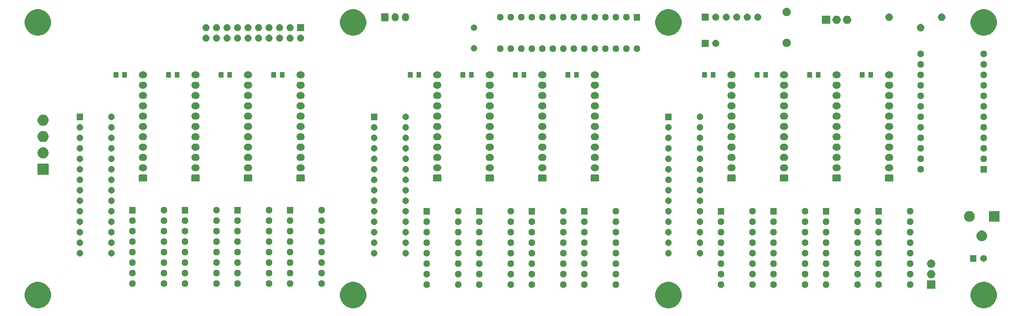
<source format=gbr>
G04 #@! TF.GenerationSoftware,KiCad,Pcbnew,(5.0.2)-1*
G04 #@! TF.CreationDate,2019-02-09T21:32:44-06:00*
G04 #@! TF.ProjectId,Nixie-ProtoBoard,4e697869-652d-4507-926f-746f426f6172,1.0*
G04 #@! TF.SameCoordinates,Original*
G04 #@! TF.FileFunction,Soldermask,Bot*
G04 #@! TF.FilePolarity,Negative*
%FSLAX46Y46*%
G04 Gerber Fmt 4.6, Leading zero omitted, Abs format (unit mm)*
G04 Created by KiCad (PCBNEW (5.0.2)-1) date 2/9/2019 9:32:44 PM*
%MOMM*%
%LPD*%
G01*
G04 APERTURE LIST*
%ADD10C,0.100000*%
G04 APERTURE END LIST*
D10*
G36*
X255187405Y-129510974D02*
X255769767Y-129752196D01*
X256293884Y-130102400D01*
X256739600Y-130548116D01*
X257089804Y-131072233D01*
X257331026Y-131654595D01*
X257454000Y-132272826D01*
X257454000Y-132903174D01*
X257331026Y-133521405D01*
X257089804Y-134103767D01*
X256739600Y-134627884D01*
X256293884Y-135073600D01*
X255769767Y-135423804D01*
X255187405Y-135665026D01*
X254569174Y-135788000D01*
X253938826Y-135788000D01*
X253320595Y-135665026D01*
X252738233Y-135423804D01*
X252214116Y-135073600D01*
X251768400Y-134627884D01*
X251418196Y-134103767D01*
X251176974Y-133521405D01*
X251054000Y-132903174D01*
X251054000Y-132272826D01*
X251176974Y-131654595D01*
X251418196Y-131072233D01*
X251768400Y-130548116D01*
X252214116Y-130102400D01*
X252738233Y-129752196D01*
X253320595Y-129510974D01*
X253938826Y-129388000D01*
X254569174Y-129388000D01*
X255187405Y-129510974D01*
X255187405Y-129510974D01*
G37*
G36*
X26587405Y-129510974D02*
X27169767Y-129752196D01*
X27693884Y-130102400D01*
X28139600Y-130548116D01*
X28489804Y-131072233D01*
X28731026Y-131654595D01*
X28854000Y-132272826D01*
X28854000Y-132903174D01*
X28731026Y-133521405D01*
X28489804Y-134103767D01*
X28139600Y-134627884D01*
X27693884Y-135073600D01*
X27169767Y-135423804D01*
X26587405Y-135665026D01*
X25969174Y-135788000D01*
X25338826Y-135788000D01*
X24720595Y-135665026D01*
X24138233Y-135423804D01*
X23614116Y-135073600D01*
X23168400Y-134627884D01*
X22818196Y-134103767D01*
X22576974Y-133521405D01*
X22454000Y-132903174D01*
X22454000Y-132272826D01*
X22576974Y-131654595D01*
X22818196Y-131072233D01*
X23168400Y-130548116D01*
X23614116Y-130102400D01*
X24138233Y-129752196D01*
X24720595Y-129510974D01*
X25338826Y-129388000D01*
X25969174Y-129388000D01*
X26587405Y-129510974D01*
X26587405Y-129510974D01*
G37*
G36*
X102787405Y-129510974D02*
X103369767Y-129752196D01*
X103893884Y-130102400D01*
X104339600Y-130548116D01*
X104689804Y-131072233D01*
X104931026Y-131654595D01*
X105054000Y-132272826D01*
X105054000Y-132903174D01*
X104931026Y-133521405D01*
X104689804Y-134103767D01*
X104339600Y-134627884D01*
X103893884Y-135073600D01*
X103369767Y-135423804D01*
X102787405Y-135665026D01*
X102169174Y-135788000D01*
X101538826Y-135788000D01*
X100920595Y-135665026D01*
X100338233Y-135423804D01*
X99814116Y-135073600D01*
X99368400Y-134627884D01*
X99018196Y-134103767D01*
X98776974Y-133521405D01*
X98654000Y-132903174D01*
X98654000Y-132272826D01*
X98776974Y-131654595D01*
X99018196Y-131072233D01*
X99368400Y-130548116D01*
X99814116Y-130102400D01*
X100338233Y-129752196D01*
X100920595Y-129510974D01*
X101538826Y-129388000D01*
X102169174Y-129388000D01*
X102787405Y-129510974D01*
X102787405Y-129510974D01*
G37*
G36*
X178987405Y-129510974D02*
X179569767Y-129752196D01*
X180093884Y-130102400D01*
X180539600Y-130548116D01*
X180889804Y-131072233D01*
X181131026Y-131654595D01*
X181254000Y-132272826D01*
X181254000Y-132903174D01*
X181131026Y-133521405D01*
X180889804Y-134103767D01*
X180539600Y-134627884D01*
X180093884Y-135073600D01*
X179569767Y-135423804D01*
X178987405Y-135665026D01*
X178369174Y-135788000D01*
X177738826Y-135788000D01*
X177120595Y-135665026D01*
X176538233Y-135423804D01*
X176014116Y-135073600D01*
X175568400Y-134627884D01*
X175218196Y-134103767D01*
X174976974Y-133521405D01*
X174854000Y-132903174D01*
X174854000Y-132272826D01*
X174976974Y-131654595D01*
X175218196Y-131072233D01*
X175568400Y-130548116D01*
X176014116Y-130102400D01*
X176538233Y-129752196D01*
X177120595Y-129510974D01*
X177738826Y-129388000D01*
X178369174Y-129388000D01*
X178987405Y-129510974D01*
X178987405Y-129510974D01*
G37*
G36*
X242554000Y-131048000D02*
X240554000Y-131048000D01*
X240554000Y-129048000D01*
X242554000Y-129048000D01*
X242554000Y-131048000D01*
X242554000Y-131048000D01*
G37*
G36*
X157851649Y-129255717D02*
X157890827Y-129259576D01*
X157966227Y-129282448D01*
X158041629Y-129305321D01*
X158180608Y-129379608D01*
X158302422Y-129479578D01*
X158402392Y-129601392D01*
X158476679Y-129740371D01*
X158476679Y-129740372D01*
X158522424Y-129891173D01*
X158537870Y-130048000D01*
X158522424Y-130204827D01*
X158511570Y-130240608D01*
X158476679Y-130355629D01*
X158402392Y-130494608D01*
X158302422Y-130616422D01*
X158180608Y-130716392D01*
X158041629Y-130790679D01*
X157966228Y-130813551D01*
X157890827Y-130836424D01*
X157851649Y-130840283D01*
X157773295Y-130848000D01*
X157694705Y-130848000D01*
X157616351Y-130840283D01*
X157577173Y-130836424D01*
X157501773Y-130813552D01*
X157426371Y-130790679D01*
X157287392Y-130716392D01*
X157165578Y-130616422D01*
X157065608Y-130494608D01*
X156991321Y-130355629D01*
X156956430Y-130240608D01*
X156945576Y-130204827D01*
X156930130Y-130048000D01*
X156945576Y-129891173D01*
X156991321Y-129740372D01*
X156991321Y-129740371D01*
X157065608Y-129601392D01*
X157165578Y-129479578D01*
X157287392Y-129379608D01*
X157426371Y-129305321D01*
X157501773Y-129282448D01*
X157577173Y-129259576D01*
X157616351Y-129255717D01*
X157694705Y-129248000D01*
X157773295Y-129248000D01*
X157851649Y-129255717D01*
X157851649Y-129255717D01*
G37*
G36*
X165471649Y-129255717D02*
X165510827Y-129259576D01*
X165586227Y-129282448D01*
X165661629Y-129305321D01*
X165800608Y-129379608D01*
X165922422Y-129479578D01*
X166022392Y-129601392D01*
X166096679Y-129740371D01*
X166096679Y-129740372D01*
X166142424Y-129891173D01*
X166157870Y-130048000D01*
X166142424Y-130204827D01*
X166131570Y-130240608D01*
X166096679Y-130355629D01*
X166022392Y-130494608D01*
X165922422Y-130616422D01*
X165800608Y-130716392D01*
X165661629Y-130790679D01*
X165586228Y-130813551D01*
X165510827Y-130836424D01*
X165471649Y-130840283D01*
X165393295Y-130848000D01*
X165314705Y-130848000D01*
X165236351Y-130840283D01*
X165197173Y-130836424D01*
X165121773Y-130813552D01*
X165046371Y-130790679D01*
X164907392Y-130716392D01*
X164785578Y-130616422D01*
X164685608Y-130494608D01*
X164611321Y-130355629D01*
X164576430Y-130240608D01*
X164565576Y-130204827D01*
X164550130Y-130048000D01*
X164565576Y-129891173D01*
X164611321Y-129740372D01*
X164611321Y-129740371D01*
X164685608Y-129601392D01*
X164785578Y-129479578D01*
X164907392Y-129379608D01*
X165046371Y-129305321D01*
X165121773Y-129282448D01*
X165197173Y-129259576D01*
X165236351Y-129255717D01*
X165314705Y-129248000D01*
X165393295Y-129248000D01*
X165471649Y-129255717D01*
X165471649Y-129255717D01*
G37*
G36*
X145151649Y-129255717D02*
X145190827Y-129259576D01*
X145266227Y-129282448D01*
X145341629Y-129305321D01*
X145480608Y-129379608D01*
X145602422Y-129479578D01*
X145702392Y-129601392D01*
X145776679Y-129740371D01*
X145776679Y-129740372D01*
X145822424Y-129891173D01*
X145837870Y-130048000D01*
X145822424Y-130204827D01*
X145811570Y-130240608D01*
X145776679Y-130355629D01*
X145702392Y-130494608D01*
X145602422Y-130616422D01*
X145480608Y-130716392D01*
X145341629Y-130790679D01*
X145266228Y-130813551D01*
X145190827Y-130836424D01*
X145151649Y-130840283D01*
X145073295Y-130848000D01*
X144994705Y-130848000D01*
X144916351Y-130840283D01*
X144877173Y-130836424D01*
X144801773Y-130813552D01*
X144726371Y-130790679D01*
X144587392Y-130716392D01*
X144465578Y-130616422D01*
X144365608Y-130494608D01*
X144291321Y-130355629D01*
X144256430Y-130240608D01*
X144245576Y-130204827D01*
X144230130Y-130048000D01*
X144245576Y-129891173D01*
X144291321Y-129740372D01*
X144291321Y-129740371D01*
X144365608Y-129601392D01*
X144465578Y-129479578D01*
X144587392Y-129379608D01*
X144726371Y-129305321D01*
X144801773Y-129282448D01*
X144877173Y-129259576D01*
X144916351Y-129255717D01*
X144994705Y-129248000D01*
X145073295Y-129248000D01*
X145151649Y-129255717D01*
X145151649Y-129255717D01*
G37*
G36*
X152771649Y-129255717D02*
X152810827Y-129259576D01*
X152886227Y-129282448D01*
X152961629Y-129305321D01*
X153100608Y-129379608D01*
X153222422Y-129479578D01*
X153322392Y-129601392D01*
X153396679Y-129740371D01*
X153396679Y-129740372D01*
X153442424Y-129891173D01*
X153457870Y-130048000D01*
X153442424Y-130204827D01*
X153431570Y-130240608D01*
X153396679Y-130355629D01*
X153322392Y-130494608D01*
X153222422Y-130616422D01*
X153100608Y-130716392D01*
X152961629Y-130790679D01*
X152886228Y-130813551D01*
X152810827Y-130836424D01*
X152771649Y-130840283D01*
X152693295Y-130848000D01*
X152614705Y-130848000D01*
X152536351Y-130840283D01*
X152497173Y-130836424D01*
X152421773Y-130813552D01*
X152346371Y-130790679D01*
X152207392Y-130716392D01*
X152085578Y-130616422D01*
X151985608Y-130494608D01*
X151911321Y-130355629D01*
X151876430Y-130240608D01*
X151865576Y-130204827D01*
X151850130Y-130048000D01*
X151865576Y-129891173D01*
X151911321Y-129740372D01*
X151911321Y-129740371D01*
X151985608Y-129601392D01*
X152085578Y-129479578D01*
X152207392Y-129379608D01*
X152346371Y-129305321D01*
X152421773Y-129282448D01*
X152497173Y-129259576D01*
X152536351Y-129255717D01*
X152614705Y-129248000D01*
X152693295Y-129248000D01*
X152771649Y-129255717D01*
X152771649Y-129255717D01*
G37*
G36*
X140071649Y-129255717D02*
X140110827Y-129259576D01*
X140186227Y-129282448D01*
X140261629Y-129305321D01*
X140400608Y-129379608D01*
X140522422Y-129479578D01*
X140622392Y-129601392D01*
X140696679Y-129740371D01*
X140696679Y-129740372D01*
X140742424Y-129891173D01*
X140757870Y-130048000D01*
X140742424Y-130204827D01*
X140731570Y-130240608D01*
X140696679Y-130355629D01*
X140622392Y-130494608D01*
X140522422Y-130616422D01*
X140400608Y-130716392D01*
X140261629Y-130790679D01*
X140186228Y-130813551D01*
X140110827Y-130836424D01*
X140071649Y-130840283D01*
X139993295Y-130848000D01*
X139914705Y-130848000D01*
X139836351Y-130840283D01*
X139797173Y-130836424D01*
X139721773Y-130813552D01*
X139646371Y-130790679D01*
X139507392Y-130716392D01*
X139385578Y-130616422D01*
X139285608Y-130494608D01*
X139211321Y-130355629D01*
X139176430Y-130240608D01*
X139165576Y-130204827D01*
X139150130Y-130048000D01*
X139165576Y-129891173D01*
X139211321Y-129740372D01*
X139211321Y-129740371D01*
X139285608Y-129601392D01*
X139385578Y-129479578D01*
X139507392Y-129379608D01*
X139646371Y-129305321D01*
X139721773Y-129282448D01*
X139797173Y-129259576D01*
X139836351Y-129255717D01*
X139914705Y-129248000D01*
X139993295Y-129248000D01*
X140071649Y-129255717D01*
X140071649Y-129255717D01*
G37*
G36*
X132451649Y-129255717D02*
X132490827Y-129259576D01*
X132566227Y-129282448D01*
X132641629Y-129305321D01*
X132780608Y-129379608D01*
X132902422Y-129479578D01*
X133002392Y-129601392D01*
X133076679Y-129740371D01*
X133076679Y-129740372D01*
X133122424Y-129891173D01*
X133137870Y-130048000D01*
X133122424Y-130204827D01*
X133111570Y-130240608D01*
X133076679Y-130355629D01*
X133002392Y-130494608D01*
X132902422Y-130616422D01*
X132780608Y-130716392D01*
X132641629Y-130790679D01*
X132566228Y-130813551D01*
X132490827Y-130836424D01*
X132451649Y-130840283D01*
X132373295Y-130848000D01*
X132294705Y-130848000D01*
X132216351Y-130840283D01*
X132177173Y-130836424D01*
X132101773Y-130813552D01*
X132026371Y-130790679D01*
X131887392Y-130716392D01*
X131765578Y-130616422D01*
X131665608Y-130494608D01*
X131591321Y-130355629D01*
X131556430Y-130240608D01*
X131545576Y-130204827D01*
X131530130Y-130048000D01*
X131545576Y-129891173D01*
X131591321Y-129740372D01*
X131591321Y-129740371D01*
X131665608Y-129601392D01*
X131765578Y-129479578D01*
X131887392Y-129379608D01*
X132026371Y-129305321D01*
X132101773Y-129282448D01*
X132177173Y-129259576D01*
X132216351Y-129255717D01*
X132294705Y-129248000D01*
X132373295Y-129248000D01*
X132451649Y-129255717D01*
X132451649Y-129255717D01*
G37*
G36*
X119751649Y-129255717D02*
X119790827Y-129259576D01*
X119866227Y-129282448D01*
X119941629Y-129305321D01*
X120080608Y-129379608D01*
X120202422Y-129479578D01*
X120302392Y-129601392D01*
X120376679Y-129740371D01*
X120376679Y-129740372D01*
X120422424Y-129891173D01*
X120437870Y-130048000D01*
X120422424Y-130204827D01*
X120411570Y-130240608D01*
X120376679Y-130355629D01*
X120302392Y-130494608D01*
X120202422Y-130616422D01*
X120080608Y-130716392D01*
X119941629Y-130790679D01*
X119866228Y-130813551D01*
X119790827Y-130836424D01*
X119751649Y-130840283D01*
X119673295Y-130848000D01*
X119594705Y-130848000D01*
X119516351Y-130840283D01*
X119477173Y-130836424D01*
X119401773Y-130813552D01*
X119326371Y-130790679D01*
X119187392Y-130716392D01*
X119065578Y-130616422D01*
X118965608Y-130494608D01*
X118891321Y-130355629D01*
X118856430Y-130240608D01*
X118845576Y-130204827D01*
X118830130Y-130048000D01*
X118845576Y-129891173D01*
X118891321Y-129740372D01*
X118891321Y-129740371D01*
X118965608Y-129601392D01*
X119065578Y-129479578D01*
X119187392Y-129379608D01*
X119326371Y-129305321D01*
X119401773Y-129282448D01*
X119477173Y-129259576D01*
X119516351Y-129255717D01*
X119594705Y-129248000D01*
X119673295Y-129248000D01*
X119751649Y-129255717D01*
X119751649Y-129255717D01*
G37*
G36*
X127371649Y-129255717D02*
X127410827Y-129259576D01*
X127486227Y-129282448D01*
X127561629Y-129305321D01*
X127700608Y-129379608D01*
X127822422Y-129479578D01*
X127922392Y-129601392D01*
X127996679Y-129740371D01*
X127996679Y-129740372D01*
X128042424Y-129891173D01*
X128057870Y-130048000D01*
X128042424Y-130204827D01*
X128031570Y-130240608D01*
X127996679Y-130355629D01*
X127922392Y-130494608D01*
X127822422Y-130616422D01*
X127700608Y-130716392D01*
X127561629Y-130790679D01*
X127486228Y-130813551D01*
X127410827Y-130836424D01*
X127371649Y-130840283D01*
X127293295Y-130848000D01*
X127214705Y-130848000D01*
X127136351Y-130840283D01*
X127097173Y-130836424D01*
X127021773Y-130813552D01*
X126946371Y-130790679D01*
X126807392Y-130716392D01*
X126685578Y-130616422D01*
X126585608Y-130494608D01*
X126511321Y-130355629D01*
X126476430Y-130240608D01*
X126465576Y-130204827D01*
X126450130Y-130048000D01*
X126465576Y-129891173D01*
X126511321Y-129740372D01*
X126511321Y-129740371D01*
X126585608Y-129601392D01*
X126685578Y-129479578D01*
X126807392Y-129379608D01*
X126946371Y-129305321D01*
X127021773Y-129282448D01*
X127097173Y-129259576D01*
X127136351Y-129255717D01*
X127214705Y-129248000D01*
X127293295Y-129248000D01*
X127371649Y-129255717D01*
X127371649Y-129255717D01*
G37*
G36*
X203571649Y-129255717D02*
X203610827Y-129259576D01*
X203686227Y-129282448D01*
X203761629Y-129305321D01*
X203900608Y-129379608D01*
X204022422Y-129479578D01*
X204122392Y-129601392D01*
X204196679Y-129740371D01*
X204196679Y-129740372D01*
X204242424Y-129891173D01*
X204257870Y-130048000D01*
X204242424Y-130204827D01*
X204231570Y-130240608D01*
X204196679Y-130355629D01*
X204122392Y-130494608D01*
X204022422Y-130616422D01*
X203900608Y-130716392D01*
X203761629Y-130790679D01*
X203686228Y-130813551D01*
X203610827Y-130836424D01*
X203571649Y-130840283D01*
X203493295Y-130848000D01*
X203414705Y-130848000D01*
X203336351Y-130840283D01*
X203297173Y-130836424D01*
X203221773Y-130813552D01*
X203146371Y-130790679D01*
X203007392Y-130716392D01*
X202885578Y-130616422D01*
X202785608Y-130494608D01*
X202711321Y-130355629D01*
X202676430Y-130240608D01*
X202665576Y-130204827D01*
X202650130Y-130048000D01*
X202665576Y-129891173D01*
X202711321Y-129740372D01*
X202711321Y-129740371D01*
X202785608Y-129601392D01*
X202885578Y-129479578D01*
X203007392Y-129379608D01*
X203146371Y-129305321D01*
X203221773Y-129282448D01*
X203297173Y-129259576D01*
X203336351Y-129255717D01*
X203414705Y-129248000D01*
X203493295Y-129248000D01*
X203571649Y-129255717D01*
X203571649Y-129255717D01*
G37*
G36*
X211191649Y-129255717D02*
X211230827Y-129259576D01*
X211306227Y-129282448D01*
X211381629Y-129305321D01*
X211520608Y-129379608D01*
X211642422Y-129479578D01*
X211742392Y-129601392D01*
X211816679Y-129740371D01*
X211816679Y-129740372D01*
X211862424Y-129891173D01*
X211877870Y-130048000D01*
X211862424Y-130204827D01*
X211851570Y-130240608D01*
X211816679Y-130355629D01*
X211742392Y-130494608D01*
X211642422Y-130616422D01*
X211520608Y-130716392D01*
X211381629Y-130790679D01*
X211306228Y-130813551D01*
X211230827Y-130836424D01*
X211191649Y-130840283D01*
X211113295Y-130848000D01*
X211034705Y-130848000D01*
X210956351Y-130840283D01*
X210917173Y-130836424D01*
X210841773Y-130813552D01*
X210766371Y-130790679D01*
X210627392Y-130716392D01*
X210505578Y-130616422D01*
X210405608Y-130494608D01*
X210331321Y-130355629D01*
X210296430Y-130240608D01*
X210285576Y-130204827D01*
X210270130Y-130048000D01*
X210285576Y-129891173D01*
X210331321Y-129740372D01*
X210331321Y-129740371D01*
X210405608Y-129601392D01*
X210505578Y-129479578D01*
X210627392Y-129379608D01*
X210766371Y-129305321D01*
X210841773Y-129282448D01*
X210917173Y-129259576D01*
X210956351Y-129255717D01*
X211034705Y-129248000D01*
X211113295Y-129248000D01*
X211191649Y-129255717D01*
X211191649Y-129255717D01*
G37*
G36*
X223891649Y-129255717D02*
X223930827Y-129259576D01*
X224006227Y-129282448D01*
X224081629Y-129305321D01*
X224220608Y-129379608D01*
X224342422Y-129479578D01*
X224442392Y-129601392D01*
X224516679Y-129740371D01*
X224516679Y-129740372D01*
X224562424Y-129891173D01*
X224577870Y-130048000D01*
X224562424Y-130204827D01*
X224551570Y-130240608D01*
X224516679Y-130355629D01*
X224442392Y-130494608D01*
X224342422Y-130616422D01*
X224220608Y-130716392D01*
X224081629Y-130790679D01*
X224006228Y-130813551D01*
X223930827Y-130836424D01*
X223891649Y-130840283D01*
X223813295Y-130848000D01*
X223734705Y-130848000D01*
X223656351Y-130840283D01*
X223617173Y-130836424D01*
X223541773Y-130813552D01*
X223466371Y-130790679D01*
X223327392Y-130716392D01*
X223205578Y-130616422D01*
X223105608Y-130494608D01*
X223031321Y-130355629D01*
X222996430Y-130240608D01*
X222985576Y-130204827D01*
X222970130Y-130048000D01*
X222985576Y-129891173D01*
X223031321Y-129740372D01*
X223031321Y-129740371D01*
X223105608Y-129601392D01*
X223205578Y-129479578D01*
X223327392Y-129379608D01*
X223466371Y-129305321D01*
X223541773Y-129282448D01*
X223617173Y-129259576D01*
X223656351Y-129255717D01*
X223734705Y-129248000D01*
X223813295Y-129248000D01*
X223891649Y-129255717D01*
X223891649Y-129255717D01*
G37*
G36*
X216271649Y-129255717D02*
X216310827Y-129259576D01*
X216386227Y-129282448D01*
X216461629Y-129305321D01*
X216600608Y-129379608D01*
X216722422Y-129479578D01*
X216822392Y-129601392D01*
X216896679Y-129740371D01*
X216896679Y-129740372D01*
X216942424Y-129891173D01*
X216957870Y-130048000D01*
X216942424Y-130204827D01*
X216931570Y-130240608D01*
X216896679Y-130355629D01*
X216822392Y-130494608D01*
X216722422Y-130616422D01*
X216600608Y-130716392D01*
X216461629Y-130790679D01*
X216386228Y-130813551D01*
X216310827Y-130836424D01*
X216271649Y-130840283D01*
X216193295Y-130848000D01*
X216114705Y-130848000D01*
X216036351Y-130840283D01*
X215997173Y-130836424D01*
X215921773Y-130813552D01*
X215846371Y-130790679D01*
X215707392Y-130716392D01*
X215585578Y-130616422D01*
X215485608Y-130494608D01*
X215411321Y-130355629D01*
X215376430Y-130240608D01*
X215365576Y-130204827D01*
X215350130Y-130048000D01*
X215365576Y-129891173D01*
X215411321Y-129740372D01*
X215411321Y-129740371D01*
X215485608Y-129601392D01*
X215585578Y-129479578D01*
X215707392Y-129379608D01*
X215846371Y-129305321D01*
X215921773Y-129282448D01*
X215997173Y-129259576D01*
X216036351Y-129255717D01*
X216114705Y-129248000D01*
X216193295Y-129248000D01*
X216271649Y-129255717D01*
X216271649Y-129255717D01*
G37*
G36*
X228971649Y-129255717D02*
X229010827Y-129259576D01*
X229086227Y-129282448D01*
X229161629Y-129305321D01*
X229300608Y-129379608D01*
X229422422Y-129479578D01*
X229522392Y-129601392D01*
X229596679Y-129740371D01*
X229596679Y-129740372D01*
X229642424Y-129891173D01*
X229657870Y-130048000D01*
X229642424Y-130204827D01*
X229631570Y-130240608D01*
X229596679Y-130355629D01*
X229522392Y-130494608D01*
X229422422Y-130616422D01*
X229300608Y-130716392D01*
X229161629Y-130790679D01*
X229086228Y-130813551D01*
X229010827Y-130836424D01*
X228971649Y-130840283D01*
X228893295Y-130848000D01*
X228814705Y-130848000D01*
X228736351Y-130840283D01*
X228697173Y-130836424D01*
X228621773Y-130813552D01*
X228546371Y-130790679D01*
X228407392Y-130716392D01*
X228285578Y-130616422D01*
X228185608Y-130494608D01*
X228111321Y-130355629D01*
X228076430Y-130240608D01*
X228065576Y-130204827D01*
X228050130Y-130048000D01*
X228065576Y-129891173D01*
X228111321Y-129740372D01*
X228111321Y-129740371D01*
X228185608Y-129601392D01*
X228285578Y-129479578D01*
X228407392Y-129379608D01*
X228546371Y-129305321D01*
X228621773Y-129282448D01*
X228697173Y-129259576D01*
X228736351Y-129255717D01*
X228814705Y-129248000D01*
X228893295Y-129248000D01*
X228971649Y-129255717D01*
X228971649Y-129255717D01*
G37*
G36*
X190871649Y-129255717D02*
X190910827Y-129259576D01*
X190986227Y-129282448D01*
X191061629Y-129305321D01*
X191200608Y-129379608D01*
X191322422Y-129479578D01*
X191422392Y-129601392D01*
X191496679Y-129740371D01*
X191496679Y-129740372D01*
X191542424Y-129891173D01*
X191557870Y-130048000D01*
X191542424Y-130204827D01*
X191531570Y-130240608D01*
X191496679Y-130355629D01*
X191422392Y-130494608D01*
X191322422Y-130616422D01*
X191200608Y-130716392D01*
X191061629Y-130790679D01*
X190986228Y-130813551D01*
X190910827Y-130836424D01*
X190871649Y-130840283D01*
X190793295Y-130848000D01*
X190714705Y-130848000D01*
X190636351Y-130840283D01*
X190597173Y-130836424D01*
X190521773Y-130813552D01*
X190446371Y-130790679D01*
X190307392Y-130716392D01*
X190185578Y-130616422D01*
X190085608Y-130494608D01*
X190011321Y-130355629D01*
X189976430Y-130240608D01*
X189965576Y-130204827D01*
X189950130Y-130048000D01*
X189965576Y-129891173D01*
X190011321Y-129740372D01*
X190011321Y-129740371D01*
X190085608Y-129601392D01*
X190185578Y-129479578D01*
X190307392Y-129379608D01*
X190446371Y-129305321D01*
X190521773Y-129282448D01*
X190597173Y-129259576D01*
X190636351Y-129255717D01*
X190714705Y-129248000D01*
X190793295Y-129248000D01*
X190871649Y-129255717D01*
X190871649Y-129255717D01*
G37*
G36*
X236591649Y-129255717D02*
X236630827Y-129259576D01*
X236706227Y-129282448D01*
X236781629Y-129305321D01*
X236920608Y-129379608D01*
X237042422Y-129479578D01*
X237142392Y-129601392D01*
X237216679Y-129740371D01*
X237216679Y-129740372D01*
X237262424Y-129891173D01*
X237277870Y-130048000D01*
X237262424Y-130204827D01*
X237251570Y-130240608D01*
X237216679Y-130355629D01*
X237142392Y-130494608D01*
X237042422Y-130616422D01*
X236920608Y-130716392D01*
X236781629Y-130790679D01*
X236706228Y-130813551D01*
X236630827Y-130836424D01*
X236591649Y-130840283D01*
X236513295Y-130848000D01*
X236434705Y-130848000D01*
X236356351Y-130840283D01*
X236317173Y-130836424D01*
X236241773Y-130813552D01*
X236166371Y-130790679D01*
X236027392Y-130716392D01*
X235905578Y-130616422D01*
X235805608Y-130494608D01*
X235731321Y-130355629D01*
X235696430Y-130240608D01*
X235685576Y-130204827D01*
X235670130Y-130048000D01*
X235685576Y-129891173D01*
X235731321Y-129740372D01*
X235731321Y-129740371D01*
X235805608Y-129601392D01*
X235905578Y-129479578D01*
X236027392Y-129379608D01*
X236166371Y-129305321D01*
X236241773Y-129282448D01*
X236317173Y-129259576D01*
X236356351Y-129255717D01*
X236434705Y-129248000D01*
X236513295Y-129248000D01*
X236591649Y-129255717D01*
X236591649Y-129255717D01*
G37*
G36*
X198491649Y-129255717D02*
X198530827Y-129259576D01*
X198606227Y-129282448D01*
X198681629Y-129305321D01*
X198820608Y-129379608D01*
X198942422Y-129479578D01*
X199042392Y-129601392D01*
X199116679Y-129740371D01*
X199116679Y-129740372D01*
X199162424Y-129891173D01*
X199177870Y-130048000D01*
X199162424Y-130204827D01*
X199151570Y-130240608D01*
X199116679Y-130355629D01*
X199042392Y-130494608D01*
X198942422Y-130616422D01*
X198820608Y-130716392D01*
X198681629Y-130790679D01*
X198606228Y-130813551D01*
X198530827Y-130836424D01*
X198491649Y-130840283D01*
X198413295Y-130848000D01*
X198334705Y-130848000D01*
X198256351Y-130840283D01*
X198217173Y-130836424D01*
X198141773Y-130813552D01*
X198066371Y-130790679D01*
X197927392Y-130716392D01*
X197805578Y-130616422D01*
X197705608Y-130494608D01*
X197631321Y-130355629D01*
X197596430Y-130240608D01*
X197585576Y-130204827D01*
X197570130Y-130048000D01*
X197585576Y-129891173D01*
X197631321Y-129740372D01*
X197631321Y-129740371D01*
X197705608Y-129601392D01*
X197805578Y-129479578D01*
X197927392Y-129379608D01*
X198066371Y-129305321D01*
X198141773Y-129282448D01*
X198217173Y-129259576D01*
X198256351Y-129255717D01*
X198334705Y-129248000D01*
X198413295Y-129248000D01*
X198491649Y-129255717D01*
X198491649Y-129255717D01*
G37*
G36*
X68951649Y-129001717D02*
X68990827Y-129005576D01*
X69066228Y-129028449D01*
X69141629Y-129051321D01*
X69280608Y-129125608D01*
X69402422Y-129225578D01*
X69502392Y-129347392D01*
X69576679Y-129486371D01*
X69576679Y-129486372D01*
X69611571Y-129601394D01*
X69622424Y-129637174D01*
X69637870Y-129794000D01*
X69622424Y-129950826D01*
X69576679Y-130101629D01*
X69502392Y-130240608D01*
X69402422Y-130362422D01*
X69280608Y-130462392D01*
X69141629Y-130536679D01*
X69066228Y-130559551D01*
X68990827Y-130582424D01*
X68951649Y-130586283D01*
X68873295Y-130594000D01*
X68794705Y-130594000D01*
X68716351Y-130586283D01*
X68677173Y-130582424D01*
X68601772Y-130559551D01*
X68526371Y-130536679D01*
X68387392Y-130462392D01*
X68265578Y-130362422D01*
X68165608Y-130240608D01*
X68091321Y-130101629D01*
X68045576Y-129950826D01*
X68030130Y-129794000D01*
X68045576Y-129637174D01*
X68056430Y-129601394D01*
X68091321Y-129486372D01*
X68091321Y-129486371D01*
X68165608Y-129347392D01*
X68265578Y-129225578D01*
X68387392Y-129125608D01*
X68526371Y-129051321D01*
X68601772Y-129028449D01*
X68677173Y-129005576D01*
X68716351Y-129001717D01*
X68794705Y-128994000D01*
X68873295Y-128994000D01*
X68951649Y-129001717D01*
X68951649Y-129001717D01*
G37*
G36*
X56251649Y-129001717D02*
X56290827Y-129005576D01*
X56366228Y-129028449D01*
X56441629Y-129051321D01*
X56580608Y-129125608D01*
X56702422Y-129225578D01*
X56802392Y-129347392D01*
X56876679Y-129486371D01*
X56876679Y-129486372D01*
X56911571Y-129601394D01*
X56922424Y-129637174D01*
X56937870Y-129794000D01*
X56922424Y-129950826D01*
X56876679Y-130101629D01*
X56802392Y-130240608D01*
X56702422Y-130362422D01*
X56580608Y-130462392D01*
X56441629Y-130536679D01*
X56366228Y-130559551D01*
X56290827Y-130582424D01*
X56251649Y-130586283D01*
X56173295Y-130594000D01*
X56094705Y-130594000D01*
X56016351Y-130586283D01*
X55977173Y-130582424D01*
X55901772Y-130559551D01*
X55826371Y-130536679D01*
X55687392Y-130462392D01*
X55565578Y-130362422D01*
X55465608Y-130240608D01*
X55391321Y-130101629D01*
X55345576Y-129950826D01*
X55330130Y-129794000D01*
X55345576Y-129637174D01*
X55356430Y-129601394D01*
X55391321Y-129486372D01*
X55391321Y-129486371D01*
X55465608Y-129347392D01*
X55565578Y-129225578D01*
X55687392Y-129125608D01*
X55826371Y-129051321D01*
X55901772Y-129028449D01*
X55977173Y-129005576D01*
X56016351Y-129001717D01*
X56094705Y-128994000D01*
X56173295Y-128994000D01*
X56251649Y-129001717D01*
X56251649Y-129001717D01*
G37*
G36*
X48631649Y-129001717D02*
X48670827Y-129005576D01*
X48746228Y-129028449D01*
X48821629Y-129051321D01*
X48960608Y-129125608D01*
X49082422Y-129225578D01*
X49182392Y-129347392D01*
X49256679Y-129486371D01*
X49256679Y-129486372D01*
X49291571Y-129601394D01*
X49302424Y-129637174D01*
X49317870Y-129794000D01*
X49302424Y-129950826D01*
X49256679Y-130101629D01*
X49182392Y-130240608D01*
X49082422Y-130362422D01*
X48960608Y-130462392D01*
X48821629Y-130536679D01*
X48746228Y-130559551D01*
X48670827Y-130582424D01*
X48631649Y-130586283D01*
X48553295Y-130594000D01*
X48474705Y-130594000D01*
X48396351Y-130586283D01*
X48357173Y-130582424D01*
X48281772Y-130559551D01*
X48206371Y-130536679D01*
X48067392Y-130462392D01*
X47945578Y-130362422D01*
X47845608Y-130240608D01*
X47771321Y-130101629D01*
X47725576Y-129950826D01*
X47710130Y-129794000D01*
X47725576Y-129637174D01*
X47736430Y-129601394D01*
X47771321Y-129486372D01*
X47771321Y-129486371D01*
X47845608Y-129347392D01*
X47945578Y-129225578D01*
X48067392Y-129125608D01*
X48206371Y-129051321D01*
X48281772Y-129028449D01*
X48357173Y-129005576D01*
X48396351Y-129001717D01*
X48474705Y-128994000D01*
X48553295Y-128994000D01*
X48631649Y-129001717D01*
X48631649Y-129001717D01*
G37*
G36*
X61331649Y-129001717D02*
X61370827Y-129005576D01*
X61446228Y-129028449D01*
X61521629Y-129051321D01*
X61660608Y-129125608D01*
X61782422Y-129225578D01*
X61882392Y-129347392D01*
X61956679Y-129486371D01*
X61956679Y-129486372D01*
X61991571Y-129601394D01*
X62002424Y-129637174D01*
X62017870Y-129794000D01*
X62002424Y-129950826D01*
X61956679Y-130101629D01*
X61882392Y-130240608D01*
X61782422Y-130362422D01*
X61660608Y-130462392D01*
X61521629Y-130536679D01*
X61446228Y-130559551D01*
X61370827Y-130582424D01*
X61331649Y-130586283D01*
X61253295Y-130594000D01*
X61174705Y-130594000D01*
X61096351Y-130586283D01*
X61057173Y-130582424D01*
X60981772Y-130559551D01*
X60906371Y-130536679D01*
X60767392Y-130462392D01*
X60645578Y-130362422D01*
X60545608Y-130240608D01*
X60471321Y-130101629D01*
X60425576Y-129950826D01*
X60410130Y-129794000D01*
X60425576Y-129637174D01*
X60436430Y-129601394D01*
X60471321Y-129486372D01*
X60471321Y-129486371D01*
X60545608Y-129347392D01*
X60645578Y-129225578D01*
X60767392Y-129125608D01*
X60906371Y-129051321D01*
X60981772Y-129028449D01*
X61057173Y-129005576D01*
X61096351Y-129001717D01*
X61174705Y-128994000D01*
X61253295Y-128994000D01*
X61331649Y-129001717D01*
X61331649Y-129001717D01*
G37*
G36*
X81651649Y-129001717D02*
X81690827Y-129005576D01*
X81766228Y-129028449D01*
X81841629Y-129051321D01*
X81980608Y-129125608D01*
X82102422Y-129225578D01*
X82202392Y-129347392D01*
X82276679Y-129486371D01*
X82276679Y-129486372D01*
X82311571Y-129601394D01*
X82322424Y-129637174D01*
X82337870Y-129794000D01*
X82322424Y-129950826D01*
X82276679Y-130101629D01*
X82202392Y-130240608D01*
X82102422Y-130362422D01*
X81980608Y-130462392D01*
X81841629Y-130536679D01*
X81766228Y-130559551D01*
X81690827Y-130582424D01*
X81651649Y-130586283D01*
X81573295Y-130594000D01*
X81494705Y-130594000D01*
X81416351Y-130586283D01*
X81377173Y-130582424D01*
X81301772Y-130559551D01*
X81226371Y-130536679D01*
X81087392Y-130462392D01*
X80965578Y-130362422D01*
X80865608Y-130240608D01*
X80791321Y-130101629D01*
X80745576Y-129950826D01*
X80730130Y-129794000D01*
X80745576Y-129637174D01*
X80756430Y-129601394D01*
X80791321Y-129486372D01*
X80791321Y-129486371D01*
X80865608Y-129347392D01*
X80965578Y-129225578D01*
X81087392Y-129125608D01*
X81226371Y-129051321D01*
X81301772Y-129028449D01*
X81377173Y-129005576D01*
X81416351Y-129001717D01*
X81494705Y-128994000D01*
X81573295Y-128994000D01*
X81651649Y-129001717D01*
X81651649Y-129001717D01*
G37*
G36*
X74031649Y-129001717D02*
X74070827Y-129005576D01*
X74146228Y-129028449D01*
X74221629Y-129051321D01*
X74360608Y-129125608D01*
X74482422Y-129225578D01*
X74582392Y-129347392D01*
X74656679Y-129486371D01*
X74656679Y-129486372D01*
X74691571Y-129601394D01*
X74702424Y-129637174D01*
X74717870Y-129794000D01*
X74702424Y-129950826D01*
X74656679Y-130101629D01*
X74582392Y-130240608D01*
X74482422Y-130362422D01*
X74360608Y-130462392D01*
X74221629Y-130536679D01*
X74146228Y-130559551D01*
X74070827Y-130582424D01*
X74031649Y-130586283D01*
X73953295Y-130594000D01*
X73874705Y-130594000D01*
X73796351Y-130586283D01*
X73757173Y-130582424D01*
X73681772Y-130559551D01*
X73606371Y-130536679D01*
X73467392Y-130462392D01*
X73345578Y-130362422D01*
X73245608Y-130240608D01*
X73171321Y-130101629D01*
X73125576Y-129950826D01*
X73110130Y-129794000D01*
X73125576Y-129637174D01*
X73136430Y-129601394D01*
X73171321Y-129486372D01*
X73171321Y-129486371D01*
X73245608Y-129347392D01*
X73345578Y-129225578D01*
X73467392Y-129125608D01*
X73606371Y-129051321D01*
X73681772Y-129028449D01*
X73757173Y-129005576D01*
X73796351Y-129001717D01*
X73874705Y-128994000D01*
X73953295Y-128994000D01*
X74031649Y-129001717D01*
X74031649Y-129001717D01*
G37*
G36*
X86731649Y-129001717D02*
X86770827Y-129005576D01*
X86846228Y-129028449D01*
X86921629Y-129051321D01*
X87060608Y-129125608D01*
X87182422Y-129225578D01*
X87282392Y-129347392D01*
X87356679Y-129486371D01*
X87356679Y-129486372D01*
X87391571Y-129601394D01*
X87402424Y-129637174D01*
X87417870Y-129794000D01*
X87402424Y-129950826D01*
X87356679Y-130101629D01*
X87282392Y-130240608D01*
X87182422Y-130362422D01*
X87060608Y-130462392D01*
X86921629Y-130536679D01*
X86846228Y-130559551D01*
X86770827Y-130582424D01*
X86731649Y-130586283D01*
X86653295Y-130594000D01*
X86574705Y-130594000D01*
X86496351Y-130586283D01*
X86457173Y-130582424D01*
X86381772Y-130559551D01*
X86306371Y-130536679D01*
X86167392Y-130462392D01*
X86045578Y-130362422D01*
X85945608Y-130240608D01*
X85871321Y-130101629D01*
X85825576Y-129950826D01*
X85810130Y-129794000D01*
X85825576Y-129637174D01*
X85836430Y-129601394D01*
X85871321Y-129486372D01*
X85871321Y-129486371D01*
X85945608Y-129347392D01*
X86045578Y-129225578D01*
X86167392Y-129125608D01*
X86306371Y-129051321D01*
X86381772Y-129028449D01*
X86457173Y-129005576D01*
X86496351Y-129001717D01*
X86574705Y-128994000D01*
X86653295Y-128994000D01*
X86731649Y-129001717D01*
X86731649Y-129001717D01*
G37*
G36*
X94351649Y-129001717D02*
X94390827Y-129005576D01*
X94466228Y-129028449D01*
X94541629Y-129051321D01*
X94680608Y-129125608D01*
X94802422Y-129225578D01*
X94902392Y-129347392D01*
X94976679Y-129486371D01*
X94976679Y-129486372D01*
X95011571Y-129601394D01*
X95022424Y-129637174D01*
X95037870Y-129794000D01*
X95022424Y-129950826D01*
X94976679Y-130101629D01*
X94902392Y-130240608D01*
X94802422Y-130362422D01*
X94680608Y-130462392D01*
X94541629Y-130536679D01*
X94466228Y-130559551D01*
X94390827Y-130582424D01*
X94351649Y-130586283D01*
X94273295Y-130594000D01*
X94194705Y-130594000D01*
X94116351Y-130586283D01*
X94077173Y-130582424D01*
X94001772Y-130559551D01*
X93926371Y-130536679D01*
X93787392Y-130462392D01*
X93665578Y-130362422D01*
X93565608Y-130240608D01*
X93491321Y-130101629D01*
X93445576Y-129950826D01*
X93430130Y-129794000D01*
X93445576Y-129637174D01*
X93456430Y-129601394D01*
X93491321Y-129486372D01*
X93491321Y-129486371D01*
X93565608Y-129347392D01*
X93665578Y-129225578D01*
X93787392Y-129125608D01*
X93926371Y-129051321D01*
X94001772Y-129028449D01*
X94077173Y-129005576D01*
X94116351Y-129001717D01*
X94194705Y-128994000D01*
X94273295Y-128994000D01*
X94351649Y-129001717D01*
X94351649Y-129001717D01*
G37*
G36*
X241729770Y-126523372D02*
X241845689Y-126546429D01*
X242027678Y-126621811D01*
X242191463Y-126731249D01*
X242330751Y-126870537D01*
X242440189Y-127034322D01*
X242515571Y-127216311D01*
X242554000Y-127409509D01*
X242554000Y-127606491D01*
X242515571Y-127799689D01*
X242440189Y-127981678D01*
X242330751Y-128145463D01*
X242191463Y-128284751D01*
X242027678Y-128394189D01*
X241845689Y-128469571D01*
X241729770Y-128492628D01*
X241652493Y-128508000D01*
X241455507Y-128508000D01*
X241378230Y-128492628D01*
X241262311Y-128469571D01*
X241080322Y-128394189D01*
X240916537Y-128284751D01*
X240777249Y-128145463D01*
X240667811Y-127981678D01*
X240592429Y-127799689D01*
X240554000Y-127606491D01*
X240554000Y-127409509D01*
X240592429Y-127216311D01*
X240667811Y-127034322D01*
X240777249Y-126870537D01*
X240916537Y-126731249D01*
X241080322Y-126621811D01*
X241262311Y-126546429D01*
X241378230Y-126523372D01*
X241455507Y-126508000D01*
X241652493Y-126508000D01*
X241729770Y-126523372D01*
X241729770Y-126523372D01*
G37*
G36*
X198491649Y-126715717D02*
X198530827Y-126719576D01*
X198606227Y-126742448D01*
X198681629Y-126765321D01*
X198820608Y-126839608D01*
X198942422Y-126939578D01*
X199042392Y-127061392D01*
X199116679Y-127200371D01*
X199116679Y-127200372D01*
X199162424Y-127351173D01*
X199177870Y-127508000D01*
X199162424Y-127664827D01*
X199151570Y-127700608D01*
X199116679Y-127815629D01*
X199042392Y-127954608D01*
X198942422Y-128076422D01*
X198820608Y-128176392D01*
X198681629Y-128250679D01*
X198606228Y-128273551D01*
X198530827Y-128296424D01*
X198491649Y-128300283D01*
X198413295Y-128308000D01*
X198334705Y-128308000D01*
X198256351Y-128300283D01*
X198217173Y-128296424D01*
X198141772Y-128273551D01*
X198066371Y-128250679D01*
X197927392Y-128176392D01*
X197805578Y-128076422D01*
X197705608Y-127954608D01*
X197631321Y-127815629D01*
X197596430Y-127700608D01*
X197585576Y-127664827D01*
X197570130Y-127508000D01*
X197585576Y-127351173D01*
X197631321Y-127200372D01*
X197631321Y-127200371D01*
X197705608Y-127061392D01*
X197805578Y-126939578D01*
X197927392Y-126839608D01*
X198066371Y-126765321D01*
X198141772Y-126742449D01*
X198217173Y-126719576D01*
X198256351Y-126715717D01*
X198334705Y-126708000D01*
X198413295Y-126708000D01*
X198491649Y-126715717D01*
X198491649Y-126715717D01*
G37*
G36*
X190871649Y-126715717D02*
X190910827Y-126719576D01*
X190986227Y-126742448D01*
X191061629Y-126765321D01*
X191200608Y-126839608D01*
X191322422Y-126939578D01*
X191422392Y-127061392D01*
X191496679Y-127200371D01*
X191496679Y-127200372D01*
X191542424Y-127351173D01*
X191557870Y-127508000D01*
X191542424Y-127664827D01*
X191531570Y-127700608D01*
X191496679Y-127815629D01*
X191422392Y-127954608D01*
X191322422Y-128076422D01*
X191200608Y-128176392D01*
X191061629Y-128250679D01*
X190986228Y-128273551D01*
X190910827Y-128296424D01*
X190871649Y-128300283D01*
X190793295Y-128308000D01*
X190714705Y-128308000D01*
X190636351Y-128300283D01*
X190597173Y-128296424D01*
X190521772Y-128273551D01*
X190446371Y-128250679D01*
X190307392Y-128176392D01*
X190185578Y-128076422D01*
X190085608Y-127954608D01*
X190011321Y-127815629D01*
X189976430Y-127700608D01*
X189965576Y-127664827D01*
X189950130Y-127508000D01*
X189965576Y-127351173D01*
X190011321Y-127200372D01*
X190011321Y-127200371D01*
X190085608Y-127061392D01*
X190185578Y-126939578D01*
X190307392Y-126839608D01*
X190446371Y-126765321D01*
X190521772Y-126742449D01*
X190597173Y-126719576D01*
X190636351Y-126715717D01*
X190714705Y-126708000D01*
X190793295Y-126708000D01*
X190871649Y-126715717D01*
X190871649Y-126715717D01*
G37*
G36*
X203571649Y-126715717D02*
X203610827Y-126719576D01*
X203686227Y-126742448D01*
X203761629Y-126765321D01*
X203900608Y-126839608D01*
X204022422Y-126939578D01*
X204122392Y-127061392D01*
X204196679Y-127200371D01*
X204196679Y-127200372D01*
X204242424Y-127351173D01*
X204257870Y-127508000D01*
X204242424Y-127664827D01*
X204231570Y-127700608D01*
X204196679Y-127815629D01*
X204122392Y-127954608D01*
X204022422Y-128076422D01*
X203900608Y-128176392D01*
X203761629Y-128250679D01*
X203686228Y-128273551D01*
X203610827Y-128296424D01*
X203571649Y-128300283D01*
X203493295Y-128308000D01*
X203414705Y-128308000D01*
X203336351Y-128300283D01*
X203297173Y-128296424D01*
X203221772Y-128273551D01*
X203146371Y-128250679D01*
X203007392Y-128176392D01*
X202885578Y-128076422D01*
X202785608Y-127954608D01*
X202711321Y-127815629D01*
X202676430Y-127700608D01*
X202665576Y-127664827D01*
X202650130Y-127508000D01*
X202665576Y-127351173D01*
X202711321Y-127200372D01*
X202711321Y-127200371D01*
X202785608Y-127061392D01*
X202885578Y-126939578D01*
X203007392Y-126839608D01*
X203146371Y-126765321D01*
X203221772Y-126742449D01*
X203297173Y-126719576D01*
X203336351Y-126715717D01*
X203414705Y-126708000D01*
X203493295Y-126708000D01*
X203571649Y-126715717D01*
X203571649Y-126715717D01*
G37*
G36*
X211191649Y-126715717D02*
X211230827Y-126719576D01*
X211306227Y-126742448D01*
X211381629Y-126765321D01*
X211520608Y-126839608D01*
X211642422Y-126939578D01*
X211742392Y-127061392D01*
X211816679Y-127200371D01*
X211816679Y-127200372D01*
X211862424Y-127351173D01*
X211877870Y-127508000D01*
X211862424Y-127664827D01*
X211851570Y-127700608D01*
X211816679Y-127815629D01*
X211742392Y-127954608D01*
X211642422Y-128076422D01*
X211520608Y-128176392D01*
X211381629Y-128250679D01*
X211306228Y-128273551D01*
X211230827Y-128296424D01*
X211191649Y-128300283D01*
X211113295Y-128308000D01*
X211034705Y-128308000D01*
X210956351Y-128300283D01*
X210917173Y-128296424D01*
X210841772Y-128273551D01*
X210766371Y-128250679D01*
X210627392Y-128176392D01*
X210505578Y-128076422D01*
X210405608Y-127954608D01*
X210331321Y-127815629D01*
X210296430Y-127700608D01*
X210285576Y-127664827D01*
X210270130Y-127508000D01*
X210285576Y-127351173D01*
X210331321Y-127200372D01*
X210331321Y-127200371D01*
X210405608Y-127061392D01*
X210505578Y-126939578D01*
X210627392Y-126839608D01*
X210766371Y-126765321D01*
X210841772Y-126742449D01*
X210917173Y-126719576D01*
X210956351Y-126715717D01*
X211034705Y-126708000D01*
X211113295Y-126708000D01*
X211191649Y-126715717D01*
X211191649Y-126715717D01*
G37*
G36*
X223891649Y-126715717D02*
X223930827Y-126719576D01*
X224006227Y-126742448D01*
X224081629Y-126765321D01*
X224220608Y-126839608D01*
X224342422Y-126939578D01*
X224442392Y-127061392D01*
X224516679Y-127200371D01*
X224516679Y-127200372D01*
X224562424Y-127351173D01*
X224577870Y-127508000D01*
X224562424Y-127664827D01*
X224551570Y-127700608D01*
X224516679Y-127815629D01*
X224442392Y-127954608D01*
X224342422Y-128076422D01*
X224220608Y-128176392D01*
X224081629Y-128250679D01*
X224006228Y-128273551D01*
X223930827Y-128296424D01*
X223891649Y-128300283D01*
X223813295Y-128308000D01*
X223734705Y-128308000D01*
X223656351Y-128300283D01*
X223617173Y-128296424D01*
X223541772Y-128273551D01*
X223466371Y-128250679D01*
X223327392Y-128176392D01*
X223205578Y-128076422D01*
X223105608Y-127954608D01*
X223031321Y-127815629D01*
X222996430Y-127700608D01*
X222985576Y-127664827D01*
X222970130Y-127508000D01*
X222985576Y-127351173D01*
X223031321Y-127200372D01*
X223031321Y-127200371D01*
X223105608Y-127061392D01*
X223205578Y-126939578D01*
X223327392Y-126839608D01*
X223466371Y-126765321D01*
X223541772Y-126742449D01*
X223617173Y-126719576D01*
X223656351Y-126715717D01*
X223734705Y-126708000D01*
X223813295Y-126708000D01*
X223891649Y-126715717D01*
X223891649Y-126715717D01*
G37*
G36*
X127371649Y-126715717D02*
X127410827Y-126719576D01*
X127486227Y-126742448D01*
X127561629Y-126765321D01*
X127700608Y-126839608D01*
X127822422Y-126939578D01*
X127922392Y-127061392D01*
X127996679Y-127200371D01*
X127996679Y-127200372D01*
X128042424Y-127351173D01*
X128057870Y-127508000D01*
X128042424Y-127664827D01*
X128031570Y-127700608D01*
X127996679Y-127815629D01*
X127922392Y-127954608D01*
X127822422Y-128076422D01*
X127700608Y-128176392D01*
X127561629Y-128250679D01*
X127486228Y-128273551D01*
X127410827Y-128296424D01*
X127371649Y-128300283D01*
X127293295Y-128308000D01*
X127214705Y-128308000D01*
X127136351Y-128300283D01*
X127097173Y-128296424D01*
X127021772Y-128273551D01*
X126946371Y-128250679D01*
X126807392Y-128176392D01*
X126685578Y-128076422D01*
X126585608Y-127954608D01*
X126511321Y-127815629D01*
X126476430Y-127700608D01*
X126465576Y-127664827D01*
X126450130Y-127508000D01*
X126465576Y-127351173D01*
X126511321Y-127200372D01*
X126511321Y-127200371D01*
X126585608Y-127061392D01*
X126685578Y-126939578D01*
X126807392Y-126839608D01*
X126946371Y-126765321D01*
X127021772Y-126742449D01*
X127097173Y-126719576D01*
X127136351Y-126715717D01*
X127214705Y-126708000D01*
X127293295Y-126708000D01*
X127371649Y-126715717D01*
X127371649Y-126715717D01*
G37*
G36*
X119751649Y-126715717D02*
X119790827Y-126719576D01*
X119866227Y-126742448D01*
X119941629Y-126765321D01*
X120080608Y-126839608D01*
X120202422Y-126939578D01*
X120302392Y-127061392D01*
X120376679Y-127200371D01*
X120376679Y-127200372D01*
X120422424Y-127351173D01*
X120437870Y-127508000D01*
X120422424Y-127664827D01*
X120411570Y-127700608D01*
X120376679Y-127815629D01*
X120302392Y-127954608D01*
X120202422Y-128076422D01*
X120080608Y-128176392D01*
X119941629Y-128250679D01*
X119866228Y-128273551D01*
X119790827Y-128296424D01*
X119751649Y-128300283D01*
X119673295Y-128308000D01*
X119594705Y-128308000D01*
X119516351Y-128300283D01*
X119477173Y-128296424D01*
X119401772Y-128273551D01*
X119326371Y-128250679D01*
X119187392Y-128176392D01*
X119065578Y-128076422D01*
X118965608Y-127954608D01*
X118891321Y-127815629D01*
X118856430Y-127700608D01*
X118845576Y-127664827D01*
X118830130Y-127508000D01*
X118845576Y-127351173D01*
X118891321Y-127200372D01*
X118891321Y-127200371D01*
X118965608Y-127061392D01*
X119065578Y-126939578D01*
X119187392Y-126839608D01*
X119326371Y-126765321D01*
X119401772Y-126742449D01*
X119477173Y-126719576D01*
X119516351Y-126715717D01*
X119594705Y-126708000D01*
X119673295Y-126708000D01*
X119751649Y-126715717D01*
X119751649Y-126715717D01*
G37*
G36*
X216271649Y-126715717D02*
X216310827Y-126719576D01*
X216386227Y-126742448D01*
X216461629Y-126765321D01*
X216600608Y-126839608D01*
X216722422Y-126939578D01*
X216822392Y-127061392D01*
X216896679Y-127200371D01*
X216896679Y-127200372D01*
X216942424Y-127351173D01*
X216957870Y-127508000D01*
X216942424Y-127664827D01*
X216931570Y-127700608D01*
X216896679Y-127815629D01*
X216822392Y-127954608D01*
X216722422Y-128076422D01*
X216600608Y-128176392D01*
X216461629Y-128250679D01*
X216386228Y-128273551D01*
X216310827Y-128296424D01*
X216271649Y-128300283D01*
X216193295Y-128308000D01*
X216114705Y-128308000D01*
X216036351Y-128300283D01*
X215997173Y-128296424D01*
X215921772Y-128273551D01*
X215846371Y-128250679D01*
X215707392Y-128176392D01*
X215585578Y-128076422D01*
X215485608Y-127954608D01*
X215411321Y-127815629D01*
X215376430Y-127700608D01*
X215365576Y-127664827D01*
X215350130Y-127508000D01*
X215365576Y-127351173D01*
X215411321Y-127200372D01*
X215411321Y-127200371D01*
X215485608Y-127061392D01*
X215585578Y-126939578D01*
X215707392Y-126839608D01*
X215846371Y-126765321D01*
X215921772Y-126742449D01*
X215997173Y-126719576D01*
X216036351Y-126715717D01*
X216114705Y-126708000D01*
X216193295Y-126708000D01*
X216271649Y-126715717D01*
X216271649Y-126715717D01*
G37*
G36*
X140071649Y-126715717D02*
X140110827Y-126719576D01*
X140186227Y-126742448D01*
X140261629Y-126765321D01*
X140400608Y-126839608D01*
X140522422Y-126939578D01*
X140622392Y-127061392D01*
X140696679Y-127200371D01*
X140696679Y-127200372D01*
X140742424Y-127351173D01*
X140757870Y-127508000D01*
X140742424Y-127664827D01*
X140731570Y-127700608D01*
X140696679Y-127815629D01*
X140622392Y-127954608D01*
X140522422Y-128076422D01*
X140400608Y-128176392D01*
X140261629Y-128250679D01*
X140186228Y-128273551D01*
X140110827Y-128296424D01*
X140071649Y-128300283D01*
X139993295Y-128308000D01*
X139914705Y-128308000D01*
X139836351Y-128300283D01*
X139797173Y-128296424D01*
X139721772Y-128273551D01*
X139646371Y-128250679D01*
X139507392Y-128176392D01*
X139385578Y-128076422D01*
X139285608Y-127954608D01*
X139211321Y-127815629D01*
X139176430Y-127700608D01*
X139165576Y-127664827D01*
X139150130Y-127508000D01*
X139165576Y-127351173D01*
X139211321Y-127200372D01*
X139211321Y-127200371D01*
X139285608Y-127061392D01*
X139385578Y-126939578D01*
X139507392Y-126839608D01*
X139646371Y-126765321D01*
X139721772Y-126742449D01*
X139797173Y-126719576D01*
X139836351Y-126715717D01*
X139914705Y-126708000D01*
X139993295Y-126708000D01*
X140071649Y-126715717D01*
X140071649Y-126715717D01*
G37*
G36*
X152771649Y-126715717D02*
X152810827Y-126719576D01*
X152886227Y-126742448D01*
X152961629Y-126765321D01*
X153100608Y-126839608D01*
X153222422Y-126939578D01*
X153322392Y-127061392D01*
X153396679Y-127200371D01*
X153396679Y-127200372D01*
X153442424Y-127351173D01*
X153457870Y-127508000D01*
X153442424Y-127664827D01*
X153431570Y-127700608D01*
X153396679Y-127815629D01*
X153322392Y-127954608D01*
X153222422Y-128076422D01*
X153100608Y-128176392D01*
X152961629Y-128250679D01*
X152886228Y-128273551D01*
X152810827Y-128296424D01*
X152771649Y-128300283D01*
X152693295Y-128308000D01*
X152614705Y-128308000D01*
X152536351Y-128300283D01*
X152497173Y-128296424D01*
X152421772Y-128273551D01*
X152346371Y-128250679D01*
X152207392Y-128176392D01*
X152085578Y-128076422D01*
X151985608Y-127954608D01*
X151911321Y-127815629D01*
X151876430Y-127700608D01*
X151865576Y-127664827D01*
X151850130Y-127508000D01*
X151865576Y-127351173D01*
X151911321Y-127200372D01*
X151911321Y-127200371D01*
X151985608Y-127061392D01*
X152085578Y-126939578D01*
X152207392Y-126839608D01*
X152346371Y-126765321D01*
X152421772Y-126742449D01*
X152497173Y-126719576D01*
X152536351Y-126715717D01*
X152614705Y-126708000D01*
X152693295Y-126708000D01*
X152771649Y-126715717D01*
X152771649Y-126715717D01*
G37*
G36*
X145151649Y-126715717D02*
X145190827Y-126719576D01*
X145266227Y-126742448D01*
X145341629Y-126765321D01*
X145480608Y-126839608D01*
X145602422Y-126939578D01*
X145702392Y-127061392D01*
X145776679Y-127200371D01*
X145776679Y-127200372D01*
X145822424Y-127351173D01*
X145837870Y-127508000D01*
X145822424Y-127664827D01*
X145811570Y-127700608D01*
X145776679Y-127815629D01*
X145702392Y-127954608D01*
X145602422Y-128076422D01*
X145480608Y-128176392D01*
X145341629Y-128250679D01*
X145266228Y-128273551D01*
X145190827Y-128296424D01*
X145151649Y-128300283D01*
X145073295Y-128308000D01*
X144994705Y-128308000D01*
X144916351Y-128300283D01*
X144877173Y-128296424D01*
X144801772Y-128273551D01*
X144726371Y-128250679D01*
X144587392Y-128176392D01*
X144465578Y-128076422D01*
X144365608Y-127954608D01*
X144291321Y-127815629D01*
X144256430Y-127700608D01*
X144245576Y-127664827D01*
X144230130Y-127508000D01*
X144245576Y-127351173D01*
X144291321Y-127200372D01*
X144291321Y-127200371D01*
X144365608Y-127061392D01*
X144465578Y-126939578D01*
X144587392Y-126839608D01*
X144726371Y-126765321D01*
X144801772Y-126742449D01*
X144877173Y-126719576D01*
X144916351Y-126715717D01*
X144994705Y-126708000D01*
X145073295Y-126708000D01*
X145151649Y-126715717D01*
X145151649Y-126715717D01*
G37*
G36*
X228971649Y-126715717D02*
X229010827Y-126719576D01*
X229086227Y-126742448D01*
X229161629Y-126765321D01*
X229300608Y-126839608D01*
X229422422Y-126939578D01*
X229522392Y-127061392D01*
X229596679Y-127200371D01*
X229596679Y-127200372D01*
X229642424Y-127351173D01*
X229657870Y-127508000D01*
X229642424Y-127664827D01*
X229631570Y-127700608D01*
X229596679Y-127815629D01*
X229522392Y-127954608D01*
X229422422Y-128076422D01*
X229300608Y-128176392D01*
X229161629Y-128250679D01*
X229086228Y-128273551D01*
X229010827Y-128296424D01*
X228971649Y-128300283D01*
X228893295Y-128308000D01*
X228814705Y-128308000D01*
X228736351Y-128300283D01*
X228697173Y-128296424D01*
X228621772Y-128273551D01*
X228546371Y-128250679D01*
X228407392Y-128176392D01*
X228285578Y-128076422D01*
X228185608Y-127954608D01*
X228111321Y-127815629D01*
X228076430Y-127700608D01*
X228065576Y-127664827D01*
X228050130Y-127508000D01*
X228065576Y-127351173D01*
X228111321Y-127200372D01*
X228111321Y-127200371D01*
X228185608Y-127061392D01*
X228285578Y-126939578D01*
X228407392Y-126839608D01*
X228546371Y-126765321D01*
X228621772Y-126742449D01*
X228697173Y-126719576D01*
X228736351Y-126715717D01*
X228814705Y-126708000D01*
X228893295Y-126708000D01*
X228971649Y-126715717D01*
X228971649Y-126715717D01*
G37*
G36*
X236591649Y-126715717D02*
X236630827Y-126719576D01*
X236706227Y-126742448D01*
X236781629Y-126765321D01*
X236920608Y-126839608D01*
X237042422Y-126939578D01*
X237142392Y-127061392D01*
X237216679Y-127200371D01*
X237216679Y-127200372D01*
X237262424Y-127351173D01*
X237277870Y-127508000D01*
X237262424Y-127664827D01*
X237251570Y-127700608D01*
X237216679Y-127815629D01*
X237142392Y-127954608D01*
X237042422Y-128076422D01*
X236920608Y-128176392D01*
X236781629Y-128250679D01*
X236706228Y-128273551D01*
X236630827Y-128296424D01*
X236591649Y-128300283D01*
X236513295Y-128308000D01*
X236434705Y-128308000D01*
X236356351Y-128300283D01*
X236317173Y-128296424D01*
X236241772Y-128273551D01*
X236166371Y-128250679D01*
X236027392Y-128176392D01*
X235905578Y-128076422D01*
X235805608Y-127954608D01*
X235731321Y-127815629D01*
X235696430Y-127700608D01*
X235685576Y-127664827D01*
X235670130Y-127508000D01*
X235685576Y-127351173D01*
X235731321Y-127200372D01*
X235731321Y-127200371D01*
X235805608Y-127061392D01*
X235905578Y-126939578D01*
X236027392Y-126839608D01*
X236166371Y-126765321D01*
X236241772Y-126742449D01*
X236317173Y-126719576D01*
X236356351Y-126715717D01*
X236434705Y-126708000D01*
X236513295Y-126708000D01*
X236591649Y-126715717D01*
X236591649Y-126715717D01*
G37*
G36*
X165471649Y-126715717D02*
X165510827Y-126719576D01*
X165586227Y-126742448D01*
X165661629Y-126765321D01*
X165800608Y-126839608D01*
X165922422Y-126939578D01*
X166022392Y-127061392D01*
X166096679Y-127200371D01*
X166096679Y-127200372D01*
X166142424Y-127351173D01*
X166157870Y-127508000D01*
X166142424Y-127664827D01*
X166131570Y-127700608D01*
X166096679Y-127815629D01*
X166022392Y-127954608D01*
X165922422Y-128076422D01*
X165800608Y-128176392D01*
X165661629Y-128250679D01*
X165586228Y-128273551D01*
X165510827Y-128296424D01*
X165471649Y-128300283D01*
X165393295Y-128308000D01*
X165314705Y-128308000D01*
X165236351Y-128300283D01*
X165197173Y-128296424D01*
X165121772Y-128273551D01*
X165046371Y-128250679D01*
X164907392Y-128176392D01*
X164785578Y-128076422D01*
X164685608Y-127954608D01*
X164611321Y-127815629D01*
X164576430Y-127700608D01*
X164565576Y-127664827D01*
X164550130Y-127508000D01*
X164565576Y-127351173D01*
X164611321Y-127200372D01*
X164611321Y-127200371D01*
X164685608Y-127061392D01*
X164785578Y-126939578D01*
X164907392Y-126839608D01*
X165046371Y-126765321D01*
X165121772Y-126742449D01*
X165197173Y-126719576D01*
X165236351Y-126715717D01*
X165314705Y-126708000D01*
X165393295Y-126708000D01*
X165471649Y-126715717D01*
X165471649Y-126715717D01*
G37*
G36*
X157851649Y-126715717D02*
X157890827Y-126719576D01*
X157966227Y-126742448D01*
X158041629Y-126765321D01*
X158180608Y-126839608D01*
X158302422Y-126939578D01*
X158402392Y-127061392D01*
X158476679Y-127200371D01*
X158476679Y-127200372D01*
X158522424Y-127351173D01*
X158537870Y-127508000D01*
X158522424Y-127664827D01*
X158511570Y-127700608D01*
X158476679Y-127815629D01*
X158402392Y-127954608D01*
X158302422Y-128076422D01*
X158180608Y-128176392D01*
X158041629Y-128250679D01*
X157966228Y-128273551D01*
X157890827Y-128296424D01*
X157851649Y-128300283D01*
X157773295Y-128308000D01*
X157694705Y-128308000D01*
X157616351Y-128300283D01*
X157577173Y-128296424D01*
X157501772Y-128273551D01*
X157426371Y-128250679D01*
X157287392Y-128176392D01*
X157165578Y-128076422D01*
X157065608Y-127954608D01*
X156991321Y-127815629D01*
X156956430Y-127700608D01*
X156945576Y-127664827D01*
X156930130Y-127508000D01*
X156945576Y-127351173D01*
X156991321Y-127200372D01*
X156991321Y-127200371D01*
X157065608Y-127061392D01*
X157165578Y-126939578D01*
X157287392Y-126839608D01*
X157426371Y-126765321D01*
X157501772Y-126742449D01*
X157577173Y-126719576D01*
X157616351Y-126715717D01*
X157694705Y-126708000D01*
X157773295Y-126708000D01*
X157851649Y-126715717D01*
X157851649Y-126715717D01*
G37*
G36*
X132451649Y-126715717D02*
X132490827Y-126719576D01*
X132566227Y-126742448D01*
X132641629Y-126765321D01*
X132780608Y-126839608D01*
X132902422Y-126939578D01*
X133002392Y-127061392D01*
X133076679Y-127200371D01*
X133076679Y-127200372D01*
X133122424Y-127351173D01*
X133137870Y-127508000D01*
X133122424Y-127664827D01*
X133111570Y-127700608D01*
X133076679Y-127815629D01*
X133002392Y-127954608D01*
X132902422Y-128076422D01*
X132780608Y-128176392D01*
X132641629Y-128250679D01*
X132566228Y-128273551D01*
X132490827Y-128296424D01*
X132451649Y-128300283D01*
X132373295Y-128308000D01*
X132294705Y-128308000D01*
X132216351Y-128300283D01*
X132177173Y-128296424D01*
X132101772Y-128273551D01*
X132026371Y-128250679D01*
X131887392Y-128176392D01*
X131765578Y-128076422D01*
X131665608Y-127954608D01*
X131591321Y-127815629D01*
X131556430Y-127700608D01*
X131545576Y-127664827D01*
X131530130Y-127508000D01*
X131545576Y-127351173D01*
X131591321Y-127200372D01*
X131591321Y-127200371D01*
X131665608Y-127061392D01*
X131765578Y-126939578D01*
X131887392Y-126839608D01*
X132026371Y-126765321D01*
X132101772Y-126742449D01*
X132177173Y-126719576D01*
X132216351Y-126715717D01*
X132294705Y-126708000D01*
X132373295Y-126708000D01*
X132451649Y-126715717D01*
X132451649Y-126715717D01*
G37*
G36*
X86731649Y-126461717D02*
X86770827Y-126465576D01*
X86846227Y-126488448D01*
X86921629Y-126511321D01*
X87060608Y-126585608D01*
X87182422Y-126685578D01*
X87282392Y-126807392D01*
X87356679Y-126946371D01*
X87356679Y-126946372D01*
X87391571Y-127061394D01*
X87402424Y-127097174D01*
X87417870Y-127254000D01*
X87402424Y-127410826D01*
X87356679Y-127561629D01*
X87282392Y-127700608D01*
X87182422Y-127822422D01*
X87060608Y-127922392D01*
X86921629Y-127996679D01*
X86846228Y-128019551D01*
X86770827Y-128042424D01*
X86731649Y-128046283D01*
X86653295Y-128054000D01*
X86574705Y-128054000D01*
X86496351Y-128046283D01*
X86457173Y-128042424D01*
X86381772Y-128019551D01*
X86306371Y-127996679D01*
X86167392Y-127922392D01*
X86045578Y-127822422D01*
X85945608Y-127700608D01*
X85871321Y-127561629D01*
X85825576Y-127410826D01*
X85810130Y-127254000D01*
X85825576Y-127097174D01*
X85836430Y-127061394D01*
X85871321Y-126946372D01*
X85871321Y-126946371D01*
X85945608Y-126807392D01*
X86045578Y-126685578D01*
X86167392Y-126585608D01*
X86306371Y-126511321D01*
X86381773Y-126488448D01*
X86457173Y-126465576D01*
X86496351Y-126461717D01*
X86574705Y-126454000D01*
X86653295Y-126454000D01*
X86731649Y-126461717D01*
X86731649Y-126461717D01*
G37*
G36*
X48631649Y-126461717D02*
X48670827Y-126465576D01*
X48746227Y-126488448D01*
X48821629Y-126511321D01*
X48960608Y-126585608D01*
X49082422Y-126685578D01*
X49182392Y-126807392D01*
X49256679Y-126946371D01*
X49256679Y-126946372D01*
X49291571Y-127061394D01*
X49302424Y-127097174D01*
X49317870Y-127254000D01*
X49302424Y-127410826D01*
X49256679Y-127561629D01*
X49182392Y-127700608D01*
X49082422Y-127822422D01*
X48960608Y-127922392D01*
X48821629Y-127996679D01*
X48746228Y-128019551D01*
X48670827Y-128042424D01*
X48631649Y-128046283D01*
X48553295Y-128054000D01*
X48474705Y-128054000D01*
X48396351Y-128046283D01*
X48357173Y-128042424D01*
X48281772Y-128019551D01*
X48206371Y-127996679D01*
X48067392Y-127922392D01*
X47945578Y-127822422D01*
X47845608Y-127700608D01*
X47771321Y-127561629D01*
X47725576Y-127410826D01*
X47710130Y-127254000D01*
X47725576Y-127097174D01*
X47736430Y-127061394D01*
X47771321Y-126946372D01*
X47771321Y-126946371D01*
X47845608Y-126807392D01*
X47945578Y-126685578D01*
X48067392Y-126585608D01*
X48206371Y-126511321D01*
X48281773Y-126488448D01*
X48357173Y-126465576D01*
X48396351Y-126461717D01*
X48474705Y-126454000D01*
X48553295Y-126454000D01*
X48631649Y-126461717D01*
X48631649Y-126461717D01*
G37*
G36*
X81651649Y-126461717D02*
X81690827Y-126465576D01*
X81766227Y-126488448D01*
X81841629Y-126511321D01*
X81980608Y-126585608D01*
X82102422Y-126685578D01*
X82202392Y-126807392D01*
X82276679Y-126946371D01*
X82276679Y-126946372D01*
X82311571Y-127061394D01*
X82322424Y-127097174D01*
X82337870Y-127254000D01*
X82322424Y-127410826D01*
X82276679Y-127561629D01*
X82202392Y-127700608D01*
X82102422Y-127822422D01*
X81980608Y-127922392D01*
X81841629Y-127996679D01*
X81766228Y-128019551D01*
X81690827Y-128042424D01*
X81651649Y-128046283D01*
X81573295Y-128054000D01*
X81494705Y-128054000D01*
X81416351Y-128046283D01*
X81377173Y-128042424D01*
X81301772Y-128019551D01*
X81226371Y-127996679D01*
X81087392Y-127922392D01*
X80965578Y-127822422D01*
X80865608Y-127700608D01*
X80791321Y-127561629D01*
X80745576Y-127410826D01*
X80730130Y-127254000D01*
X80745576Y-127097174D01*
X80756430Y-127061394D01*
X80791321Y-126946372D01*
X80791321Y-126946371D01*
X80865608Y-126807392D01*
X80965578Y-126685578D01*
X81087392Y-126585608D01*
X81226371Y-126511321D01*
X81301773Y-126488448D01*
X81377173Y-126465576D01*
X81416351Y-126461717D01*
X81494705Y-126454000D01*
X81573295Y-126454000D01*
X81651649Y-126461717D01*
X81651649Y-126461717D01*
G37*
G36*
X61331649Y-126461717D02*
X61370827Y-126465576D01*
X61446227Y-126488448D01*
X61521629Y-126511321D01*
X61660608Y-126585608D01*
X61782422Y-126685578D01*
X61882392Y-126807392D01*
X61956679Y-126946371D01*
X61956679Y-126946372D01*
X61991571Y-127061394D01*
X62002424Y-127097174D01*
X62017870Y-127254000D01*
X62002424Y-127410826D01*
X61956679Y-127561629D01*
X61882392Y-127700608D01*
X61782422Y-127822422D01*
X61660608Y-127922392D01*
X61521629Y-127996679D01*
X61446228Y-128019551D01*
X61370827Y-128042424D01*
X61331649Y-128046283D01*
X61253295Y-128054000D01*
X61174705Y-128054000D01*
X61096351Y-128046283D01*
X61057173Y-128042424D01*
X60981772Y-128019551D01*
X60906371Y-127996679D01*
X60767392Y-127922392D01*
X60645578Y-127822422D01*
X60545608Y-127700608D01*
X60471321Y-127561629D01*
X60425576Y-127410826D01*
X60410130Y-127254000D01*
X60425576Y-127097174D01*
X60436430Y-127061394D01*
X60471321Y-126946372D01*
X60471321Y-126946371D01*
X60545608Y-126807392D01*
X60645578Y-126685578D01*
X60767392Y-126585608D01*
X60906371Y-126511321D01*
X60981773Y-126488448D01*
X61057173Y-126465576D01*
X61096351Y-126461717D01*
X61174705Y-126454000D01*
X61253295Y-126454000D01*
X61331649Y-126461717D01*
X61331649Y-126461717D01*
G37*
G36*
X68951649Y-126461717D02*
X68990827Y-126465576D01*
X69066227Y-126488448D01*
X69141629Y-126511321D01*
X69280608Y-126585608D01*
X69402422Y-126685578D01*
X69502392Y-126807392D01*
X69576679Y-126946371D01*
X69576679Y-126946372D01*
X69611571Y-127061394D01*
X69622424Y-127097174D01*
X69637870Y-127254000D01*
X69622424Y-127410826D01*
X69576679Y-127561629D01*
X69502392Y-127700608D01*
X69402422Y-127822422D01*
X69280608Y-127922392D01*
X69141629Y-127996679D01*
X69066228Y-128019551D01*
X68990827Y-128042424D01*
X68951649Y-128046283D01*
X68873295Y-128054000D01*
X68794705Y-128054000D01*
X68716351Y-128046283D01*
X68677173Y-128042424D01*
X68601772Y-128019551D01*
X68526371Y-127996679D01*
X68387392Y-127922392D01*
X68265578Y-127822422D01*
X68165608Y-127700608D01*
X68091321Y-127561629D01*
X68045576Y-127410826D01*
X68030130Y-127254000D01*
X68045576Y-127097174D01*
X68056430Y-127061394D01*
X68091321Y-126946372D01*
X68091321Y-126946371D01*
X68165608Y-126807392D01*
X68265578Y-126685578D01*
X68387392Y-126585608D01*
X68526371Y-126511321D01*
X68601773Y-126488448D01*
X68677173Y-126465576D01*
X68716351Y-126461717D01*
X68794705Y-126454000D01*
X68873295Y-126454000D01*
X68951649Y-126461717D01*
X68951649Y-126461717D01*
G37*
G36*
X74031649Y-126461717D02*
X74070827Y-126465576D01*
X74146227Y-126488448D01*
X74221629Y-126511321D01*
X74360608Y-126585608D01*
X74482422Y-126685578D01*
X74582392Y-126807392D01*
X74656679Y-126946371D01*
X74656679Y-126946372D01*
X74691571Y-127061394D01*
X74702424Y-127097174D01*
X74717870Y-127254000D01*
X74702424Y-127410826D01*
X74656679Y-127561629D01*
X74582392Y-127700608D01*
X74482422Y-127822422D01*
X74360608Y-127922392D01*
X74221629Y-127996679D01*
X74146228Y-128019551D01*
X74070827Y-128042424D01*
X74031649Y-128046283D01*
X73953295Y-128054000D01*
X73874705Y-128054000D01*
X73796351Y-128046283D01*
X73757173Y-128042424D01*
X73681772Y-128019551D01*
X73606371Y-127996679D01*
X73467392Y-127922392D01*
X73345578Y-127822422D01*
X73245608Y-127700608D01*
X73171321Y-127561629D01*
X73125576Y-127410826D01*
X73110130Y-127254000D01*
X73125576Y-127097174D01*
X73136430Y-127061394D01*
X73171321Y-126946372D01*
X73171321Y-126946371D01*
X73245608Y-126807392D01*
X73345578Y-126685578D01*
X73467392Y-126585608D01*
X73606371Y-126511321D01*
X73681773Y-126488448D01*
X73757173Y-126465576D01*
X73796351Y-126461717D01*
X73874705Y-126454000D01*
X73953295Y-126454000D01*
X74031649Y-126461717D01*
X74031649Y-126461717D01*
G37*
G36*
X94351649Y-126461717D02*
X94390827Y-126465576D01*
X94466227Y-126488448D01*
X94541629Y-126511321D01*
X94680608Y-126585608D01*
X94802422Y-126685578D01*
X94902392Y-126807392D01*
X94976679Y-126946371D01*
X94976679Y-126946372D01*
X95011571Y-127061394D01*
X95022424Y-127097174D01*
X95037870Y-127254000D01*
X95022424Y-127410826D01*
X94976679Y-127561629D01*
X94902392Y-127700608D01*
X94802422Y-127822422D01*
X94680608Y-127922392D01*
X94541629Y-127996679D01*
X94466228Y-128019551D01*
X94390827Y-128042424D01*
X94351649Y-128046283D01*
X94273295Y-128054000D01*
X94194705Y-128054000D01*
X94116351Y-128046283D01*
X94077173Y-128042424D01*
X94001772Y-128019551D01*
X93926371Y-127996679D01*
X93787392Y-127922392D01*
X93665578Y-127822422D01*
X93565608Y-127700608D01*
X93491321Y-127561629D01*
X93445576Y-127410826D01*
X93430130Y-127254000D01*
X93445576Y-127097174D01*
X93456430Y-127061394D01*
X93491321Y-126946372D01*
X93491321Y-126946371D01*
X93565608Y-126807392D01*
X93665578Y-126685578D01*
X93787392Y-126585608D01*
X93926371Y-126511321D01*
X94001773Y-126488448D01*
X94077173Y-126465576D01*
X94116351Y-126461717D01*
X94194705Y-126454000D01*
X94273295Y-126454000D01*
X94351649Y-126461717D01*
X94351649Y-126461717D01*
G37*
G36*
X56251649Y-126461717D02*
X56290827Y-126465576D01*
X56366227Y-126488448D01*
X56441629Y-126511321D01*
X56580608Y-126585608D01*
X56702422Y-126685578D01*
X56802392Y-126807392D01*
X56876679Y-126946371D01*
X56876679Y-126946372D01*
X56911571Y-127061394D01*
X56922424Y-127097174D01*
X56937870Y-127254000D01*
X56922424Y-127410826D01*
X56876679Y-127561629D01*
X56802392Y-127700608D01*
X56702422Y-127822422D01*
X56580608Y-127922392D01*
X56441629Y-127996679D01*
X56366228Y-128019551D01*
X56290827Y-128042424D01*
X56251649Y-128046283D01*
X56173295Y-128054000D01*
X56094705Y-128054000D01*
X56016351Y-128046283D01*
X55977173Y-128042424D01*
X55901772Y-128019551D01*
X55826371Y-127996679D01*
X55687392Y-127922392D01*
X55565578Y-127822422D01*
X55465608Y-127700608D01*
X55391321Y-127561629D01*
X55345576Y-127410826D01*
X55330130Y-127254000D01*
X55345576Y-127097174D01*
X55356430Y-127061394D01*
X55391321Y-126946372D01*
X55391321Y-126946371D01*
X55465608Y-126807392D01*
X55565578Y-126685578D01*
X55687392Y-126585608D01*
X55826371Y-126511321D01*
X55901773Y-126488448D01*
X55977173Y-126465576D01*
X56016351Y-126461717D01*
X56094705Y-126454000D01*
X56173295Y-126454000D01*
X56251649Y-126461717D01*
X56251649Y-126461717D01*
G37*
G36*
X241729770Y-123983372D02*
X241845689Y-124006429D01*
X242027678Y-124081811D01*
X242191463Y-124191249D01*
X242330751Y-124330537D01*
X242440189Y-124494322D01*
X242515571Y-124676311D01*
X242554000Y-124869509D01*
X242554000Y-125066491D01*
X242515571Y-125259689D01*
X242440189Y-125441678D01*
X242330751Y-125605463D01*
X242191463Y-125744751D01*
X242027678Y-125854189D01*
X241845689Y-125929571D01*
X241729770Y-125952628D01*
X241652493Y-125968000D01*
X241455507Y-125968000D01*
X241378230Y-125952628D01*
X241262311Y-125929571D01*
X241080322Y-125854189D01*
X240916537Y-125744751D01*
X240777249Y-125605463D01*
X240667811Y-125441678D01*
X240592429Y-125259689D01*
X240554000Y-125066491D01*
X240554000Y-124869509D01*
X240592429Y-124676311D01*
X240667811Y-124494322D01*
X240777249Y-124330537D01*
X240916537Y-124191249D01*
X241080322Y-124081811D01*
X241262311Y-124006429D01*
X241378230Y-123983372D01*
X241455507Y-123968000D01*
X241652493Y-123968000D01*
X241729770Y-123983372D01*
X241729770Y-123983372D01*
G37*
G36*
X152771649Y-124175717D02*
X152810827Y-124179576D01*
X152886227Y-124202448D01*
X152961629Y-124225321D01*
X153100608Y-124299608D01*
X153222422Y-124399578D01*
X153322392Y-124521392D01*
X153396679Y-124660371D01*
X153396679Y-124660372D01*
X153442424Y-124811173D01*
X153457870Y-124968000D01*
X153442424Y-125124827D01*
X153431570Y-125160608D01*
X153396679Y-125275629D01*
X153322392Y-125414608D01*
X153222422Y-125536422D01*
X153100608Y-125636392D01*
X152961629Y-125710679D01*
X152886227Y-125733552D01*
X152810827Y-125756424D01*
X152771649Y-125760283D01*
X152693295Y-125768000D01*
X152614705Y-125768000D01*
X152536351Y-125760283D01*
X152497173Y-125756424D01*
X152421773Y-125733552D01*
X152346371Y-125710679D01*
X152207392Y-125636392D01*
X152085578Y-125536422D01*
X151985608Y-125414608D01*
X151911321Y-125275629D01*
X151876430Y-125160608D01*
X151865576Y-125124827D01*
X151850130Y-124968000D01*
X151865576Y-124811173D01*
X151911321Y-124660372D01*
X151911321Y-124660371D01*
X151985608Y-124521392D01*
X152085578Y-124399578D01*
X152207392Y-124299608D01*
X152346371Y-124225321D01*
X152421772Y-124202449D01*
X152497173Y-124179576D01*
X152536351Y-124175717D01*
X152614705Y-124168000D01*
X152693295Y-124168000D01*
X152771649Y-124175717D01*
X152771649Y-124175717D01*
G37*
G36*
X140071649Y-124175717D02*
X140110827Y-124179576D01*
X140186227Y-124202448D01*
X140261629Y-124225321D01*
X140400608Y-124299608D01*
X140522422Y-124399578D01*
X140622392Y-124521392D01*
X140696679Y-124660371D01*
X140696679Y-124660372D01*
X140742424Y-124811173D01*
X140757870Y-124968000D01*
X140742424Y-125124827D01*
X140731570Y-125160608D01*
X140696679Y-125275629D01*
X140622392Y-125414608D01*
X140522422Y-125536422D01*
X140400608Y-125636392D01*
X140261629Y-125710679D01*
X140186227Y-125733552D01*
X140110827Y-125756424D01*
X140071649Y-125760283D01*
X139993295Y-125768000D01*
X139914705Y-125768000D01*
X139836351Y-125760283D01*
X139797173Y-125756424D01*
X139721773Y-125733552D01*
X139646371Y-125710679D01*
X139507392Y-125636392D01*
X139385578Y-125536422D01*
X139285608Y-125414608D01*
X139211321Y-125275629D01*
X139176430Y-125160608D01*
X139165576Y-125124827D01*
X139150130Y-124968000D01*
X139165576Y-124811173D01*
X139211321Y-124660372D01*
X139211321Y-124660371D01*
X139285608Y-124521392D01*
X139385578Y-124399578D01*
X139507392Y-124299608D01*
X139646371Y-124225321D01*
X139721772Y-124202449D01*
X139797173Y-124179576D01*
X139836351Y-124175717D01*
X139914705Y-124168000D01*
X139993295Y-124168000D01*
X140071649Y-124175717D01*
X140071649Y-124175717D01*
G37*
G36*
X132451649Y-124175717D02*
X132490827Y-124179576D01*
X132566227Y-124202448D01*
X132641629Y-124225321D01*
X132780608Y-124299608D01*
X132902422Y-124399578D01*
X133002392Y-124521392D01*
X133076679Y-124660371D01*
X133076679Y-124660372D01*
X133122424Y-124811173D01*
X133137870Y-124968000D01*
X133122424Y-125124827D01*
X133111570Y-125160608D01*
X133076679Y-125275629D01*
X133002392Y-125414608D01*
X132902422Y-125536422D01*
X132780608Y-125636392D01*
X132641629Y-125710679D01*
X132566227Y-125733552D01*
X132490827Y-125756424D01*
X132451649Y-125760283D01*
X132373295Y-125768000D01*
X132294705Y-125768000D01*
X132216351Y-125760283D01*
X132177173Y-125756424D01*
X132101773Y-125733552D01*
X132026371Y-125710679D01*
X131887392Y-125636392D01*
X131765578Y-125536422D01*
X131665608Y-125414608D01*
X131591321Y-125275629D01*
X131556430Y-125160608D01*
X131545576Y-125124827D01*
X131530130Y-124968000D01*
X131545576Y-124811173D01*
X131591321Y-124660372D01*
X131591321Y-124660371D01*
X131665608Y-124521392D01*
X131765578Y-124399578D01*
X131887392Y-124299608D01*
X132026371Y-124225321D01*
X132101772Y-124202449D01*
X132177173Y-124179576D01*
X132216351Y-124175717D01*
X132294705Y-124168000D01*
X132373295Y-124168000D01*
X132451649Y-124175717D01*
X132451649Y-124175717D01*
G37*
G36*
X127371649Y-124175717D02*
X127410827Y-124179576D01*
X127486227Y-124202448D01*
X127561629Y-124225321D01*
X127700608Y-124299608D01*
X127822422Y-124399578D01*
X127922392Y-124521392D01*
X127996679Y-124660371D01*
X127996679Y-124660372D01*
X128042424Y-124811173D01*
X128057870Y-124968000D01*
X128042424Y-125124827D01*
X128031570Y-125160608D01*
X127996679Y-125275629D01*
X127922392Y-125414608D01*
X127822422Y-125536422D01*
X127700608Y-125636392D01*
X127561629Y-125710679D01*
X127486227Y-125733552D01*
X127410827Y-125756424D01*
X127371649Y-125760283D01*
X127293295Y-125768000D01*
X127214705Y-125768000D01*
X127136351Y-125760283D01*
X127097173Y-125756424D01*
X127021773Y-125733552D01*
X126946371Y-125710679D01*
X126807392Y-125636392D01*
X126685578Y-125536422D01*
X126585608Y-125414608D01*
X126511321Y-125275629D01*
X126476430Y-125160608D01*
X126465576Y-125124827D01*
X126450130Y-124968000D01*
X126465576Y-124811173D01*
X126511321Y-124660372D01*
X126511321Y-124660371D01*
X126585608Y-124521392D01*
X126685578Y-124399578D01*
X126807392Y-124299608D01*
X126946371Y-124225321D01*
X127021773Y-124202448D01*
X127097173Y-124179576D01*
X127136351Y-124175717D01*
X127214705Y-124168000D01*
X127293295Y-124168000D01*
X127371649Y-124175717D01*
X127371649Y-124175717D01*
G37*
G36*
X157851649Y-124175717D02*
X157890827Y-124179576D01*
X157966227Y-124202448D01*
X158041629Y-124225321D01*
X158180608Y-124299608D01*
X158302422Y-124399578D01*
X158402392Y-124521392D01*
X158476679Y-124660371D01*
X158476679Y-124660372D01*
X158522424Y-124811173D01*
X158537870Y-124968000D01*
X158522424Y-125124827D01*
X158511570Y-125160608D01*
X158476679Y-125275629D01*
X158402392Y-125414608D01*
X158302422Y-125536422D01*
X158180608Y-125636392D01*
X158041629Y-125710679D01*
X157966227Y-125733552D01*
X157890827Y-125756424D01*
X157851649Y-125760283D01*
X157773295Y-125768000D01*
X157694705Y-125768000D01*
X157616351Y-125760283D01*
X157577173Y-125756424D01*
X157501773Y-125733552D01*
X157426371Y-125710679D01*
X157287392Y-125636392D01*
X157165578Y-125536422D01*
X157065608Y-125414608D01*
X156991321Y-125275629D01*
X156956430Y-125160608D01*
X156945576Y-125124827D01*
X156930130Y-124968000D01*
X156945576Y-124811173D01*
X156991321Y-124660372D01*
X156991321Y-124660371D01*
X157065608Y-124521392D01*
X157165578Y-124399578D01*
X157287392Y-124299608D01*
X157426371Y-124225321D01*
X157501772Y-124202449D01*
X157577173Y-124179576D01*
X157616351Y-124175717D01*
X157694705Y-124168000D01*
X157773295Y-124168000D01*
X157851649Y-124175717D01*
X157851649Y-124175717D01*
G37*
G36*
X119751649Y-124175717D02*
X119790827Y-124179576D01*
X119866227Y-124202448D01*
X119941629Y-124225321D01*
X120080608Y-124299608D01*
X120202422Y-124399578D01*
X120302392Y-124521392D01*
X120376679Y-124660371D01*
X120376679Y-124660372D01*
X120422424Y-124811173D01*
X120437870Y-124968000D01*
X120422424Y-125124827D01*
X120411570Y-125160608D01*
X120376679Y-125275629D01*
X120302392Y-125414608D01*
X120202422Y-125536422D01*
X120080608Y-125636392D01*
X119941629Y-125710679D01*
X119866227Y-125733552D01*
X119790827Y-125756424D01*
X119751649Y-125760283D01*
X119673295Y-125768000D01*
X119594705Y-125768000D01*
X119516351Y-125760283D01*
X119477173Y-125756424D01*
X119401773Y-125733552D01*
X119326371Y-125710679D01*
X119187392Y-125636392D01*
X119065578Y-125536422D01*
X118965608Y-125414608D01*
X118891321Y-125275629D01*
X118856430Y-125160608D01*
X118845576Y-125124827D01*
X118830130Y-124968000D01*
X118845576Y-124811173D01*
X118891321Y-124660372D01*
X118891321Y-124660371D01*
X118965608Y-124521392D01*
X119065578Y-124399578D01*
X119187392Y-124299608D01*
X119326371Y-124225321D01*
X119401773Y-124202448D01*
X119477173Y-124179576D01*
X119516351Y-124175717D01*
X119594705Y-124168000D01*
X119673295Y-124168000D01*
X119751649Y-124175717D01*
X119751649Y-124175717D01*
G37*
G36*
X165471649Y-124175717D02*
X165510827Y-124179576D01*
X165586227Y-124202448D01*
X165661629Y-124225321D01*
X165800608Y-124299608D01*
X165922422Y-124399578D01*
X166022392Y-124521392D01*
X166096679Y-124660371D01*
X166096679Y-124660372D01*
X166142424Y-124811173D01*
X166157870Y-124968000D01*
X166142424Y-125124827D01*
X166131570Y-125160608D01*
X166096679Y-125275629D01*
X166022392Y-125414608D01*
X165922422Y-125536422D01*
X165800608Y-125636392D01*
X165661629Y-125710679D01*
X165586227Y-125733552D01*
X165510827Y-125756424D01*
X165471649Y-125760283D01*
X165393295Y-125768000D01*
X165314705Y-125768000D01*
X165236351Y-125760283D01*
X165197173Y-125756424D01*
X165121773Y-125733552D01*
X165046371Y-125710679D01*
X164907392Y-125636392D01*
X164785578Y-125536422D01*
X164685608Y-125414608D01*
X164611321Y-125275629D01*
X164576430Y-125160608D01*
X164565576Y-125124827D01*
X164550130Y-124968000D01*
X164565576Y-124811173D01*
X164611321Y-124660372D01*
X164611321Y-124660371D01*
X164685608Y-124521392D01*
X164785578Y-124399578D01*
X164907392Y-124299608D01*
X165046371Y-124225321D01*
X165121772Y-124202449D01*
X165197173Y-124179576D01*
X165236351Y-124175717D01*
X165314705Y-124168000D01*
X165393295Y-124168000D01*
X165471649Y-124175717D01*
X165471649Y-124175717D01*
G37*
G36*
X145151649Y-124175717D02*
X145190827Y-124179576D01*
X145266227Y-124202448D01*
X145341629Y-124225321D01*
X145480608Y-124299608D01*
X145602422Y-124399578D01*
X145702392Y-124521392D01*
X145776679Y-124660371D01*
X145776679Y-124660372D01*
X145822424Y-124811173D01*
X145837870Y-124968000D01*
X145822424Y-125124827D01*
X145811570Y-125160608D01*
X145776679Y-125275629D01*
X145702392Y-125414608D01*
X145602422Y-125536422D01*
X145480608Y-125636392D01*
X145341629Y-125710679D01*
X145266227Y-125733552D01*
X145190827Y-125756424D01*
X145151649Y-125760283D01*
X145073295Y-125768000D01*
X144994705Y-125768000D01*
X144916351Y-125760283D01*
X144877173Y-125756424D01*
X144801773Y-125733552D01*
X144726371Y-125710679D01*
X144587392Y-125636392D01*
X144465578Y-125536422D01*
X144365608Y-125414608D01*
X144291321Y-125275629D01*
X144256430Y-125160608D01*
X144245576Y-125124827D01*
X144230130Y-124968000D01*
X144245576Y-124811173D01*
X144291321Y-124660372D01*
X144291321Y-124660371D01*
X144365608Y-124521392D01*
X144465578Y-124399578D01*
X144587392Y-124299608D01*
X144726371Y-124225321D01*
X144801772Y-124202449D01*
X144877173Y-124179576D01*
X144916351Y-124175717D01*
X144994705Y-124168000D01*
X145073295Y-124168000D01*
X145151649Y-124175717D01*
X145151649Y-124175717D01*
G37*
G36*
X211191649Y-124175717D02*
X211230827Y-124179576D01*
X211306227Y-124202448D01*
X211381629Y-124225321D01*
X211520608Y-124299608D01*
X211642422Y-124399578D01*
X211742392Y-124521392D01*
X211816679Y-124660371D01*
X211816679Y-124660372D01*
X211862424Y-124811173D01*
X211877870Y-124968000D01*
X211862424Y-125124827D01*
X211851570Y-125160608D01*
X211816679Y-125275629D01*
X211742392Y-125414608D01*
X211642422Y-125536422D01*
X211520608Y-125636392D01*
X211381629Y-125710679D01*
X211306227Y-125733552D01*
X211230827Y-125756424D01*
X211191649Y-125760283D01*
X211113295Y-125768000D01*
X211034705Y-125768000D01*
X210956351Y-125760283D01*
X210917173Y-125756424D01*
X210841773Y-125733552D01*
X210766371Y-125710679D01*
X210627392Y-125636392D01*
X210505578Y-125536422D01*
X210405608Y-125414608D01*
X210331321Y-125275629D01*
X210296430Y-125160608D01*
X210285576Y-125124827D01*
X210270130Y-124968000D01*
X210285576Y-124811173D01*
X210331321Y-124660372D01*
X210331321Y-124660371D01*
X210405608Y-124521392D01*
X210505578Y-124399578D01*
X210627392Y-124299608D01*
X210766371Y-124225321D01*
X210841772Y-124202449D01*
X210917173Y-124179576D01*
X210956351Y-124175717D01*
X211034705Y-124168000D01*
X211113295Y-124168000D01*
X211191649Y-124175717D01*
X211191649Y-124175717D01*
G37*
G36*
X223891649Y-124175717D02*
X223930827Y-124179576D01*
X224006227Y-124202448D01*
X224081629Y-124225321D01*
X224220608Y-124299608D01*
X224342422Y-124399578D01*
X224442392Y-124521392D01*
X224516679Y-124660371D01*
X224516679Y-124660372D01*
X224562424Y-124811173D01*
X224577870Y-124968000D01*
X224562424Y-125124827D01*
X224551570Y-125160608D01*
X224516679Y-125275629D01*
X224442392Y-125414608D01*
X224342422Y-125536422D01*
X224220608Y-125636392D01*
X224081629Y-125710679D01*
X224006227Y-125733552D01*
X223930827Y-125756424D01*
X223891649Y-125760283D01*
X223813295Y-125768000D01*
X223734705Y-125768000D01*
X223656351Y-125760283D01*
X223617173Y-125756424D01*
X223541773Y-125733552D01*
X223466371Y-125710679D01*
X223327392Y-125636392D01*
X223205578Y-125536422D01*
X223105608Y-125414608D01*
X223031321Y-125275629D01*
X222996430Y-125160608D01*
X222985576Y-125124827D01*
X222970130Y-124968000D01*
X222985576Y-124811173D01*
X223031321Y-124660372D01*
X223031321Y-124660371D01*
X223105608Y-124521392D01*
X223205578Y-124399578D01*
X223327392Y-124299608D01*
X223466371Y-124225321D01*
X223541772Y-124202449D01*
X223617173Y-124179576D01*
X223656351Y-124175717D01*
X223734705Y-124168000D01*
X223813295Y-124168000D01*
X223891649Y-124175717D01*
X223891649Y-124175717D01*
G37*
G36*
X190871649Y-124175717D02*
X190910827Y-124179576D01*
X190986227Y-124202448D01*
X191061629Y-124225321D01*
X191200608Y-124299608D01*
X191322422Y-124399578D01*
X191422392Y-124521392D01*
X191496679Y-124660371D01*
X191496679Y-124660372D01*
X191542424Y-124811173D01*
X191557870Y-124968000D01*
X191542424Y-125124827D01*
X191531570Y-125160608D01*
X191496679Y-125275629D01*
X191422392Y-125414608D01*
X191322422Y-125536422D01*
X191200608Y-125636392D01*
X191061629Y-125710679D01*
X190986227Y-125733552D01*
X190910827Y-125756424D01*
X190871649Y-125760283D01*
X190793295Y-125768000D01*
X190714705Y-125768000D01*
X190636351Y-125760283D01*
X190597173Y-125756424D01*
X190521773Y-125733552D01*
X190446371Y-125710679D01*
X190307392Y-125636392D01*
X190185578Y-125536422D01*
X190085608Y-125414608D01*
X190011321Y-125275629D01*
X189976430Y-125160608D01*
X189965576Y-125124827D01*
X189950130Y-124968000D01*
X189965576Y-124811173D01*
X190011321Y-124660372D01*
X190011321Y-124660371D01*
X190085608Y-124521392D01*
X190185578Y-124399578D01*
X190307392Y-124299608D01*
X190446371Y-124225321D01*
X190521772Y-124202449D01*
X190597173Y-124179576D01*
X190636351Y-124175717D01*
X190714705Y-124168000D01*
X190793295Y-124168000D01*
X190871649Y-124175717D01*
X190871649Y-124175717D01*
G37*
G36*
X198491649Y-124175717D02*
X198530827Y-124179576D01*
X198606227Y-124202448D01*
X198681629Y-124225321D01*
X198820608Y-124299608D01*
X198942422Y-124399578D01*
X199042392Y-124521392D01*
X199116679Y-124660371D01*
X199116679Y-124660372D01*
X199162424Y-124811173D01*
X199177870Y-124968000D01*
X199162424Y-125124827D01*
X199151570Y-125160608D01*
X199116679Y-125275629D01*
X199042392Y-125414608D01*
X198942422Y-125536422D01*
X198820608Y-125636392D01*
X198681629Y-125710679D01*
X198606227Y-125733552D01*
X198530827Y-125756424D01*
X198491649Y-125760283D01*
X198413295Y-125768000D01*
X198334705Y-125768000D01*
X198256351Y-125760283D01*
X198217173Y-125756424D01*
X198141773Y-125733552D01*
X198066371Y-125710679D01*
X197927392Y-125636392D01*
X197805578Y-125536422D01*
X197705608Y-125414608D01*
X197631321Y-125275629D01*
X197596430Y-125160608D01*
X197585576Y-125124827D01*
X197570130Y-124968000D01*
X197585576Y-124811173D01*
X197631321Y-124660372D01*
X197631321Y-124660371D01*
X197705608Y-124521392D01*
X197805578Y-124399578D01*
X197927392Y-124299608D01*
X198066371Y-124225321D01*
X198141772Y-124202449D01*
X198217173Y-124179576D01*
X198256351Y-124175717D01*
X198334705Y-124168000D01*
X198413295Y-124168000D01*
X198491649Y-124175717D01*
X198491649Y-124175717D01*
G37*
G36*
X228971649Y-124175717D02*
X229010827Y-124179576D01*
X229086227Y-124202448D01*
X229161629Y-124225321D01*
X229300608Y-124299608D01*
X229422422Y-124399578D01*
X229522392Y-124521392D01*
X229596679Y-124660371D01*
X229596679Y-124660372D01*
X229642424Y-124811173D01*
X229657870Y-124968000D01*
X229642424Y-125124827D01*
X229631570Y-125160608D01*
X229596679Y-125275629D01*
X229522392Y-125414608D01*
X229422422Y-125536422D01*
X229300608Y-125636392D01*
X229161629Y-125710679D01*
X229086227Y-125733552D01*
X229010827Y-125756424D01*
X228971649Y-125760283D01*
X228893295Y-125768000D01*
X228814705Y-125768000D01*
X228736351Y-125760283D01*
X228697173Y-125756424D01*
X228621773Y-125733552D01*
X228546371Y-125710679D01*
X228407392Y-125636392D01*
X228285578Y-125536422D01*
X228185608Y-125414608D01*
X228111321Y-125275629D01*
X228076430Y-125160608D01*
X228065576Y-125124827D01*
X228050130Y-124968000D01*
X228065576Y-124811173D01*
X228111321Y-124660372D01*
X228111321Y-124660371D01*
X228185608Y-124521392D01*
X228285578Y-124399578D01*
X228407392Y-124299608D01*
X228546371Y-124225321D01*
X228621772Y-124202449D01*
X228697173Y-124179576D01*
X228736351Y-124175717D01*
X228814705Y-124168000D01*
X228893295Y-124168000D01*
X228971649Y-124175717D01*
X228971649Y-124175717D01*
G37*
G36*
X216271649Y-124175717D02*
X216310827Y-124179576D01*
X216386227Y-124202448D01*
X216461629Y-124225321D01*
X216600608Y-124299608D01*
X216722422Y-124399578D01*
X216822392Y-124521392D01*
X216896679Y-124660371D01*
X216896679Y-124660372D01*
X216942424Y-124811173D01*
X216957870Y-124968000D01*
X216942424Y-125124827D01*
X216931570Y-125160608D01*
X216896679Y-125275629D01*
X216822392Y-125414608D01*
X216722422Y-125536422D01*
X216600608Y-125636392D01*
X216461629Y-125710679D01*
X216386227Y-125733552D01*
X216310827Y-125756424D01*
X216271649Y-125760283D01*
X216193295Y-125768000D01*
X216114705Y-125768000D01*
X216036351Y-125760283D01*
X215997173Y-125756424D01*
X215921773Y-125733552D01*
X215846371Y-125710679D01*
X215707392Y-125636392D01*
X215585578Y-125536422D01*
X215485608Y-125414608D01*
X215411321Y-125275629D01*
X215376430Y-125160608D01*
X215365576Y-125124827D01*
X215350130Y-124968000D01*
X215365576Y-124811173D01*
X215411321Y-124660372D01*
X215411321Y-124660371D01*
X215485608Y-124521392D01*
X215585578Y-124399578D01*
X215707392Y-124299608D01*
X215846371Y-124225321D01*
X215921772Y-124202449D01*
X215997173Y-124179576D01*
X216036351Y-124175717D01*
X216114705Y-124168000D01*
X216193295Y-124168000D01*
X216271649Y-124175717D01*
X216271649Y-124175717D01*
G37*
G36*
X236591649Y-124175717D02*
X236630827Y-124179576D01*
X236706227Y-124202448D01*
X236781629Y-124225321D01*
X236920608Y-124299608D01*
X237042422Y-124399578D01*
X237142392Y-124521392D01*
X237216679Y-124660371D01*
X237216679Y-124660372D01*
X237262424Y-124811173D01*
X237277870Y-124968000D01*
X237262424Y-125124827D01*
X237251570Y-125160608D01*
X237216679Y-125275629D01*
X237142392Y-125414608D01*
X237042422Y-125536422D01*
X236920608Y-125636392D01*
X236781629Y-125710679D01*
X236706227Y-125733552D01*
X236630827Y-125756424D01*
X236591649Y-125760283D01*
X236513295Y-125768000D01*
X236434705Y-125768000D01*
X236356351Y-125760283D01*
X236317173Y-125756424D01*
X236241773Y-125733552D01*
X236166371Y-125710679D01*
X236027392Y-125636392D01*
X235905578Y-125536422D01*
X235805608Y-125414608D01*
X235731321Y-125275629D01*
X235696430Y-125160608D01*
X235685576Y-125124827D01*
X235670130Y-124968000D01*
X235685576Y-124811173D01*
X235731321Y-124660372D01*
X235731321Y-124660371D01*
X235805608Y-124521392D01*
X235905578Y-124399578D01*
X236027392Y-124299608D01*
X236166371Y-124225321D01*
X236241772Y-124202449D01*
X236317173Y-124179576D01*
X236356351Y-124175717D01*
X236434705Y-124168000D01*
X236513295Y-124168000D01*
X236591649Y-124175717D01*
X236591649Y-124175717D01*
G37*
G36*
X203571649Y-124175717D02*
X203610827Y-124179576D01*
X203686227Y-124202448D01*
X203761629Y-124225321D01*
X203900608Y-124299608D01*
X204022422Y-124399578D01*
X204122392Y-124521392D01*
X204196679Y-124660371D01*
X204196679Y-124660372D01*
X204242424Y-124811173D01*
X204257870Y-124968000D01*
X204242424Y-125124827D01*
X204231570Y-125160608D01*
X204196679Y-125275629D01*
X204122392Y-125414608D01*
X204022422Y-125536422D01*
X203900608Y-125636392D01*
X203761629Y-125710679D01*
X203686227Y-125733552D01*
X203610827Y-125756424D01*
X203571649Y-125760283D01*
X203493295Y-125768000D01*
X203414705Y-125768000D01*
X203336351Y-125760283D01*
X203297173Y-125756424D01*
X203221773Y-125733552D01*
X203146371Y-125710679D01*
X203007392Y-125636392D01*
X202885578Y-125536422D01*
X202785608Y-125414608D01*
X202711321Y-125275629D01*
X202676430Y-125160608D01*
X202665576Y-125124827D01*
X202650130Y-124968000D01*
X202665576Y-124811173D01*
X202711321Y-124660372D01*
X202711321Y-124660371D01*
X202785608Y-124521392D01*
X202885578Y-124399578D01*
X203007392Y-124299608D01*
X203146371Y-124225321D01*
X203221772Y-124202449D01*
X203297173Y-124179576D01*
X203336351Y-124175717D01*
X203414705Y-124168000D01*
X203493295Y-124168000D01*
X203571649Y-124175717D01*
X203571649Y-124175717D01*
G37*
G36*
X68951649Y-123921717D02*
X68990827Y-123925576D01*
X69066227Y-123948448D01*
X69141629Y-123971321D01*
X69280608Y-124045608D01*
X69402422Y-124145578D01*
X69502392Y-124267392D01*
X69576679Y-124406371D01*
X69576679Y-124406372D01*
X69611571Y-124521394D01*
X69622424Y-124557174D01*
X69637870Y-124714000D01*
X69622424Y-124870826D01*
X69576679Y-125021629D01*
X69502392Y-125160608D01*
X69402422Y-125282422D01*
X69280608Y-125382392D01*
X69141629Y-125456679D01*
X69066228Y-125479551D01*
X68990827Y-125502424D01*
X68951649Y-125506283D01*
X68873295Y-125514000D01*
X68794705Y-125514000D01*
X68716351Y-125506283D01*
X68677173Y-125502424D01*
X68601772Y-125479551D01*
X68526371Y-125456679D01*
X68387392Y-125382392D01*
X68265578Y-125282422D01*
X68165608Y-125160608D01*
X68091321Y-125021629D01*
X68045576Y-124870826D01*
X68030130Y-124714000D01*
X68045576Y-124557174D01*
X68056430Y-124521394D01*
X68091321Y-124406372D01*
X68091321Y-124406371D01*
X68165608Y-124267392D01*
X68265578Y-124145578D01*
X68387392Y-124045608D01*
X68526371Y-123971321D01*
X68601773Y-123948448D01*
X68677173Y-123925576D01*
X68716351Y-123921717D01*
X68794705Y-123914000D01*
X68873295Y-123914000D01*
X68951649Y-123921717D01*
X68951649Y-123921717D01*
G37*
G36*
X48631649Y-123921717D02*
X48670827Y-123925576D01*
X48746227Y-123948448D01*
X48821629Y-123971321D01*
X48960608Y-124045608D01*
X49082422Y-124145578D01*
X49182392Y-124267392D01*
X49256679Y-124406371D01*
X49256679Y-124406372D01*
X49291571Y-124521394D01*
X49302424Y-124557174D01*
X49317870Y-124714000D01*
X49302424Y-124870826D01*
X49256679Y-125021629D01*
X49182392Y-125160608D01*
X49082422Y-125282422D01*
X48960608Y-125382392D01*
X48821629Y-125456679D01*
X48746228Y-125479551D01*
X48670827Y-125502424D01*
X48631649Y-125506283D01*
X48553295Y-125514000D01*
X48474705Y-125514000D01*
X48396351Y-125506283D01*
X48357173Y-125502424D01*
X48281772Y-125479551D01*
X48206371Y-125456679D01*
X48067392Y-125382392D01*
X47945578Y-125282422D01*
X47845608Y-125160608D01*
X47771321Y-125021629D01*
X47725576Y-124870826D01*
X47710130Y-124714000D01*
X47725576Y-124557174D01*
X47736430Y-124521394D01*
X47771321Y-124406372D01*
X47771321Y-124406371D01*
X47845608Y-124267392D01*
X47945578Y-124145578D01*
X48067392Y-124045608D01*
X48206371Y-123971321D01*
X48281773Y-123948448D01*
X48357173Y-123925576D01*
X48396351Y-123921717D01*
X48474705Y-123914000D01*
X48553295Y-123914000D01*
X48631649Y-123921717D01*
X48631649Y-123921717D01*
G37*
G36*
X74031649Y-123921717D02*
X74070827Y-123925576D01*
X74146227Y-123948448D01*
X74221629Y-123971321D01*
X74360608Y-124045608D01*
X74482422Y-124145578D01*
X74582392Y-124267392D01*
X74656679Y-124406371D01*
X74656679Y-124406372D01*
X74691571Y-124521394D01*
X74702424Y-124557174D01*
X74717870Y-124714000D01*
X74702424Y-124870826D01*
X74656679Y-125021629D01*
X74582392Y-125160608D01*
X74482422Y-125282422D01*
X74360608Y-125382392D01*
X74221629Y-125456679D01*
X74146228Y-125479551D01*
X74070827Y-125502424D01*
X74031649Y-125506283D01*
X73953295Y-125514000D01*
X73874705Y-125514000D01*
X73796351Y-125506283D01*
X73757173Y-125502424D01*
X73681772Y-125479551D01*
X73606371Y-125456679D01*
X73467392Y-125382392D01*
X73345578Y-125282422D01*
X73245608Y-125160608D01*
X73171321Y-125021629D01*
X73125576Y-124870826D01*
X73110130Y-124714000D01*
X73125576Y-124557174D01*
X73136430Y-124521394D01*
X73171321Y-124406372D01*
X73171321Y-124406371D01*
X73245608Y-124267392D01*
X73345578Y-124145578D01*
X73467392Y-124045608D01*
X73606371Y-123971321D01*
X73681773Y-123948448D01*
X73757173Y-123925576D01*
X73796351Y-123921717D01*
X73874705Y-123914000D01*
X73953295Y-123914000D01*
X74031649Y-123921717D01*
X74031649Y-123921717D01*
G37*
G36*
X81651649Y-123921717D02*
X81690827Y-123925576D01*
X81766227Y-123948448D01*
X81841629Y-123971321D01*
X81980608Y-124045608D01*
X82102422Y-124145578D01*
X82202392Y-124267392D01*
X82276679Y-124406371D01*
X82276679Y-124406372D01*
X82311571Y-124521394D01*
X82322424Y-124557174D01*
X82337870Y-124714000D01*
X82322424Y-124870826D01*
X82276679Y-125021629D01*
X82202392Y-125160608D01*
X82102422Y-125282422D01*
X81980608Y-125382392D01*
X81841629Y-125456679D01*
X81766228Y-125479551D01*
X81690827Y-125502424D01*
X81651649Y-125506283D01*
X81573295Y-125514000D01*
X81494705Y-125514000D01*
X81416351Y-125506283D01*
X81377173Y-125502424D01*
X81301772Y-125479551D01*
X81226371Y-125456679D01*
X81087392Y-125382392D01*
X80965578Y-125282422D01*
X80865608Y-125160608D01*
X80791321Y-125021629D01*
X80745576Y-124870826D01*
X80730130Y-124714000D01*
X80745576Y-124557174D01*
X80756430Y-124521394D01*
X80791321Y-124406372D01*
X80791321Y-124406371D01*
X80865608Y-124267392D01*
X80965578Y-124145578D01*
X81087392Y-124045608D01*
X81226371Y-123971321D01*
X81301773Y-123948448D01*
X81377173Y-123925576D01*
X81416351Y-123921717D01*
X81494705Y-123914000D01*
X81573295Y-123914000D01*
X81651649Y-123921717D01*
X81651649Y-123921717D01*
G37*
G36*
X94351649Y-123921717D02*
X94390827Y-123925576D01*
X94466227Y-123948448D01*
X94541629Y-123971321D01*
X94680608Y-124045608D01*
X94802422Y-124145578D01*
X94902392Y-124267392D01*
X94976679Y-124406371D01*
X94976679Y-124406372D01*
X95011571Y-124521394D01*
X95022424Y-124557174D01*
X95037870Y-124714000D01*
X95022424Y-124870826D01*
X94976679Y-125021629D01*
X94902392Y-125160608D01*
X94802422Y-125282422D01*
X94680608Y-125382392D01*
X94541629Y-125456679D01*
X94466228Y-125479551D01*
X94390827Y-125502424D01*
X94351649Y-125506283D01*
X94273295Y-125514000D01*
X94194705Y-125514000D01*
X94116351Y-125506283D01*
X94077173Y-125502424D01*
X94001772Y-125479551D01*
X93926371Y-125456679D01*
X93787392Y-125382392D01*
X93665578Y-125282422D01*
X93565608Y-125160608D01*
X93491321Y-125021629D01*
X93445576Y-124870826D01*
X93430130Y-124714000D01*
X93445576Y-124557174D01*
X93456430Y-124521394D01*
X93491321Y-124406372D01*
X93491321Y-124406371D01*
X93565608Y-124267392D01*
X93665578Y-124145578D01*
X93787392Y-124045608D01*
X93926371Y-123971321D01*
X94001773Y-123948448D01*
X94077173Y-123925576D01*
X94116351Y-123921717D01*
X94194705Y-123914000D01*
X94273295Y-123914000D01*
X94351649Y-123921717D01*
X94351649Y-123921717D01*
G37*
G36*
X56251649Y-123921717D02*
X56290827Y-123925576D01*
X56366227Y-123948448D01*
X56441629Y-123971321D01*
X56580608Y-124045608D01*
X56702422Y-124145578D01*
X56802392Y-124267392D01*
X56876679Y-124406371D01*
X56876679Y-124406372D01*
X56911571Y-124521394D01*
X56922424Y-124557174D01*
X56937870Y-124714000D01*
X56922424Y-124870826D01*
X56876679Y-125021629D01*
X56802392Y-125160608D01*
X56702422Y-125282422D01*
X56580608Y-125382392D01*
X56441629Y-125456679D01*
X56366228Y-125479551D01*
X56290827Y-125502424D01*
X56251649Y-125506283D01*
X56173295Y-125514000D01*
X56094705Y-125514000D01*
X56016351Y-125506283D01*
X55977173Y-125502424D01*
X55901772Y-125479551D01*
X55826371Y-125456679D01*
X55687392Y-125382392D01*
X55565578Y-125282422D01*
X55465608Y-125160608D01*
X55391321Y-125021629D01*
X55345576Y-124870826D01*
X55330130Y-124714000D01*
X55345576Y-124557174D01*
X55356430Y-124521394D01*
X55391321Y-124406372D01*
X55391321Y-124406371D01*
X55465608Y-124267392D01*
X55565578Y-124145578D01*
X55687392Y-124045608D01*
X55826371Y-123971321D01*
X55901773Y-123948448D01*
X55977173Y-123925576D01*
X56016351Y-123921717D01*
X56094705Y-123914000D01*
X56173295Y-123914000D01*
X56251649Y-123921717D01*
X56251649Y-123921717D01*
G37*
G36*
X61331649Y-123921717D02*
X61370827Y-123925576D01*
X61446227Y-123948448D01*
X61521629Y-123971321D01*
X61660608Y-124045608D01*
X61782422Y-124145578D01*
X61882392Y-124267392D01*
X61956679Y-124406371D01*
X61956679Y-124406372D01*
X61991571Y-124521394D01*
X62002424Y-124557174D01*
X62017870Y-124714000D01*
X62002424Y-124870826D01*
X61956679Y-125021629D01*
X61882392Y-125160608D01*
X61782422Y-125282422D01*
X61660608Y-125382392D01*
X61521629Y-125456679D01*
X61446228Y-125479551D01*
X61370827Y-125502424D01*
X61331649Y-125506283D01*
X61253295Y-125514000D01*
X61174705Y-125514000D01*
X61096351Y-125506283D01*
X61057173Y-125502424D01*
X60981772Y-125479551D01*
X60906371Y-125456679D01*
X60767392Y-125382392D01*
X60645578Y-125282422D01*
X60545608Y-125160608D01*
X60471321Y-125021629D01*
X60425576Y-124870826D01*
X60410130Y-124714000D01*
X60425576Y-124557174D01*
X60436430Y-124521394D01*
X60471321Y-124406372D01*
X60471321Y-124406371D01*
X60545608Y-124267392D01*
X60645578Y-124145578D01*
X60767392Y-124045608D01*
X60906371Y-123971321D01*
X60981773Y-123948448D01*
X61057173Y-123925576D01*
X61096351Y-123921717D01*
X61174705Y-123914000D01*
X61253295Y-123914000D01*
X61331649Y-123921717D01*
X61331649Y-123921717D01*
G37*
G36*
X86731649Y-123921717D02*
X86770827Y-123925576D01*
X86846227Y-123948448D01*
X86921629Y-123971321D01*
X87060608Y-124045608D01*
X87182422Y-124145578D01*
X87282392Y-124267392D01*
X87356679Y-124406371D01*
X87356679Y-124406372D01*
X87391571Y-124521394D01*
X87402424Y-124557174D01*
X87417870Y-124714000D01*
X87402424Y-124870826D01*
X87356679Y-125021629D01*
X87282392Y-125160608D01*
X87182422Y-125282422D01*
X87060608Y-125382392D01*
X86921629Y-125456679D01*
X86846228Y-125479551D01*
X86770827Y-125502424D01*
X86731649Y-125506283D01*
X86653295Y-125514000D01*
X86574705Y-125514000D01*
X86496351Y-125506283D01*
X86457173Y-125502424D01*
X86381772Y-125479551D01*
X86306371Y-125456679D01*
X86167392Y-125382392D01*
X86045578Y-125282422D01*
X85945608Y-125160608D01*
X85871321Y-125021629D01*
X85825576Y-124870826D01*
X85810130Y-124714000D01*
X85825576Y-124557174D01*
X85836430Y-124521394D01*
X85871321Y-124406372D01*
X85871321Y-124406371D01*
X85945608Y-124267392D01*
X86045578Y-124145578D01*
X86167392Y-124045608D01*
X86306371Y-123971321D01*
X86381773Y-123948448D01*
X86457173Y-123925576D01*
X86496351Y-123921717D01*
X86574705Y-123914000D01*
X86653295Y-123914000D01*
X86731649Y-123921717D01*
X86731649Y-123921717D01*
G37*
G36*
X254447352Y-122928743D02*
X254592941Y-122989048D01*
X254723973Y-123076601D01*
X254835399Y-123188027D01*
X254922952Y-123319059D01*
X254983257Y-123464648D01*
X255014000Y-123619205D01*
X255014000Y-123776795D01*
X254983257Y-123931352D01*
X254922952Y-124076941D01*
X254835399Y-124207973D01*
X254723973Y-124319399D01*
X254592941Y-124406952D01*
X254447352Y-124467257D01*
X254292795Y-124498000D01*
X254135205Y-124498000D01*
X253980648Y-124467257D01*
X253835059Y-124406952D01*
X253704027Y-124319399D01*
X253592601Y-124207973D01*
X253505048Y-124076941D01*
X253444743Y-123931352D01*
X253414000Y-123776795D01*
X253414000Y-123619205D01*
X253444743Y-123464648D01*
X253505048Y-123319059D01*
X253592601Y-123188027D01*
X253704027Y-123076601D01*
X253835059Y-122989048D01*
X253980648Y-122928743D01*
X254135205Y-122898000D01*
X254292795Y-122898000D01*
X254447352Y-122928743D01*
X254447352Y-122928743D01*
G37*
G36*
X252514000Y-124498000D02*
X250914000Y-124498000D01*
X250914000Y-122898000D01*
X252514000Y-122898000D01*
X252514000Y-124498000D01*
X252514000Y-124498000D01*
G37*
G36*
X198491649Y-121635717D02*
X198530827Y-121639576D01*
X198594012Y-121658743D01*
X198681629Y-121685321D01*
X198820608Y-121759608D01*
X198942422Y-121859578D01*
X199042392Y-121981392D01*
X199116679Y-122120371D01*
X199116679Y-122120372D01*
X199162424Y-122271173D01*
X199177870Y-122428000D01*
X199162424Y-122584827D01*
X199151570Y-122620608D01*
X199116679Y-122735629D01*
X199042392Y-122874608D01*
X198942422Y-122996422D01*
X198820608Y-123096392D01*
X198681629Y-123170679D01*
X198606227Y-123193552D01*
X198530827Y-123216424D01*
X198491649Y-123220283D01*
X198413295Y-123228000D01*
X198334705Y-123228000D01*
X198256351Y-123220283D01*
X198217173Y-123216424D01*
X198141773Y-123193552D01*
X198066371Y-123170679D01*
X197927392Y-123096392D01*
X197805578Y-122996422D01*
X197705608Y-122874608D01*
X197631321Y-122735629D01*
X197596430Y-122620608D01*
X197585576Y-122584827D01*
X197570130Y-122428000D01*
X197585576Y-122271173D01*
X197631321Y-122120372D01*
X197631321Y-122120371D01*
X197705608Y-121981392D01*
X197805578Y-121859578D01*
X197927392Y-121759608D01*
X198066371Y-121685321D01*
X198153988Y-121658743D01*
X198217173Y-121639576D01*
X198256351Y-121635717D01*
X198334705Y-121628000D01*
X198413295Y-121628000D01*
X198491649Y-121635717D01*
X198491649Y-121635717D01*
G37*
G36*
X228971649Y-121635717D02*
X229010827Y-121639576D01*
X229074012Y-121658743D01*
X229161629Y-121685321D01*
X229300608Y-121759608D01*
X229422422Y-121859578D01*
X229522392Y-121981392D01*
X229596679Y-122120371D01*
X229596679Y-122120372D01*
X229642424Y-122271173D01*
X229657870Y-122428000D01*
X229642424Y-122584827D01*
X229631570Y-122620608D01*
X229596679Y-122735629D01*
X229522392Y-122874608D01*
X229422422Y-122996422D01*
X229300608Y-123096392D01*
X229161629Y-123170679D01*
X229086227Y-123193552D01*
X229010827Y-123216424D01*
X228971649Y-123220283D01*
X228893295Y-123228000D01*
X228814705Y-123228000D01*
X228736351Y-123220283D01*
X228697173Y-123216424D01*
X228621773Y-123193552D01*
X228546371Y-123170679D01*
X228407392Y-123096392D01*
X228285578Y-122996422D01*
X228185608Y-122874608D01*
X228111321Y-122735629D01*
X228076430Y-122620608D01*
X228065576Y-122584827D01*
X228050130Y-122428000D01*
X228065576Y-122271173D01*
X228111321Y-122120372D01*
X228111321Y-122120371D01*
X228185608Y-121981392D01*
X228285578Y-121859578D01*
X228407392Y-121759608D01*
X228546371Y-121685321D01*
X228633988Y-121658743D01*
X228697173Y-121639576D01*
X228736351Y-121635717D01*
X228814705Y-121628000D01*
X228893295Y-121628000D01*
X228971649Y-121635717D01*
X228971649Y-121635717D01*
G37*
G36*
X236591649Y-121635717D02*
X236630827Y-121639576D01*
X236694012Y-121658743D01*
X236781629Y-121685321D01*
X236920608Y-121759608D01*
X237042422Y-121859578D01*
X237142392Y-121981392D01*
X237216679Y-122120371D01*
X237216679Y-122120372D01*
X237262424Y-122271173D01*
X237277870Y-122428000D01*
X237262424Y-122584827D01*
X237251570Y-122620608D01*
X237216679Y-122735629D01*
X237142392Y-122874608D01*
X237042422Y-122996422D01*
X236920608Y-123096392D01*
X236781629Y-123170679D01*
X236706227Y-123193552D01*
X236630827Y-123216424D01*
X236591649Y-123220283D01*
X236513295Y-123228000D01*
X236434705Y-123228000D01*
X236356351Y-123220283D01*
X236317173Y-123216424D01*
X236241773Y-123193552D01*
X236166371Y-123170679D01*
X236027392Y-123096392D01*
X235905578Y-122996422D01*
X235805608Y-122874608D01*
X235731321Y-122735629D01*
X235696430Y-122620608D01*
X235685576Y-122584827D01*
X235670130Y-122428000D01*
X235685576Y-122271173D01*
X235731321Y-122120372D01*
X235731321Y-122120371D01*
X235805608Y-121981392D01*
X235905578Y-121859578D01*
X236027392Y-121759608D01*
X236166371Y-121685321D01*
X236253988Y-121658743D01*
X236317173Y-121639576D01*
X236356351Y-121635717D01*
X236434705Y-121628000D01*
X236513295Y-121628000D01*
X236591649Y-121635717D01*
X236591649Y-121635717D01*
G37*
G36*
X190871649Y-121635717D02*
X190910827Y-121639576D01*
X190974012Y-121658743D01*
X191061629Y-121685321D01*
X191200608Y-121759608D01*
X191322422Y-121859578D01*
X191422392Y-121981392D01*
X191496679Y-122120371D01*
X191496679Y-122120372D01*
X191542424Y-122271173D01*
X191557870Y-122428000D01*
X191542424Y-122584827D01*
X191531570Y-122620608D01*
X191496679Y-122735629D01*
X191422392Y-122874608D01*
X191322422Y-122996422D01*
X191200608Y-123096392D01*
X191061629Y-123170679D01*
X190986227Y-123193552D01*
X190910827Y-123216424D01*
X190871649Y-123220283D01*
X190793295Y-123228000D01*
X190714705Y-123228000D01*
X190636351Y-123220283D01*
X190597173Y-123216424D01*
X190521773Y-123193552D01*
X190446371Y-123170679D01*
X190307392Y-123096392D01*
X190185578Y-122996422D01*
X190085608Y-122874608D01*
X190011321Y-122735629D01*
X189976430Y-122620608D01*
X189965576Y-122584827D01*
X189950130Y-122428000D01*
X189965576Y-122271173D01*
X190011321Y-122120372D01*
X190011321Y-122120371D01*
X190085608Y-121981392D01*
X190185578Y-121859578D01*
X190307392Y-121759608D01*
X190446371Y-121685321D01*
X190533988Y-121658743D01*
X190597173Y-121639576D01*
X190636351Y-121635717D01*
X190714705Y-121628000D01*
X190793295Y-121628000D01*
X190871649Y-121635717D01*
X190871649Y-121635717D01*
G37*
G36*
X216271649Y-121635717D02*
X216310827Y-121639576D01*
X216374012Y-121658743D01*
X216461629Y-121685321D01*
X216600608Y-121759608D01*
X216722422Y-121859578D01*
X216822392Y-121981392D01*
X216896679Y-122120371D01*
X216896679Y-122120372D01*
X216942424Y-122271173D01*
X216957870Y-122428000D01*
X216942424Y-122584827D01*
X216931570Y-122620608D01*
X216896679Y-122735629D01*
X216822392Y-122874608D01*
X216722422Y-122996422D01*
X216600608Y-123096392D01*
X216461629Y-123170679D01*
X216386227Y-123193552D01*
X216310827Y-123216424D01*
X216271649Y-123220283D01*
X216193295Y-123228000D01*
X216114705Y-123228000D01*
X216036351Y-123220283D01*
X215997173Y-123216424D01*
X215921773Y-123193552D01*
X215846371Y-123170679D01*
X215707392Y-123096392D01*
X215585578Y-122996422D01*
X215485608Y-122874608D01*
X215411321Y-122735629D01*
X215376430Y-122620608D01*
X215365576Y-122584827D01*
X215350130Y-122428000D01*
X215365576Y-122271173D01*
X215411321Y-122120372D01*
X215411321Y-122120371D01*
X215485608Y-121981392D01*
X215585578Y-121859578D01*
X215707392Y-121759608D01*
X215846371Y-121685321D01*
X215933988Y-121658743D01*
X215997173Y-121639576D01*
X216036351Y-121635717D01*
X216114705Y-121628000D01*
X216193295Y-121628000D01*
X216271649Y-121635717D01*
X216271649Y-121635717D01*
G37*
G36*
X203571649Y-121635717D02*
X203610827Y-121639576D01*
X203674012Y-121658743D01*
X203761629Y-121685321D01*
X203900608Y-121759608D01*
X204022422Y-121859578D01*
X204122392Y-121981392D01*
X204196679Y-122120371D01*
X204196679Y-122120372D01*
X204242424Y-122271173D01*
X204257870Y-122428000D01*
X204242424Y-122584827D01*
X204231570Y-122620608D01*
X204196679Y-122735629D01*
X204122392Y-122874608D01*
X204022422Y-122996422D01*
X203900608Y-123096392D01*
X203761629Y-123170679D01*
X203686227Y-123193552D01*
X203610827Y-123216424D01*
X203571649Y-123220283D01*
X203493295Y-123228000D01*
X203414705Y-123228000D01*
X203336351Y-123220283D01*
X203297173Y-123216424D01*
X203221773Y-123193552D01*
X203146371Y-123170679D01*
X203007392Y-123096392D01*
X202885578Y-122996422D01*
X202785608Y-122874608D01*
X202711321Y-122735629D01*
X202676430Y-122620608D01*
X202665576Y-122584827D01*
X202650130Y-122428000D01*
X202665576Y-122271173D01*
X202711321Y-122120372D01*
X202711321Y-122120371D01*
X202785608Y-121981392D01*
X202885578Y-121859578D01*
X203007392Y-121759608D01*
X203146371Y-121685321D01*
X203233988Y-121658743D01*
X203297173Y-121639576D01*
X203336351Y-121635717D01*
X203414705Y-121628000D01*
X203493295Y-121628000D01*
X203571649Y-121635717D01*
X203571649Y-121635717D01*
G37*
G36*
X223891649Y-121635717D02*
X223930827Y-121639576D01*
X223994012Y-121658743D01*
X224081629Y-121685321D01*
X224220608Y-121759608D01*
X224342422Y-121859578D01*
X224442392Y-121981392D01*
X224516679Y-122120371D01*
X224516679Y-122120372D01*
X224562424Y-122271173D01*
X224577870Y-122428000D01*
X224562424Y-122584827D01*
X224551570Y-122620608D01*
X224516679Y-122735629D01*
X224442392Y-122874608D01*
X224342422Y-122996422D01*
X224220608Y-123096392D01*
X224081629Y-123170679D01*
X224006227Y-123193552D01*
X223930827Y-123216424D01*
X223891649Y-123220283D01*
X223813295Y-123228000D01*
X223734705Y-123228000D01*
X223656351Y-123220283D01*
X223617173Y-123216424D01*
X223541773Y-123193552D01*
X223466371Y-123170679D01*
X223327392Y-123096392D01*
X223205578Y-122996422D01*
X223105608Y-122874608D01*
X223031321Y-122735629D01*
X222996430Y-122620608D01*
X222985576Y-122584827D01*
X222970130Y-122428000D01*
X222985576Y-122271173D01*
X223031321Y-122120372D01*
X223031321Y-122120371D01*
X223105608Y-121981392D01*
X223205578Y-121859578D01*
X223327392Y-121759608D01*
X223466371Y-121685321D01*
X223553988Y-121658743D01*
X223617173Y-121639576D01*
X223656351Y-121635717D01*
X223734705Y-121628000D01*
X223813295Y-121628000D01*
X223891649Y-121635717D01*
X223891649Y-121635717D01*
G37*
G36*
X36047352Y-121658743D02*
X36192941Y-121719048D01*
X36323973Y-121806601D01*
X36435399Y-121918027D01*
X36522952Y-122049059D01*
X36583257Y-122194648D01*
X36614000Y-122349205D01*
X36614000Y-122506795D01*
X36583257Y-122661352D01*
X36522952Y-122806941D01*
X36435399Y-122937973D01*
X36323973Y-123049399D01*
X36192941Y-123136952D01*
X36047352Y-123197257D01*
X35892795Y-123228000D01*
X35735205Y-123228000D01*
X35580648Y-123197257D01*
X35435059Y-123136952D01*
X35304027Y-123049399D01*
X35192601Y-122937973D01*
X35105048Y-122806941D01*
X35044743Y-122661352D01*
X35014000Y-122506795D01*
X35014000Y-122349205D01*
X35044743Y-122194648D01*
X35105048Y-122049059D01*
X35192601Y-121918027D01*
X35304027Y-121806601D01*
X35435059Y-121719048D01*
X35580648Y-121658743D01*
X35735205Y-121628000D01*
X35892795Y-121628000D01*
X36047352Y-121658743D01*
X36047352Y-121658743D01*
G37*
G36*
X132451649Y-121635717D02*
X132490827Y-121639576D01*
X132554012Y-121658743D01*
X132641629Y-121685321D01*
X132780608Y-121759608D01*
X132902422Y-121859578D01*
X133002392Y-121981392D01*
X133076679Y-122120371D01*
X133076679Y-122120372D01*
X133122424Y-122271173D01*
X133137870Y-122428000D01*
X133122424Y-122584827D01*
X133111570Y-122620608D01*
X133076679Y-122735629D01*
X133002392Y-122874608D01*
X132902422Y-122996422D01*
X132780608Y-123096392D01*
X132641629Y-123170679D01*
X132566227Y-123193552D01*
X132490827Y-123216424D01*
X132451649Y-123220283D01*
X132373295Y-123228000D01*
X132294705Y-123228000D01*
X132216351Y-123220283D01*
X132177173Y-123216424D01*
X132101773Y-123193552D01*
X132026371Y-123170679D01*
X131887392Y-123096392D01*
X131765578Y-122996422D01*
X131665608Y-122874608D01*
X131591321Y-122735629D01*
X131556430Y-122620608D01*
X131545576Y-122584827D01*
X131530130Y-122428000D01*
X131545576Y-122271173D01*
X131591321Y-122120372D01*
X131591321Y-122120371D01*
X131665608Y-121981392D01*
X131765578Y-121859578D01*
X131887392Y-121759608D01*
X132026371Y-121685321D01*
X132113988Y-121658743D01*
X132177173Y-121639576D01*
X132216351Y-121635717D01*
X132294705Y-121628000D01*
X132373295Y-121628000D01*
X132451649Y-121635717D01*
X132451649Y-121635717D01*
G37*
G36*
X140071649Y-121635717D02*
X140110827Y-121639576D01*
X140174012Y-121658743D01*
X140261629Y-121685321D01*
X140400608Y-121759608D01*
X140522422Y-121859578D01*
X140622392Y-121981392D01*
X140696679Y-122120371D01*
X140696679Y-122120372D01*
X140742424Y-122271173D01*
X140757870Y-122428000D01*
X140742424Y-122584827D01*
X140731570Y-122620608D01*
X140696679Y-122735629D01*
X140622392Y-122874608D01*
X140522422Y-122996422D01*
X140400608Y-123096392D01*
X140261629Y-123170679D01*
X140186227Y-123193552D01*
X140110827Y-123216424D01*
X140071649Y-123220283D01*
X139993295Y-123228000D01*
X139914705Y-123228000D01*
X139836351Y-123220283D01*
X139797173Y-123216424D01*
X139721773Y-123193552D01*
X139646371Y-123170679D01*
X139507392Y-123096392D01*
X139385578Y-122996422D01*
X139285608Y-122874608D01*
X139211321Y-122735629D01*
X139176430Y-122620608D01*
X139165576Y-122584827D01*
X139150130Y-122428000D01*
X139165576Y-122271173D01*
X139211321Y-122120372D01*
X139211321Y-122120371D01*
X139285608Y-121981392D01*
X139385578Y-121859578D01*
X139507392Y-121759608D01*
X139646371Y-121685321D01*
X139733988Y-121658743D01*
X139797173Y-121639576D01*
X139836351Y-121635717D01*
X139914705Y-121628000D01*
X139993295Y-121628000D01*
X140071649Y-121635717D01*
X140071649Y-121635717D01*
G37*
G36*
X43667352Y-121658743D02*
X43812941Y-121719048D01*
X43943973Y-121806601D01*
X44055399Y-121918027D01*
X44142952Y-122049059D01*
X44203257Y-122194648D01*
X44234000Y-122349205D01*
X44234000Y-122506795D01*
X44203257Y-122661352D01*
X44142952Y-122806941D01*
X44055399Y-122937973D01*
X43943973Y-123049399D01*
X43812941Y-123136952D01*
X43667352Y-123197257D01*
X43512795Y-123228000D01*
X43355205Y-123228000D01*
X43200648Y-123197257D01*
X43055059Y-123136952D01*
X42924027Y-123049399D01*
X42812601Y-122937973D01*
X42725048Y-122806941D01*
X42664743Y-122661352D01*
X42634000Y-122506795D01*
X42634000Y-122349205D01*
X42664743Y-122194648D01*
X42725048Y-122049059D01*
X42812601Y-121918027D01*
X42924027Y-121806601D01*
X43055059Y-121719048D01*
X43200648Y-121658743D01*
X43355205Y-121628000D01*
X43512795Y-121628000D01*
X43667352Y-121658743D01*
X43667352Y-121658743D01*
G37*
G36*
X185907352Y-121658743D02*
X186052941Y-121719048D01*
X186183973Y-121806601D01*
X186295399Y-121918027D01*
X186382952Y-122049059D01*
X186443257Y-122194648D01*
X186474000Y-122349205D01*
X186474000Y-122506795D01*
X186443257Y-122661352D01*
X186382952Y-122806941D01*
X186295399Y-122937973D01*
X186183973Y-123049399D01*
X186052941Y-123136952D01*
X185907352Y-123197257D01*
X185752795Y-123228000D01*
X185595205Y-123228000D01*
X185440648Y-123197257D01*
X185295059Y-123136952D01*
X185164027Y-123049399D01*
X185052601Y-122937973D01*
X184965048Y-122806941D01*
X184904743Y-122661352D01*
X184874000Y-122506795D01*
X184874000Y-122349205D01*
X184904743Y-122194648D01*
X184965048Y-122049059D01*
X185052601Y-121918027D01*
X185164027Y-121806601D01*
X185295059Y-121719048D01*
X185440648Y-121658743D01*
X185595205Y-121628000D01*
X185752795Y-121628000D01*
X185907352Y-121658743D01*
X185907352Y-121658743D01*
G37*
G36*
X178287352Y-121658743D02*
X178432941Y-121719048D01*
X178563973Y-121806601D01*
X178675399Y-121918027D01*
X178762952Y-122049059D01*
X178823257Y-122194648D01*
X178854000Y-122349205D01*
X178854000Y-122506795D01*
X178823257Y-122661352D01*
X178762952Y-122806941D01*
X178675399Y-122937973D01*
X178563973Y-123049399D01*
X178432941Y-123136952D01*
X178287352Y-123197257D01*
X178132795Y-123228000D01*
X177975205Y-123228000D01*
X177820648Y-123197257D01*
X177675059Y-123136952D01*
X177544027Y-123049399D01*
X177432601Y-122937973D01*
X177345048Y-122806941D01*
X177284743Y-122661352D01*
X177254000Y-122506795D01*
X177254000Y-122349205D01*
X177284743Y-122194648D01*
X177345048Y-122049059D01*
X177432601Y-121918027D01*
X177544027Y-121806601D01*
X177675059Y-121719048D01*
X177820648Y-121658743D01*
X177975205Y-121628000D01*
X178132795Y-121628000D01*
X178287352Y-121658743D01*
X178287352Y-121658743D01*
G37*
G36*
X114787352Y-121658743D02*
X114932941Y-121719048D01*
X115063973Y-121806601D01*
X115175399Y-121918027D01*
X115262952Y-122049059D01*
X115323257Y-122194648D01*
X115354000Y-122349205D01*
X115354000Y-122506795D01*
X115323257Y-122661352D01*
X115262952Y-122806941D01*
X115175399Y-122937973D01*
X115063973Y-123049399D01*
X114932941Y-123136952D01*
X114787352Y-123197257D01*
X114632795Y-123228000D01*
X114475205Y-123228000D01*
X114320648Y-123197257D01*
X114175059Y-123136952D01*
X114044027Y-123049399D01*
X113932601Y-122937973D01*
X113845048Y-122806941D01*
X113784743Y-122661352D01*
X113754000Y-122506795D01*
X113754000Y-122349205D01*
X113784743Y-122194648D01*
X113845048Y-122049059D01*
X113932601Y-121918027D01*
X114044027Y-121806601D01*
X114175059Y-121719048D01*
X114320648Y-121658743D01*
X114475205Y-121628000D01*
X114632795Y-121628000D01*
X114787352Y-121658743D01*
X114787352Y-121658743D01*
G37*
G36*
X211191649Y-121635717D02*
X211230827Y-121639576D01*
X211294012Y-121658743D01*
X211381629Y-121685321D01*
X211520608Y-121759608D01*
X211642422Y-121859578D01*
X211742392Y-121981392D01*
X211816679Y-122120371D01*
X211816679Y-122120372D01*
X211862424Y-122271173D01*
X211877870Y-122428000D01*
X211862424Y-122584827D01*
X211851570Y-122620608D01*
X211816679Y-122735629D01*
X211742392Y-122874608D01*
X211642422Y-122996422D01*
X211520608Y-123096392D01*
X211381629Y-123170679D01*
X211306227Y-123193552D01*
X211230827Y-123216424D01*
X211191649Y-123220283D01*
X211113295Y-123228000D01*
X211034705Y-123228000D01*
X210956351Y-123220283D01*
X210917173Y-123216424D01*
X210841773Y-123193552D01*
X210766371Y-123170679D01*
X210627392Y-123096392D01*
X210505578Y-122996422D01*
X210405608Y-122874608D01*
X210331321Y-122735629D01*
X210296430Y-122620608D01*
X210285576Y-122584827D01*
X210270130Y-122428000D01*
X210285576Y-122271173D01*
X210331321Y-122120372D01*
X210331321Y-122120371D01*
X210405608Y-121981392D01*
X210505578Y-121859578D01*
X210627392Y-121759608D01*
X210766371Y-121685321D01*
X210853988Y-121658743D01*
X210917173Y-121639576D01*
X210956351Y-121635717D01*
X211034705Y-121628000D01*
X211113295Y-121628000D01*
X211191649Y-121635717D01*
X211191649Y-121635717D01*
G37*
G36*
X165471649Y-121635717D02*
X165510827Y-121639576D01*
X165574012Y-121658743D01*
X165661629Y-121685321D01*
X165800608Y-121759608D01*
X165922422Y-121859578D01*
X166022392Y-121981392D01*
X166096679Y-122120371D01*
X166096679Y-122120372D01*
X166142424Y-122271173D01*
X166157870Y-122428000D01*
X166142424Y-122584827D01*
X166131570Y-122620608D01*
X166096679Y-122735629D01*
X166022392Y-122874608D01*
X165922422Y-122996422D01*
X165800608Y-123096392D01*
X165661629Y-123170679D01*
X165586227Y-123193552D01*
X165510827Y-123216424D01*
X165471649Y-123220283D01*
X165393295Y-123228000D01*
X165314705Y-123228000D01*
X165236351Y-123220283D01*
X165197173Y-123216424D01*
X165121773Y-123193552D01*
X165046371Y-123170679D01*
X164907392Y-123096392D01*
X164785578Y-122996422D01*
X164685608Y-122874608D01*
X164611321Y-122735629D01*
X164576430Y-122620608D01*
X164565576Y-122584827D01*
X164550130Y-122428000D01*
X164565576Y-122271173D01*
X164611321Y-122120372D01*
X164611321Y-122120371D01*
X164685608Y-121981392D01*
X164785578Y-121859578D01*
X164907392Y-121759608D01*
X165046371Y-121685321D01*
X165133988Y-121658743D01*
X165197173Y-121639576D01*
X165236351Y-121635717D01*
X165314705Y-121628000D01*
X165393295Y-121628000D01*
X165471649Y-121635717D01*
X165471649Y-121635717D01*
G37*
G36*
X119751649Y-121635717D02*
X119790827Y-121639576D01*
X119854012Y-121658743D01*
X119941629Y-121685321D01*
X120080608Y-121759608D01*
X120202422Y-121859578D01*
X120302392Y-121981392D01*
X120376679Y-122120371D01*
X120376679Y-122120372D01*
X120422424Y-122271173D01*
X120437870Y-122428000D01*
X120422424Y-122584827D01*
X120411570Y-122620608D01*
X120376679Y-122735629D01*
X120302392Y-122874608D01*
X120202422Y-122996422D01*
X120080608Y-123096392D01*
X119941629Y-123170679D01*
X119866227Y-123193552D01*
X119790827Y-123216424D01*
X119751649Y-123220283D01*
X119673295Y-123228000D01*
X119594705Y-123228000D01*
X119516351Y-123220283D01*
X119477173Y-123216424D01*
X119401773Y-123193552D01*
X119326371Y-123170679D01*
X119187392Y-123096392D01*
X119065578Y-122996422D01*
X118965608Y-122874608D01*
X118891321Y-122735629D01*
X118856430Y-122620608D01*
X118845576Y-122584827D01*
X118830130Y-122428000D01*
X118845576Y-122271173D01*
X118891321Y-122120372D01*
X118891321Y-122120371D01*
X118965608Y-121981392D01*
X119065578Y-121859578D01*
X119187392Y-121759608D01*
X119326371Y-121685321D01*
X119413988Y-121658743D01*
X119477173Y-121639576D01*
X119516351Y-121635717D01*
X119594705Y-121628000D01*
X119673295Y-121628000D01*
X119751649Y-121635717D01*
X119751649Y-121635717D01*
G37*
G36*
X127371649Y-121635717D02*
X127410827Y-121639576D01*
X127474012Y-121658743D01*
X127561629Y-121685321D01*
X127700608Y-121759608D01*
X127822422Y-121859578D01*
X127922392Y-121981392D01*
X127996679Y-122120371D01*
X127996679Y-122120372D01*
X128042424Y-122271173D01*
X128057870Y-122428000D01*
X128042424Y-122584827D01*
X128031570Y-122620608D01*
X127996679Y-122735629D01*
X127922392Y-122874608D01*
X127822422Y-122996422D01*
X127700608Y-123096392D01*
X127561629Y-123170679D01*
X127486227Y-123193552D01*
X127410827Y-123216424D01*
X127371649Y-123220283D01*
X127293295Y-123228000D01*
X127214705Y-123228000D01*
X127136351Y-123220283D01*
X127097173Y-123216424D01*
X127021773Y-123193552D01*
X126946371Y-123170679D01*
X126807392Y-123096392D01*
X126685578Y-122996422D01*
X126585608Y-122874608D01*
X126511321Y-122735629D01*
X126476430Y-122620608D01*
X126465576Y-122584827D01*
X126450130Y-122428000D01*
X126465576Y-122271173D01*
X126511321Y-122120372D01*
X126511321Y-122120371D01*
X126585608Y-121981392D01*
X126685578Y-121859578D01*
X126807392Y-121759608D01*
X126946371Y-121685321D01*
X127033988Y-121658743D01*
X127097173Y-121639576D01*
X127136351Y-121635717D01*
X127214705Y-121628000D01*
X127293295Y-121628000D01*
X127371649Y-121635717D01*
X127371649Y-121635717D01*
G37*
G36*
X152771649Y-121635717D02*
X152810827Y-121639576D01*
X152874012Y-121658743D01*
X152961629Y-121685321D01*
X153100608Y-121759608D01*
X153222422Y-121859578D01*
X153322392Y-121981392D01*
X153396679Y-122120371D01*
X153396679Y-122120372D01*
X153442424Y-122271173D01*
X153457870Y-122428000D01*
X153442424Y-122584827D01*
X153431570Y-122620608D01*
X153396679Y-122735629D01*
X153322392Y-122874608D01*
X153222422Y-122996422D01*
X153100608Y-123096392D01*
X152961629Y-123170679D01*
X152886227Y-123193552D01*
X152810827Y-123216424D01*
X152771649Y-123220283D01*
X152693295Y-123228000D01*
X152614705Y-123228000D01*
X152536351Y-123220283D01*
X152497173Y-123216424D01*
X152421773Y-123193552D01*
X152346371Y-123170679D01*
X152207392Y-123096392D01*
X152085578Y-122996422D01*
X151985608Y-122874608D01*
X151911321Y-122735629D01*
X151876430Y-122620608D01*
X151865576Y-122584827D01*
X151850130Y-122428000D01*
X151865576Y-122271173D01*
X151911321Y-122120372D01*
X151911321Y-122120371D01*
X151985608Y-121981392D01*
X152085578Y-121859578D01*
X152207392Y-121759608D01*
X152346371Y-121685321D01*
X152433988Y-121658743D01*
X152497173Y-121639576D01*
X152536351Y-121635717D01*
X152614705Y-121628000D01*
X152693295Y-121628000D01*
X152771649Y-121635717D01*
X152771649Y-121635717D01*
G37*
G36*
X157851649Y-121635717D02*
X157890827Y-121639576D01*
X157954012Y-121658743D01*
X158041629Y-121685321D01*
X158180608Y-121759608D01*
X158302422Y-121859578D01*
X158402392Y-121981392D01*
X158476679Y-122120371D01*
X158476679Y-122120372D01*
X158522424Y-122271173D01*
X158537870Y-122428000D01*
X158522424Y-122584827D01*
X158511570Y-122620608D01*
X158476679Y-122735629D01*
X158402392Y-122874608D01*
X158302422Y-122996422D01*
X158180608Y-123096392D01*
X158041629Y-123170679D01*
X157966227Y-123193552D01*
X157890827Y-123216424D01*
X157851649Y-123220283D01*
X157773295Y-123228000D01*
X157694705Y-123228000D01*
X157616351Y-123220283D01*
X157577173Y-123216424D01*
X157501773Y-123193552D01*
X157426371Y-123170679D01*
X157287392Y-123096392D01*
X157165578Y-122996422D01*
X157065608Y-122874608D01*
X156991321Y-122735629D01*
X156956430Y-122620608D01*
X156945576Y-122584827D01*
X156930130Y-122428000D01*
X156945576Y-122271173D01*
X156991321Y-122120372D01*
X156991321Y-122120371D01*
X157065608Y-121981392D01*
X157165578Y-121859578D01*
X157287392Y-121759608D01*
X157426371Y-121685321D01*
X157513988Y-121658743D01*
X157577173Y-121639576D01*
X157616351Y-121635717D01*
X157694705Y-121628000D01*
X157773295Y-121628000D01*
X157851649Y-121635717D01*
X157851649Y-121635717D01*
G37*
G36*
X107167352Y-121658743D02*
X107312941Y-121719048D01*
X107443973Y-121806601D01*
X107555399Y-121918027D01*
X107642952Y-122049059D01*
X107703257Y-122194648D01*
X107734000Y-122349205D01*
X107734000Y-122506795D01*
X107703257Y-122661352D01*
X107642952Y-122806941D01*
X107555399Y-122937973D01*
X107443973Y-123049399D01*
X107312941Y-123136952D01*
X107167352Y-123197257D01*
X107012795Y-123228000D01*
X106855205Y-123228000D01*
X106700648Y-123197257D01*
X106555059Y-123136952D01*
X106424027Y-123049399D01*
X106312601Y-122937973D01*
X106225048Y-122806941D01*
X106164743Y-122661352D01*
X106134000Y-122506795D01*
X106134000Y-122349205D01*
X106164743Y-122194648D01*
X106225048Y-122049059D01*
X106312601Y-121918027D01*
X106424027Y-121806601D01*
X106555059Y-121719048D01*
X106700648Y-121658743D01*
X106855205Y-121628000D01*
X107012795Y-121628000D01*
X107167352Y-121658743D01*
X107167352Y-121658743D01*
G37*
G36*
X145151649Y-121635717D02*
X145190827Y-121639576D01*
X145254012Y-121658743D01*
X145341629Y-121685321D01*
X145480608Y-121759608D01*
X145602422Y-121859578D01*
X145702392Y-121981392D01*
X145776679Y-122120371D01*
X145776679Y-122120372D01*
X145822424Y-122271173D01*
X145837870Y-122428000D01*
X145822424Y-122584827D01*
X145811570Y-122620608D01*
X145776679Y-122735629D01*
X145702392Y-122874608D01*
X145602422Y-122996422D01*
X145480608Y-123096392D01*
X145341629Y-123170679D01*
X145266227Y-123193552D01*
X145190827Y-123216424D01*
X145151649Y-123220283D01*
X145073295Y-123228000D01*
X144994705Y-123228000D01*
X144916351Y-123220283D01*
X144877173Y-123216424D01*
X144801773Y-123193552D01*
X144726371Y-123170679D01*
X144587392Y-123096392D01*
X144465578Y-122996422D01*
X144365608Y-122874608D01*
X144291321Y-122735629D01*
X144256430Y-122620608D01*
X144245576Y-122584827D01*
X144230130Y-122428000D01*
X144245576Y-122271173D01*
X144291321Y-122120372D01*
X144291321Y-122120371D01*
X144365608Y-121981392D01*
X144465578Y-121859578D01*
X144587392Y-121759608D01*
X144726371Y-121685321D01*
X144813988Y-121658743D01*
X144877173Y-121639576D01*
X144916351Y-121635717D01*
X144994705Y-121628000D01*
X145073295Y-121628000D01*
X145151649Y-121635717D01*
X145151649Y-121635717D01*
G37*
G36*
X61331649Y-121381717D02*
X61370827Y-121385576D01*
X61446228Y-121408449D01*
X61521629Y-121431321D01*
X61660608Y-121505608D01*
X61782422Y-121605578D01*
X61882392Y-121727392D01*
X61956679Y-121866371D01*
X61956679Y-121866372D01*
X61991571Y-121981394D01*
X62002424Y-122017174D01*
X62017870Y-122174000D01*
X62002424Y-122330826D01*
X61956679Y-122481629D01*
X61882392Y-122620608D01*
X61782422Y-122742422D01*
X61660608Y-122842392D01*
X61521629Y-122916679D01*
X61451441Y-122937970D01*
X61370827Y-122962424D01*
X61331649Y-122966283D01*
X61253295Y-122974000D01*
X61174705Y-122974000D01*
X61096351Y-122966283D01*
X61057173Y-122962424D01*
X60976559Y-122937970D01*
X60906371Y-122916679D01*
X60767392Y-122842392D01*
X60645578Y-122742422D01*
X60545608Y-122620608D01*
X60471321Y-122481629D01*
X60425576Y-122330826D01*
X60410130Y-122174000D01*
X60425576Y-122017174D01*
X60436430Y-121981394D01*
X60471321Y-121866372D01*
X60471321Y-121866371D01*
X60545608Y-121727392D01*
X60645578Y-121605578D01*
X60767392Y-121505608D01*
X60906371Y-121431321D01*
X60981772Y-121408449D01*
X61057173Y-121385576D01*
X61096351Y-121381717D01*
X61174705Y-121374000D01*
X61253295Y-121374000D01*
X61331649Y-121381717D01*
X61331649Y-121381717D01*
G37*
G36*
X74031649Y-121381717D02*
X74070827Y-121385576D01*
X74146228Y-121408449D01*
X74221629Y-121431321D01*
X74360608Y-121505608D01*
X74482422Y-121605578D01*
X74582392Y-121727392D01*
X74656679Y-121866371D01*
X74656679Y-121866372D01*
X74691571Y-121981394D01*
X74702424Y-122017174D01*
X74717870Y-122174000D01*
X74702424Y-122330826D01*
X74656679Y-122481629D01*
X74582392Y-122620608D01*
X74482422Y-122742422D01*
X74360608Y-122842392D01*
X74221629Y-122916679D01*
X74151441Y-122937970D01*
X74070827Y-122962424D01*
X74031649Y-122966283D01*
X73953295Y-122974000D01*
X73874705Y-122974000D01*
X73796351Y-122966283D01*
X73757173Y-122962424D01*
X73676559Y-122937970D01*
X73606371Y-122916679D01*
X73467392Y-122842392D01*
X73345578Y-122742422D01*
X73245608Y-122620608D01*
X73171321Y-122481629D01*
X73125576Y-122330826D01*
X73110130Y-122174000D01*
X73125576Y-122017174D01*
X73136430Y-121981394D01*
X73171321Y-121866372D01*
X73171321Y-121866371D01*
X73245608Y-121727392D01*
X73345578Y-121605578D01*
X73467392Y-121505608D01*
X73606371Y-121431321D01*
X73681772Y-121408449D01*
X73757173Y-121385576D01*
X73796351Y-121381717D01*
X73874705Y-121374000D01*
X73953295Y-121374000D01*
X74031649Y-121381717D01*
X74031649Y-121381717D01*
G37*
G36*
X81651649Y-121381717D02*
X81690827Y-121385576D01*
X81766228Y-121408449D01*
X81841629Y-121431321D01*
X81980608Y-121505608D01*
X82102422Y-121605578D01*
X82202392Y-121727392D01*
X82276679Y-121866371D01*
X82276679Y-121866372D01*
X82311571Y-121981394D01*
X82322424Y-122017174D01*
X82337870Y-122174000D01*
X82322424Y-122330826D01*
X82276679Y-122481629D01*
X82202392Y-122620608D01*
X82102422Y-122742422D01*
X81980608Y-122842392D01*
X81841629Y-122916679D01*
X81771441Y-122937970D01*
X81690827Y-122962424D01*
X81651649Y-122966283D01*
X81573295Y-122974000D01*
X81494705Y-122974000D01*
X81416351Y-122966283D01*
X81377173Y-122962424D01*
X81296559Y-122937970D01*
X81226371Y-122916679D01*
X81087392Y-122842392D01*
X80965578Y-122742422D01*
X80865608Y-122620608D01*
X80791321Y-122481629D01*
X80745576Y-122330826D01*
X80730130Y-122174000D01*
X80745576Y-122017174D01*
X80756430Y-121981394D01*
X80791321Y-121866372D01*
X80791321Y-121866371D01*
X80865608Y-121727392D01*
X80965578Y-121605578D01*
X81087392Y-121505608D01*
X81226371Y-121431321D01*
X81301772Y-121408449D01*
X81377173Y-121385576D01*
X81416351Y-121381717D01*
X81494705Y-121374000D01*
X81573295Y-121374000D01*
X81651649Y-121381717D01*
X81651649Y-121381717D01*
G37*
G36*
X68951649Y-121381717D02*
X68990827Y-121385576D01*
X69066228Y-121408449D01*
X69141629Y-121431321D01*
X69280608Y-121505608D01*
X69402422Y-121605578D01*
X69502392Y-121727392D01*
X69576679Y-121866371D01*
X69576679Y-121866372D01*
X69611571Y-121981394D01*
X69622424Y-122017174D01*
X69637870Y-122174000D01*
X69622424Y-122330826D01*
X69576679Y-122481629D01*
X69502392Y-122620608D01*
X69402422Y-122742422D01*
X69280608Y-122842392D01*
X69141629Y-122916679D01*
X69071441Y-122937970D01*
X68990827Y-122962424D01*
X68951649Y-122966283D01*
X68873295Y-122974000D01*
X68794705Y-122974000D01*
X68716351Y-122966283D01*
X68677173Y-122962424D01*
X68596559Y-122937970D01*
X68526371Y-122916679D01*
X68387392Y-122842392D01*
X68265578Y-122742422D01*
X68165608Y-122620608D01*
X68091321Y-122481629D01*
X68045576Y-122330826D01*
X68030130Y-122174000D01*
X68045576Y-122017174D01*
X68056430Y-121981394D01*
X68091321Y-121866372D01*
X68091321Y-121866371D01*
X68165608Y-121727392D01*
X68265578Y-121605578D01*
X68387392Y-121505608D01*
X68526371Y-121431321D01*
X68601772Y-121408449D01*
X68677173Y-121385576D01*
X68716351Y-121381717D01*
X68794705Y-121374000D01*
X68873295Y-121374000D01*
X68951649Y-121381717D01*
X68951649Y-121381717D01*
G37*
G36*
X48631649Y-121381717D02*
X48670827Y-121385576D01*
X48746228Y-121408449D01*
X48821629Y-121431321D01*
X48960608Y-121505608D01*
X49082422Y-121605578D01*
X49182392Y-121727392D01*
X49256679Y-121866371D01*
X49256679Y-121866372D01*
X49291571Y-121981394D01*
X49302424Y-122017174D01*
X49317870Y-122174000D01*
X49302424Y-122330826D01*
X49256679Y-122481629D01*
X49182392Y-122620608D01*
X49082422Y-122742422D01*
X48960608Y-122842392D01*
X48821629Y-122916679D01*
X48751441Y-122937970D01*
X48670827Y-122962424D01*
X48631649Y-122966283D01*
X48553295Y-122974000D01*
X48474705Y-122974000D01*
X48396351Y-122966283D01*
X48357173Y-122962424D01*
X48276559Y-122937970D01*
X48206371Y-122916679D01*
X48067392Y-122842392D01*
X47945578Y-122742422D01*
X47845608Y-122620608D01*
X47771321Y-122481629D01*
X47725576Y-122330826D01*
X47710130Y-122174000D01*
X47725576Y-122017174D01*
X47736430Y-121981394D01*
X47771321Y-121866372D01*
X47771321Y-121866371D01*
X47845608Y-121727392D01*
X47945578Y-121605578D01*
X48067392Y-121505608D01*
X48206371Y-121431321D01*
X48281772Y-121408449D01*
X48357173Y-121385576D01*
X48396351Y-121381717D01*
X48474705Y-121374000D01*
X48553295Y-121374000D01*
X48631649Y-121381717D01*
X48631649Y-121381717D01*
G37*
G36*
X56251649Y-121381717D02*
X56290827Y-121385576D01*
X56366228Y-121408449D01*
X56441629Y-121431321D01*
X56580608Y-121505608D01*
X56702422Y-121605578D01*
X56802392Y-121727392D01*
X56876679Y-121866371D01*
X56876679Y-121866372D01*
X56911571Y-121981394D01*
X56922424Y-122017174D01*
X56937870Y-122174000D01*
X56922424Y-122330826D01*
X56876679Y-122481629D01*
X56802392Y-122620608D01*
X56702422Y-122742422D01*
X56580608Y-122842392D01*
X56441629Y-122916679D01*
X56371441Y-122937970D01*
X56290827Y-122962424D01*
X56251649Y-122966283D01*
X56173295Y-122974000D01*
X56094705Y-122974000D01*
X56016351Y-122966283D01*
X55977173Y-122962424D01*
X55896559Y-122937970D01*
X55826371Y-122916679D01*
X55687392Y-122842392D01*
X55565578Y-122742422D01*
X55465608Y-122620608D01*
X55391321Y-122481629D01*
X55345576Y-122330826D01*
X55330130Y-122174000D01*
X55345576Y-122017174D01*
X55356430Y-121981394D01*
X55391321Y-121866372D01*
X55391321Y-121866371D01*
X55465608Y-121727392D01*
X55565578Y-121605578D01*
X55687392Y-121505608D01*
X55826371Y-121431321D01*
X55901772Y-121408449D01*
X55977173Y-121385576D01*
X56016351Y-121381717D01*
X56094705Y-121374000D01*
X56173295Y-121374000D01*
X56251649Y-121381717D01*
X56251649Y-121381717D01*
G37*
G36*
X94351649Y-121381717D02*
X94390827Y-121385576D01*
X94466228Y-121408449D01*
X94541629Y-121431321D01*
X94680608Y-121505608D01*
X94802422Y-121605578D01*
X94902392Y-121727392D01*
X94976679Y-121866371D01*
X94976679Y-121866372D01*
X95011571Y-121981394D01*
X95022424Y-122017174D01*
X95037870Y-122174000D01*
X95022424Y-122330826D01*
X94976679Y-122481629D01*
X94902392Y-122620608D01*
X94802422Y-122742422D01*
X94680608Y-122842392D01*
X94541629Y-122916679D01*
X94471441Y-122937970D01*
X94390827Y-122962424D01*
X94351649Y-122966283D01*
X94273295Y-122974000D01*
X94194705Y-122974000D01*
X94116351Y-122966283D01*
X94077173Y-122962424D01*
X93996559Y-122937970D01*
X93926371Y-122916679D01*
X93787392Y-122842392D01*
X93665578Y-122742422D01*
X93565608Y-122620608D01*
X93491321Y-122481629D01*
X93445576Y-122330826D01*
X93430130Y-122174000D01*
X93445576Y-122017174D01*
X93456430Y-121981394D01*
X93491321Y-121866372D01*
X93491321Y-121866371D01*
X93565608Y-121727392D01*
X93665578Y-121605578D01*
X93787392Y-121505608D01*
X93926371Y-121431321D01*
X94001772Y-121408449D01*
X94077173Y-121385576D01*
X94116351Y-121381717D01*
X94194705Y-121374000D01*
X94273295Y-121374000D01*
X94351649Y-121381717D01*
X94351649Y-121381717D01*
G37*
G36*
X86731649Y-121381717D02*
X86770827Y-121385576D01*
X86846228Y-121408449D01*
X86921629Y-121431321D01*
X87060608Y-121505608D01*
X87182422Y-121605578D01*
X87282392Y-121727392D01*
X87356679Y-121866371D01*
X87356679Y-121866372D01*
X87391571Y-121981394D01*
X87402424Y-122017174D01*
X87417870Y-122174000D01*
X87402424Y-122330826D01*
X87356679Y-122481629D01*
X87282392Y-122620608D01*
X87182422Y-122742422D01*
X87060608Y-122842392D01*
X86921629Y-122916679D01*
X86851441Y-122937970D01*
X86770827Y-122962424D01*
X86731649Y-122966283D01*
X86653295Y-122974000D01*
X86574705Y-122974000D01*
X86496351Y-122966283D01*
X86457173Y-122962424D01*
X86376559Y-122937970D01*
X86306371Y-122916679D01*
X86167392Y-122842392D01*
X86045578Y-122742422D01*
X85945608Y-122620608D01*
X85871321Y-122481629D01*
X85825576Y-122330826D01*
X85810130Y-122174000D01*
X85825576Y-122017174D01*
X85836430Y-121981394D01*
X85871321Y-121866372D01*
X85871321Y-121866371D01*
X85945608Y-121727392D01*
X86045578Y-121605578D01*
X86167392Y-121505608D01*
X86306371Y-121431321D01*
X86381772Y-121408449D01*
X86457173Y-121385576D01*
X86496351Y-121381717D01*
X86574705Y-121374000D01*
X86653295Y-121374000D01*
X86731649Y-121381717D01*
X86731649Y-121381717D01*
G37*
G36*
X203571649Y-119095717D02*
X203610827Y-119099576D01*
X203674012Y-119118743D01*
X203761629Y-119145321D01*
X203900608Y-119219608D01*
X204022422Y-119319578D01*
X204122392Y-119441392D01*
X204196679Y-119580371D01*
X204196679Y-119580372D01*
X204242424Y-119731173D01*
X204257870Y-119888000D01*
X204242424Y-120044827D01*
X204231570Y-120080608D01*
X204196679Y-120195629D01*
X204122392Y-120334608D01*
X204022422Y-120456422D01*
X203900608Y-120556392D01*
X203761629Y-120630679D01*
X203686227Y-120653552D01*
X203610827Y-120676424D01*
X203571649Y-120680283D01*
X203493295Y-120688000D01*
X203414705Y-120688000D01*
X203336351Y-120680283D01*
X203297173Y-120676424D01*
X203221773Y-120653552D01*
X203146371Y-120630679D01*
X203007392Y-120556392D01*
X202885578Y-120456422D01*
X202785608Y-120334608D01*
X202711321Y-120195629D01*
X202676430Y-120080608D01*
X202665576Y-120044827D01*
X202650130Y-119888000D01*
X202665576Y-119731173D01*
X202711321Y-119580372D01*
X202711321Y-119580371D01*
X202785608Y-119441392D01*
X202885578Y-119319578D01*
X203007392Y-119219608D01*
X203146371Y-119145321D01*
X203233988Y-119118743D01*
X203297173Y-119099576D01*
X203336351Y-119095717D01*
X203414705Y-119088000D01*
X203493295Y-119088000D01*
X203571649Y-119095717D01*
X203571649Y-119095717D01*
G37*
G36*
X152771649Y-119095717D02*
X152810827Y-119099576D01*
X152874012Y-119118743D01*
X152961629Y-119145321D01*
X153100608Y-119219608D01*
X153222422Y-119319578D01*
X153322392Y-119441392D01*
X153396679Y-119580371D01*
X153396679Y-119580372D01*
X153442424Y-119731173D01*
X153457870Y-119888000D01*
X153442424Y-120044827D01*
X153431570Y-120080608D01*
X153396679Y-120195629D01*
X153322392Y-120334608D01*
X153222422Y-120456422D01*
X153100608Y-120556392D01*
X152961629Y-120630679D01*
X152886227Y-120653552D01*
X152810827Y-120676424D01*
X152771649Y-120680283D01*
X152693295Y-120688000D01*
X152614705Y-120688000D01*
X152536351Y-120680283D01*
X152497173Y-120676424D01*
X152421773Y-120653552D01*
X152346371Y-120630679D01*
X152207392Y-120556392D01*
X152085578Y-120456422D01*
X151985608Y-120334608D01*
X151911321Y-120195629D01*
X151876430Y-120080608D01*
X151865576Y-120044827D01*
X151850130Y-119888000D01*
X151865576Y-119731173D01*
X151911321Y-119580372D01*
X151911321Y-119580371D01*
X151985608Y-119441392D01*
X152085578Y-119319578D01*
X152207392Y-119219608D01*
X152346371Y-119145321D01*
X152433988Y-119118743D01*
X152497173Y-119099576D01*
X152536351Y-119095717D01*
X152614705Y-119088000D01*
X152693295Y-119088000D01*
X152771649Y-119095717D01*
X152771649Y-119095717D01*
G37*
G36*
X157851649Y-119095717D02*
X157890827Y-119099576D01*
X157954012Y-119118743D01*
X158041629Y-119145321D01*
X158180608Y-119219608D01*
X158302422Y-119319578D01*
X158402392Y-119441392D01*
X158476679Y-119580371D01*
X158476679Y-119580372D01*
X158522424Y-119731173D01*
X158537870Y-119888000D01*
X158522424Y-120044827D01*
X158511570Y-120080608D01*
X158476679Y-120195629D01*
X158402392Y-120334608D01*
X158302422Y-120456422D01*
X158180608Y-120556392D01*
X158041629Y-120630679D01*
X157966227Y-120653552D01*
X157890827Y-120676424D01*
X157851649Y-120680283D01*
X157773295Y-120688000D01*
X157694705Y-120688000D01*
X157616351Y-120680283D01*
X157577173Y-120676424D01*
X157501773Y-120653552D01*
X157426371Y-120630679D01*
X157287392Y-120556392D01*
X157165578Y-120456422D01*
X157065608Y-120334608D01*
X156991321Y-120195629D01*
X156956430Y-120080608D01*
X156945576Y-120044827D01*
X156930130Y-119888000D01*
X156945576Y-119731173D01*
X156991321Y-119580372D01*
X156991321Y-119580371D01*
X157065608Y-119441392D01*
X157165578Y-119319578D01*
X157287392Y-119219608D01*
X157426371Y-119145321D01*
X157513988Y-119118743D01*
X157577173Y-119099576D01*
X157616351Y-119095717D01*
X157694705Y-119088000D01*
X157773295Y-119088000D01*
X157851649Y-119095717D01*
X157851649Y-119095717D01*
G37*
G36*
X165471649Y-119095717D02*
X165510827Y-119099576D01*
X165574012Y-119118743D01*
X165661629Y-119145321D01*
X165800608Y-119219608D01*
X165922422Y-119319578D01*
X166022392Y-119441392D01*
X166096679Y-119580371D01*
X166096679Y-119580372D01*
X166142424Y-119731173D01*
X166157870Y-119888000D01*
X166142424Y-120044827D01*
X166131570Y-120080608D01*
X166096679Y-120195629D01*
X166022392Y-120334608D01*
X165922422Y-120456422D01*
X165800608Y-120556392D01*
X165661629Y-120630679D01*
X165586227Y-120653552D01*
X165510827Y-120676424D01*
X165471649Y-120680283D01*
X165393295Y-120688000D01*
X165314705Y-120688000D01*
X165236351Y-120680283D01*
X165197173Y-120676424D01*
X165121773Y-120653552D01*
X165046371Y-120630679D01*
X164907392Y-120556392D01*
X164785578Y-120456422D01*
X164685608Y-120334608D01*
X164611321Y-120195629D01*
X164576430Y-120080608D01*
X164565576Y-120044827D01*
X164550130Y-119888000D01*
X164565576Y-119731173D01*
X164611321Y-119580372D01*
X164611321Y-119580371D01*
X164685608Y-119441392D01*
X164785578Y-119319578D01*
X164907392Y-119219608D01*
X165046371Y-119145321D01*
X165133988Y-119118743D01*
X165197173Y-119099576D01*
X165236351Y-119095717D01*
X165314705Y-119088000D01*
X165393295Y-119088000D01*
X165471649Y-119095717D01*
X165471649Y-119095717D01*
G37*
G36*
X145151649Y-119095717D02*
X145190827Y-119099576D01*
X145254012Y-119118743D01*
X145341629Y-119145321D01*
X145480608Y-119219608D01*
X145602422Y-119319578D01*
X145702392Y-119441392D01*
X145776679Y-119580371D01*
X145776679Y-119580372D01*
X145822424Y-119731173D01*
X145837870Y-119888000D01*
X145822424Y-120044827D01*
X145811570Y-120080608D01*
X145776679Y-120195629D01*
X145702392Y-120334608D01*
X145602422Y-120456422D01*
X145480608Y-120556392D01*
X145341629Y-120630679D01*
X145266227Y-120653552D01*
X145190827Y-120676424D01*
X145151649Y-120680283D01*
X145073295Y-120688000D01*
X144994705Y-120688000D01*
X144916351Y-120680283D01*
X144877173Y-120676424D01*
X144801773Y-120653552D01*
X144726371Y-120630679D01*
X144587392Y-120556392D01*
X144465578Y-120456422D01*
X144365608Y-120334608D01*
X144291321Y-120195629D01*
X144256430Y-120080608D01*
X144245576Y-120044827D01*
X144230130Y-119888000D01*
X144245576Y-119731173D01*
X144291321Y-119580372D01*
X144291321Y-119580371D01*
X144365608Y-119441392D01*
X144465578Y-119319578D01*
X144587392Y-119219608D01*
X144726371Y-119145321D01*
X144813988Y-119118743D01*
X144877173Y-119099576D01*
X144916351Y-119095717D01*
X144994705Y-119088000D01*
X145073295Y-119088000D01*
X145151649Y-119095717D01*
X145151649Y-119095717D01*
G37*
G36*
X36047352Y-119118743D02*
X36192941Y-119179048D01*
X36323973Y-119266601D01*
X36435399Y-119378027D01*
X36522952Y-119509059D01*
X36583257Y-119654648D01*
X36614000Y-119809205D01*
X36614000Y-119966795D01*
X36583257Y-120121352D01*
X36522952Y-120266941D01*
X36435399Y-120397973D01*
X36323973Y-120509399D01*
X36192941Y-120596952D01*
X36047352Y-120657257D01*
X35892795Y-120688000D01*
X35735205Y-120688000D01*
X35580648Y-120657257D01*
X35435059Y-120596952D01*
X35304027Y-120509399D01*
X35192601Y-120397973D01*
X35105048Y-120266941D01*
X35044743Y-120121352D01*
X35014000Y-119966795D01*
X35014000Y-119809205D01*
X35044743Y-119654648D01*
X35105048Y-119509059D01*
X35192601Y-119378027D01*
X35304027Y-119266601D01*
X35435059Y-119179048D01*
X35580648Y-119118743D01*
X35735205Y-119088000D01*
X35892795Y-119088000D01*
X36047352Y-119118743D01*
X36047352Y-119118743D01*
G37*
G36*
X119751649Y-119095717D02*
X119790827Y-119099576D01*
X119854012Y-119118743D01*
X119941629Y-119145321D01*
X120080608Y-119219608D01*
X120202422Y-119319578D01*
X120302392Y-119441392D01*
X120376679Y-119580371D01*
X120376679Y-119580372D01*
X120422424Y-119731173D01*
X120437870Y-119888000D01*
X120422424Y-120044827D01*
X120411570Y-120080608D01*
X120376679Y-120195629D01*
X120302392Y-120334608D01*
X120202422Y-120456422D01*
X120080608Y-120556392D01*
X119941629Y-120630679D01*
X119866227Y-120653552D01*
X119790827Y-120676424D01*
X119751649Y-120680283D01*
X119673295Y-120688000D01*
X119594705Y-120688000D01*
X119516351Y-120680283D01*
X119477173Y-120676424D01*
X119401773Y-120653552D01*
X119326371Y-120630679D01*
X119187392Y-120556392D01*
X119065578Y-120456422D01*
X118965608Y-120334608D01*
X118891321Y-120195629D01*
X118856430Y-120080608D01*
X118845576Y-120044827D01*
X118830130Y-119888000D01*
X118845576Y-119731173D01*
X118891321Y-119580372D01*
X118891321Y-119580371D01*
X118965608Y-119441392D01*
X119065578Y-119319578D01*
X119187392Y-119219608D01*
X119326371Y-119145321D01*
X119413988Y-119118743D01*
X119477173Y-119099576D01*
X119516351Y-119095717D01*
X119594705Y-119088000D01*
X119673295Y-119088000D01*
X119751649Y-119095717D01*
X119751649Y-119095717D01*
G37*
G36*
X43667352Y-119118743D02*
X43812941Y-119179048D01*
X43943973Y-119266601D01*
X44055399Y-119378027D01*
X44142952Y-119509059D01*
X44203257Y-119654648D01*
X44234000Y-119809205D01*
X44234000Y-119966795D01*
X44203257Y-120121352D01*
X44142952Y-120266941D01*
X44055399Y-120397973D01*
X43943973Y-120509399D01*
X43812941Y-120596952D01*
X43667352Y-120657257D01*
X43512795Y-120688000D01*
X43355205Y-120688000D01*
X43200648Y-120657257D01*
X43055059Y-120596952D01*
X42924027Y-120509399D01*
X42812601Y-120397973D01*
X42725048Y-120266941D01*
X42664743Y-120121352D01*
X42634000Y-119966795D01*
X42634000Y-119809205D01*
X42664743Y-119654648D01*
X42725048Y-119509059D01*
X42812601Y-119378027D01*
X42924027Y-119266601D01*
X43055059Y-119179048D01*
X43200648Y-119118743D01*
X43355205Y-119088000D01*
X43512795Y-119088000D01*
X43667352Y-119118743D01*
X43667352Y-119118743D01*
G37*
G36*
X178287352Y-119118743D02*
X178432941Y-119179048D01*
X178563973Y-119266601D01*
X178675399Y-119378027D01*
X178762952Y-119509059D01*
X178823257Y-119654648D01*
X178854000Y-119809205D01*
X178854000Y-119966795D01*
X178823257Y-120121352D01*
X178762952Y-120266941D01*
X178675399Y-120397973D01*
X178563973Y-120509399D01*
X178432941Y-120596952D01*
X178287352Y-120657257D01*
X178132795Y-120688000D01*
X177975205Y-120688000D01*
X177820648Y-120657257D01*
X177675059Y-120596952D01*
X177544027Y-120509399D01*
X177432601Y-120397973D01*
X177345048Y-120266941D01*
X177284743Y-120121352D01*
X177254000Y-119966795D01*
X177254000Y-119809205D01*
X177284743Y-119654648D01*
X177345048Y-119509059D01*
X177432601Y-119378027D01*
X177544027Y-119266601D01*
X177675059Y-119179048D01*
X177820648Y-119118743D01*
X177975205Y-119088000D01*
X178132795Y-119088000D01*
X178287352Y-119118743D01*
X178287352Y-119118743D01*
G37*
G36*
X127371649Y-119095717D02*
X127410827Y-119099576D01*
X127474012Y-119118743D01*
X127561629Y-119145321D01*
X127700608Y-119219608D01*
X127822422Y-119319578D01*
X127922392Y-119441392D01*
X127996679Y-119580371D01*
X127996679Y-119580372D01*
X128042424Y-119731173D01*
X128057870Y-119888000D01*
X128042424Y-120044827D01*
X128031570Y-120080608D01*
X127996679Y-120195629D01*
X127922392Y-120334608D01*
X127822422Y-120456422D01*
X127700608Y-120556392D01*
X127561629Y-120630679D01*
X127486227Y-120653552D01*
X127410827Y-120676424D01*
X127371649Y-120680283D01*
X127293295Y-120688000D01*
X127214705Y-120688000D01*
X127136351Y-120680283D01*
X127097173Y-120676424D01*
X127021773Y-120653552D01*
X126946371Y-120630679D01*
X126807392Y-120556392D01*
X126685578Y-120456422D01*
X126585608Y-120334608D01*
X126511321Y-120195629D01*
X126476430Y-120080608D01*
X126465576Y-120044827D01*
X126450130Y-119888000D01*
X126465576Y-119731173D01*
X126511321Y-119580372D01*
X126511321Y-119580371D01*
X126585608Y-119441392D01*
X126685578Y-119319578D01*
X126807392Y-119219608D01*
X126946371Y-119145321D01*
X127033988Y-119118743D01*
X127097173Y-119099576D01*
X127136351Y-119095717D01*
X127214705Y-119088000D01*
X127293295Y-119088000D01*
X127371649Y-119095717D01*
X127371649Y-119095717D01*
G37*
G36*
X185907352Y-119118743D02*
X186052941Y-119179048D01*
X186183973Y-119266601D01*
X186295399Y-119378027D01*
X186382952Y-119509059D01*
X186443257Y-119654648D01*
X186474000Y-119809205D01*
X186474000Y-119966795D01*
X186443257Y-120121352D01*
X186382952Y-120266941D01*
X186295399Y-120397973D01*
X186183973Y-120509399D01*
X186052941Y-120596952D01*
X185907352Y-120657257D01*
X185752795Y-120688000D01*
X185595205Y-120688000D01*
X185440648Y-120657257D01*
X185295059Y-120596952D01*
X185164027Y-120509399D01*
X185052601Y-120397973D01*
X184965048Y-120266941D01*
X184904743Y-120121352D01*
X184874000Y-119966795D01*
X184874000Y-119809205D01*
X184904743Y-119654648D01*
X184965048Y-119509059D01*
X185052601Y-119378027D01*
X185164027Y-119266601D01*
X185295059Y-119179048D01*
X185440648Y-119118743D01*
X185595205Y-119088000D01*
X185752795Y-119088000D01*
X185907352Y-119118743D01*
X185907352Y-119118743D01*
G37*
G36*
X228971649Y-119095717D02*
X229010827Y-119099576D01*
X229074012Y-119118743D01*
X229161629Y-119145321D01*
X229300608Y-119219608D01*
X229422422Y-119319578D01*
X229522392Y-119441392D01*
X229596679Y-119580371D01*
X229596679Y-119580372D01*
X229642424Y-119731173D01*
X229657870Y-119888000D01*
X229642424Y-120044827D01*
X229631570Y-120080608D01*
X229596679Y-120195629D01*
X229522392Y-120334608D01*
X229422422Y-120456422D01*
X229300608Y-120556392D01*
X229161629Y-120630679D01*
X229086227Y-120653552D01*
X229010827Y-120676424D01*
X228971649Y-120680283D01*
X228893295Y-120688000D01*
X228814705Y-120688000D01*
X228736351Y-120680283D01*
X228697173Y-120676424D01*
X228621773Y-120653552D01*
X228546371Y-120630679D01*
X228407392Y-120556392D01*
X228285578Y-120456422D01*
X228185608Y-120334608D01*
X228111321Y-120195629D01*
X228076430Y-120080608D01*
X228065576Y-120044827D01*
X228050130Y-119888000D01*
X228065576Y-119731173D01*
X228111321Y-119580372D01*
X228111321Y-119580371D01*
X228185608Y-119441392D01*
X228285578Y-119319578D01*
X228407392Y-119219608D01*
X228546371Y-119145321D01*
X228633988Y-119118743D01*
X228697173Y-119099576D01*
X228736351Y-119095717D01*
X228814705Y-119088000D01*
X228893295Y-119088000D01*
X228971649Y-119095717D01*
X228971649Y-119095717D01*
G37*
G36*
X114787352Y-119118743D02*
X114932941Y-119179048D01*
X115063973Y-119266601D01*
X115175399Y-119378027D01*
X115262952Y-119509059D01*
X115323257Y-119654648D01*
X115354000Y-119809205D01*
X115354000Y-119966795D01*
X115323257Y-120121352D01*
X115262952Y-120266941D01*
X115175399Y-120397973D01*
X115063973Y-120509399D01*
X114932941Y-120596952D01*
X114787352Y-120657257D01*
X114632795Y-120688000D01*
X114475205Y-120688000D01*
X114320648Y-120657257D01*
X114175059Y-120596952D01*
X114044027Y-120509399D01*
X113932601Y-120397973D01*
X113845048Y-120266941D01*
X113784743Y-120121352D01*
X113754000Y-119966795D01*
X113754000Y-119809205D01*
X113784743Y-119654648D01*
X113845048Y-119509059D01*
X113932601Y-119378027D01*
X114044027Y-119266601D01*
X114175059Y-119179048D01*
X114320648Y-119118743D01*
X114475205Y-119088000D01*
X114632795Y-119088000D01*
X114787352Y-119118743D01*
X114787352Y-119118743D01*
G37*
G36*
X140071649Y-119095717D02*
X140110827Y-119099576D01*
X140174012Y-119118743D01*
X140261629Y-119145321D01*
X140400608Y-119219608D01*
X140522422Y-119319578D01*
X140622392Y-119441392D01*
X140696679Y-119580371D01*
X140696679Y-119580372D01*
X140742424Y-119731173D01*
X140757870Y-119888000D01*
X140742424Y-120044827D01*
X140731570Y-120080608D01*
X140696679Y-120195629D01*
X140622392Y-120334608D01*
X140522422Y-120456422D01*
X140400608Y-120556392D01*
X140261629Y-120630679D01*
X140186227Y-120653552D01*
X140110827Y-120676424D01*
X140071649Y-120680283D01*
X139993295Y-120688000D01*
X139914705Y-120688000D01*
X139836351Y-120680283D01*
X139797173Y-120676424D01*
X139721773Y-120653552D01*
X139646371Y-120630679D01*
X139507392Y-120556392D01*
X139385578Y-120456422D01*
X139285608Y-120334608D01*
X139211321Y-120195629D01*
X139176430Y-120080608D01*
X139165576Y-120044827D01*
X139150130Y-119888000D01*
X139165576Y-119731173D01*
X139211321Y-119580372D01*
X139211321Y-119580371D01*
X139285608Y-119441392D01*
X139385578Y-119319578D01*
X139507392Y-119219608D01*
X139646371Y-119145321D01*
X139733988Y-119118743D01*
X139797173Y-119099576D01*
X139836351Y-119095717D01*
X139914705Y-119088000D01*
X139993295Y-119088000D01*
X140071649Y-119095717D01*
X140071649Y-119095717D01*
G37*
G36*
X223891649Y-119095717D02*
X223930827Y-119099576D01*
X223994012Y-119118743D01*
X224081629Y-119145321D01*
X224220608Y-119219608D01*
X224342422Y-119319578D01*
X224442392Y-119441392D01*
X224516679Y-119580371D01*
X224516679Y-119580372D01*
X224562424Y-119731173D01*
X224577870Y-119888000D01*
X224562424Y-120044827D01*
X224551570Y-120080608D01*
X224516679Y-120195629D01*
X224442392Y-120334608D01*
X224342422Y-120456422D01*
X224220608Y-120556392D01*
X224081629Y-120630679D01*
X224006227Y-120653552D01*
X223930827Y-120676424D01*
X223891649Y-120680283D01*
X223813295Y-120688000D01*
X223734705Y-120688000D01*
X223656351Y-120680283D01*
X223617173Y-120676424D01*
X223541773Y-120653552D01*
X223466371Y-120630679D01*
X223327392Y-120556392D01*
X223205578Y-120456422D01*
X223105608Y-120334608D01*
X223031321Y-120195629D01*
X222996430Y-120080608D01*
X222985576Y-120044827D01*
X222970130Y-119888000D01*
X222985576Y-119731173D01*
X223031321Y-119580372D01*
X223031321Y-119580371D01*
X223105608Y-119441392D01*
X223205578Y-119319578D01*
X223327392Y-119219608D01*
X223466371Y-119145321D01*
X223553988Y-119118743D01*
X223617173Y-119099576D01*
X223656351Y-119095717D01*
X223734705Y-119088000D01*
X223813295Y-119088000D01*
X223891649Y-119095717D01*
X223891649Y-119095717D01*
G37*
G36*
X190871649Y-119095717D02*
X190910827Y-119099576D01*
X190974012Y-119118743D01*
X191061629Y-119145321D01*
X191200608Y-119219608D01*
X191322422Y-119319578D01*
X191422392Y-119441392D01*
X191496679Y-119580371D01*
X191496679Y-119580372D01*
X191542424Y-119731173D01*
X191557870Y-119888000D01*
X191542424Y-120044827D01*
X191531570Y-120080608D01*
X191496679Y-120195629D01*
X191422392Y-120334608D01*
X191322422Y-120456422D01*
X191200608Y-120556392D01*
X191061629Y-120630679D01*
X190986227Y-120653552D01*
X190910827Y-120676424D01*
X190871649Y-120680283D01*
X190793295Y-120688000D01*
X190714705Y-120688000D01*
X190636351Y-120680283D01*
X190597173Y-120676424D01*
X190521773Y-120653552D01*
X190446371Y-120630679D01*
X190307392Y-120556392D01*
X190185578Y-120456422D01*
X190085608Y-120334608D01*
X190011321Y-120195629D01*
X189976430Y-120080608D01*
X189965576Y-120044827D01*
X189950130Y-119888000D01*
X189965576Y-119731173D01*
X190011321Y-119580372D01*
X190011321Y-119580371D01*
X190085608Y-119441392D01*
X190185578Y-119319578D01*
X190307392Y-119219608D01*
X190446371Y-119145321D01*
X190533988Y-119118743D01*
X190597173Y-119099576D01*
X190636351Y-119095717D01*
X190714705Y-119088000D01*
X190793295Y-119088000D01*
X190871649Y-119095717D01*
X190871649Y-119095717D01*
G37*
G36*
X198491649Y-119095717D02*
X198530827Y-119099576D01*
X198594012Y-119118743D01*
X198681629Y-119145321D01*
X198820608Y-119219608D01*
X198942422Y-119319578D01*
X199042392Y-119441392D01*
X199116679Y-119580371D01*
X199116679Y-119580372D01*
X199162424Y-119731173D01*
X199177870Y-119888000D01*
X199162424Y-120044827D01*
X199151570Y-120080608D01*
X199116679Y-120195629D01*
X199042392Y-120334608D01*
X198942422Y-120456422D01*
X198820608Y-120556392D01*
X198681629Y-120630679D01*
X198606227Y-120653552D01*
X198530827Y-120676424D01*
X198491649Y-120680283D01*
X198413295Y-120688000D01*
X198334705Y-120688000D01*
X198256351Y-120680283D01*
X198217173Y-120676424D01*
X198141773Y-120653552D01*
X198066371Y-120630679D01*
X197927392Y-120556392D01*
X197805578Y-120456422D01*
X197705608Y-120334608D01*
X197631321Y-120195629D01*
X197596430Y-120080608D01*
X197585576Y-120044827D01*
X197570130Y-119888000D01*
X197585576Y-119731173D01*
X197631321Y-119580372D01*
X197631321Y-119580371D01*
X197705608Y-119441392D01*
X197805578Y-119319578D01*
X197927392Y-119219608D01*
X198066371Y-119145321D01*
X198153988Y-119118743D01*
X198217173Y-119099576D01*
X198256351Y-119095717D01*
X198334705Y-119088000D01*
X198413295Y-119088000D01*
X198491649Y-119095717D01*
X198491649Y-119095717D01*
G37*
G36*
X216271649Y-119095717D02*
X216310827Y-119099576D01*
X216374012Y-119118743D01*
X216461629Y-119145321D01*
X216600608Y-119219608D01*
X216722422Y-119319578D01*
X216822392Y-119441392D01*
X216896679Y-119580371D01*
X216896679Y-119580372D01*
X216942424Y-119731173D01*
X216957870Y-119888000D01*
X216942424Y-120044827D01*
X216931570Y-120080608D01*
X216896679Y-120195629D01*
X216822392Y-120334608D01*
X216722422Y-120456422D01*
X216600608Y-120556392D01*
X216461629Y-120630679D01*
X216386227Y-120653552D01*
X216310827Y-120676424D01*
X216271649Y-120680283D01*
X216193295Y-120688000D01*
X216114705Y-120688000D01*
X216036351Y-120680283D01*
X215997173Y-120676424D01*
X215921773Y-120653552D01*
X215846371Y-120630679D01*
X215707392Y-120556392D01*
X215585578Y-120456422D01*
X215485608Y-120334608D01*
X215411321Y-120195629D01*
X215376430Y-120080608D01*
X215365576Y-120044827D01*
X215350130Y-119888000D01*
X215365576Y-119731173D01*
X215411321Y-119580372D01*
X215411321Y-119580371D01*
X215485608Y-119441392D01*
X215585578Y-119319578D01*
X215707392Y-119219608D01*
X215846371Y-119145321D01*
X215933988Y-119118743D01*
X215997173Y-119099576D01*
X216036351Y-119095717D01*
X216114705Y-119088000D01*
X216193295Y-119088000D01*
X216271649Y-119095717D01*
X216271649Y-119095717D01*
G37*
G36*
X132451649Y-119095717D02*
X132490827Y-119099576D01*
X132554012Y-119118743D01*
X132641629Y-119145321D01*
X132780608Y-119219608D01*
X132902422Y-119319578D01*
X133002392Y-119441392D01*
X133076679Y-119580371D01*
X133076679Y-119580372D01*
X133122424Y-119731173D01*
X133137870Y-119888000D01*
X133122424Y-120044827D01*
X133111570Y-120080608D01*
X133076679Y-120195629D01*
X133002392Y-120334608D01*
X132902422Y-120456422D01*
X132780608Y-120556392D01*
X132641629Y-120630679D01*
X132566227Y-120653552D01*
X132490827Y-120676424D01*
X132451649Y-120680283D01*
X132373295Y-120688000D01*
X132294705Y-120688000D01*
X132216351Y-120680283D01*
X132177173Y-120676424D01*
X132101773Y-120653552D01*
X132026371Y-120630679D01*
X131887392Y-120556392D01*
X131765578Y-120456422D01*
X131665608Y-120334608D01*
X131591321Y-120195629D01*
X131556430Y-120080608D01*
X131545576Y-120044827D01*
X131530130Y-119888000D01*
X131545576Y-119731173D01*
X131591321Y-119580372D01*
X131591321Y-119580371D01*
X131665608Y-119441392D01*
X131765578Y-119319578D01*
X131887392Y-119219608D01*
X132026371Y-119145321D01*
X132113988Y-119118743D01*
X132177173Y-119099576D01*
X132216351Y-119095717D01*
X132294705Y-119088000D01*
X132373295Y-119088000D01*
X132451649Y-119095717D01*
X132451649Y-119095717D01*
G37*
G36*
X211191649Y-119095717D02*
X211230827Y-119099576D01*
X211294012Y-119118743D01*
X211381629Y-119145321D01*
X211520608Y-119219608D01*
X211642422Y-119319578D01*
X211742392Y-119441392D01*
X211816679Y-119580371D01*
X211816679Y-119580372D01*
X211862424Y-119731173D01*
X211877870Y-119888000D01*
X211862424Y-120044827D01*
X211851570Y-120080608D01*
X211816679Y-120195629D01*
X211742392Y-120334608D01*
X211642422Y-120456422D01*
X211520608Y-120556392D01*
X211381629Y-120630679D01*
X211306227Y-120653552D01*
X211230827Y-120676424D01*
X211191649Y-120680283D01*
X211113295Y-120688000D01*
X211034705Y-120688000D01*
X210956351Y-120680283D01*
X210917173Y-120676424D01*
X210841773Y-120653552D01*
X210766371Y-120630679D01*
X210627392Y-120556392D01*
X210505578Y-120456422D01*
X210405608Y-120334608D01*
X210331321Y-120195629D01*
X210296430Y-120080608D01*
X210285576Y-120044827D01*
X210270130Y-119888000D01*
X210285576Y-119731173D01*
X210331321Y-119580372D01*
X210331321Y-119580371D01*
X210405608Y-119441392D01*
X210505578Y-119319578D01*
X210627392Y-119219608D01*
X210766371Y-119145321D01*
X210853988Y-119118743D01*
X210917173Y-119099576D01*
X210956351Y-119095717D01*
X211034705Y-119088000D01*
X211113295Y-119088000D01*
X211191649Y-119095717D01*
X211191649Y-119095717D01*
G37*
G36*
X107167352Y-119118743D02*
X107312941Y-119179048D01*
X107443973Y-119266601D01*
X107555399Y-119378027D01*
X107642952Y-119509059D01*
X107703257Y-119654648D01*
X107734000Y-119809205D01*
X107734000Y-119966795D01*
X107703257Y-120121352D01*
X107642952Y-120266941D01*
X107555399Y-120397973D01*
X107443973Y-120509399D01*
X107312941Y-120596952D01*
X107167352Y-120657257D01*
X107012795Y-120688000D01*
X106855205Y-120688000D01*
X106700648Y-120657257D01*
X106555059Y-120596952D01*
X106424027Y-120509399D01*
X106312601Y-120397973D01*
X106225048Y-120266941D01*
X106164743Y-120121352D01*
X106134000Y-119966795D01*
X106134000Y-119809205D01*
X106164743Y-119654648D01*
X106225048Y-119509059D01*
X106312601Y-119378027D01*
X106424027Y-119266601D01*
X106555059Y-119179048D01*
X106700648Y-119118743D01*
X106855205Y-119088000D01*
X107012795Y-119088000D01*
X107167352Y-119118743D01*
X107167352Y-119118743D01*
G37*
G36*
X236591649Y-119095717D02*
X236630827Y-119099576D01*
X236694012Y-119118743D01*
X236781629Y-119145321D01*
X236920608Y-119219608D01*
X237042422Y-119319578D01*
X237142392Y-119441392D01*
X237216679Y-119580371D01*
X237216679Y-119580372D01*
X237262424Y-119731173D01*
X237277870Y-119888000D01*
X237262424Y-120044827D01*
X237251570Y-120080608D01*
X237216679Y-120195629D01*
X237142392Y-120334608D01*
X237042422Y-120456422D01*
X236920608Y-120556392D01*
X236781629Y-120630679D01*
X236706227Y-120653552D01*
X236630827Y-120676424D01*
X236591649Y-120680283D01*
X236513295Y-120688000D01*
X236434705Y-120688000D01*
X236356351Y-120680283D01*
X236317173Y-120676424D01*
X236241773Y-120653552D01*
X236166371Y-120630679D01*
X236027392Y-120556392D01*
X235905578Y-120456422D01*
X235805608Y-120334608D01*
X235731321Y-120195629D01*
X235696430Y-120080608D01*
X235685576Y-120044827D01*
X235670130Y-119888000D01*
X235685576Y-119731173D01*
X235731321Y-119580372D01*
X235731321Y-119580371D01*
X235805608Y-119441392D01*
X235905578Y-119319578D01*
X236027392Y-119219608D01*
X236166371Y-119145321D01*
X236253988Y-119118743D01*
X236317173Y-119099576D01*
X236356351Y-119095717D01*
X236434705Y-119088000D01*
X236513295Y-119088000D01*
X236591649Y-119095717D01*
X236591649Y-119095717D01*
G37*
G36*
X94351649Y-118841717D02*
X94390827Y-118845576D01*
X94417875Y-118853781D01*
X94541629Y-118891321D01*
X94680608Y-118965608D01*
X94802422Y-119065578D01*
X94902392Y-119187392D01*
X94976679Y-119326371D01*
X94976679Y-119326372D01*
X95011571Y-119441394D01*
X95022424Y-119477174D01*
X95037870Y-119634000D01*
X95022424Y-119790826D01*
X94976679Y-119941629D01*
X94902392Y-120080608D01*
X94802422Y-120202422D01*
X94680608Y-120302392D01*
X94541629Y-120376679D01*
X94471441Y-120397970D01*
X94390827Y-120422424D01*
X94351649Y-120426283D01*
X94273295Y-120434000D01*
X94194705Y-120434000D01*
X94116351Y-120426283D01*
X94077173Y-120422424D01*
X93996559Y-120397970D01*
X93926371Y-120376679D01*
X93787392Y-120302392D01*
X93665578Y-120202422D01*
X93565608Y-120080608D01*
X93491321Y-119941629D01*
X93445576Y-119790826D01*
X93430130Y-119634000D01*
X93445576Y-119477174D01*
X93456430Y-119441394D01*
X93491321Y-119326372D01*
X93491321Y-119326371D01*
X93565608Y-119187392D01*
X93665578Y-119065578D01*
X93787392Y-118965608D01*
X93926371Y-118891321D01*
X94050125Y-118853781D01*
X94077173Y-118845576D01*
X94116351Y-118841717D01*
X94194705Y-118834000D01*
X94273295Y-118834000D01*
X94351649Y-118841717D01*
X94351649Y-118841717D01*
G37*
G36*
X74031649Y-118841717D02*
X74070827Y-118845576D01*
X74097875Y-118853781D01*
X74221629Y-118891321D01*
X74360608Y-118965608D01*
X74482422Y-119065578D01*
X74582392Y-119187392D01*
X74656679Y-119326371D01*
X74656679Y-119326372D01*
X74691571Y-119441394D01*
X74702424Y-119477174D01*
X74717870Y-119634000D01*
X74702424Y-119790826D01*
X74656679Y-119941629D01*
X74582392Y-120080608D01*
X74482422Y-120202422D01*
X74360608Y-120302392D01*
X74221629Y-120376679D01*
X74151441Y-120397970D01*
X74070827Y-120422424D01*
X74031649Y-120426283D01*
X73953295Y-120434000D01*
X73874705Y-120434000D01*
X73796351Y-120426283D01*
X73757173Y-120422424D01*
X73676559Y-120397970D01*
X73606371Y-120376679D01*
X73467392Y-120302392D01*
X73345578Y-120202422D01*
X73245608Y-120080608D01*
X73171321Y-119941629D01*
X73125576Y-119790826D01*
X73110130Y-119634000D01*
X73125576Y-119477174D01*
X73136430Y-119441394D01*
X73171321Y-119326372D01*
X73171321Y-119326371D01*
X73245608Y-119187392D01*
X73345578Y-119065578D01*
X73467392Y-118965608D01*
X73606371Y-118891321D01*
X73730125Y-118853781D01*
X73757173Y-118845576D01*
X73796351Y-118841717D01*
X73874705Y-118834000D01*
X73953295Y-118834000D01*
X74031649Y-118841717D01*
X74031649Y-118841717D01*
G37*
G36*
X81651649Y-118841717D02*
X81690827Y-118845576D01*
X81717875Y-118853781D01*
X81841629Y-118891321D01*
X81980608Y-118965608D01*
X82102422Y-119065578D01*
X82202392Y-119187392D01*
X82276679Y-119326371D01*
X82276679Y-119326372D01*
X82311571Y-119441394D01*
X82322424Y-119477174D01*
X82337870Y-119634000D01*
X82322424Y-119790826D01*
X82276679Y-119941629D01*
X82202392Y-120080608D01*
X82102422Y-120202422D01*
X81980608Y-120302392D01*
X81841629Y-120376679D01*
X81771441Y-120397970D01*
X81690827Y-120422424D01*
X81651649Y-120426283D01*
X81573295Y-120434000D01*
X81494705Y-120434000D01*
X81416351Y-120426283D01*
X81377173Y-120422424D01*
X81296559Y-120397970D01*
X81226371Y-120376679D01*
X81087392Y-120302392D01*
X80965578Y-120202422D01*
X80865608Y-120080608D01*
X80791321Y-119941629D01*
X80745576Y-119790826D01*
X80730130Y-119634000D01*
X80745576Y-119477174D01*
X80756430Y-119441394D01*
X80791321Y-119326372D01*
X80791321Y-119326371D01*
X80865608Y-119187392D01*
X80965578Y-119065578D01*
X81087392Y-118965608D01*
X81226371Y-118891321D01*
X81350125Y-118853781D01*
X81377173Y-118845576D01*
X81416351Y-118841717D01*
X81494705Y-118834000D01*
X81573295Y-118834000D01*
X81651649Y-118841717D01*
X81651649Y-118841717D01*
G37*
G36*
X86731649Y-118841717D02*
X86770827Y-118845576D01*
X86797875Y-118853781D01*
X86921629Y-118891321D01*
X87060608Y-118965608D01*
X87182422Y-119065578D01*
X87282392Y-119187392D01*
X87356679Y-119326371D01*
X87356679Y-119326372D01*
X87391571Y-119441394D01*
X87402424Y-119477174D01*
X87417870Y-119634000D01*
X87402424Y-119790826D01*
X87356679Y-119941629D01*
X87282392Y-120080608D01*
X87182422Y-120202422D01*
X87060608Y-120302392D01*
X86921629Y-120376679D01*
X86851441Y-120397970D01*
X86770827Y-120422424D01*
X86731649Y-120426283D01*
X86653295Y-120434000D01*
X86574705Y-120434000D01*
X86496351Y-120426283D01*
X86457173Y-120422424D01*
X86376559Y-120397970D01*
X86306371Y-120376679D01*
X86167392Y-120302392D01*
X86045578Y-120202422D01*
X85945608Y-120080608D01*
X85871321Y-119941629D01*
X85825576Y-119790826D01*
X85810130Y-119634000D01*
X85825576Y-119477174D01*
X85836430Y-119441394D01*
X85871321Y-119326372D01*
X85871321Y-119326371D01*
X85945608Y-119187392D01*
X86045578Y-119065578D01*
X86167392Y-118965608D01*
X86306371Y-118891321D01*
X86430125Y-118853781D01*
X86457173Y-118845576D01*
X86496351Y-118841717D01*
X86574705Y-118834000D01*
X86653295Y-118834000D01*
X86731649Y-118841717D01*
X86731649Y-118841717D01*
G37*
G36*
X68951649Y-118841717D02*
X68990827Y-118845576D01*
X69017875Y-118853781D01*
X69141629Y-118891321D01*
X69280608Y-118965608D01*
X69402422Y-119065578D01*
X69502392Y-119187392D01*
X69576679Y-119326371D01*
X69576679Y-119326372D01*
X69611571Y-119441394D01*
X69622424Y-119477174D01*
X69637870Y-119634000D01*
X69622424Y-119790826D01*
X69576679Y-119941629D01*
X69502392Y-120080608D01*
X69402422Y-120202422D01*
X69280608Y-120302392D01*
X69141629Y-120376679D01*
X69071441Y-120397970D01*
X68990827Y-120422424D01*
X68951649Y-120426283D01*
X68873295Y-120434000D01*
X68794705Y-120434000D01*
X68716351Y-120426283D01*
X68677173Y-120422424D01*
X68596559Y-120397970D01*
X68526371Y-120376679D01*
X68387392Y-120302392D01*
X68265578Y-120202422D01*
X68165608Y-120080608D01*
X68091321Y-119941629D01*
X68045576Y-119790826D01*
X68030130Y-119634000D01*
X68045576Y-119477174D01*
X68056430Y-119441394D01*
X68091321Y-119326372D01*
X68091321Y-119326371D01*
X68165608Y-119187392D01*
X68265578Y-119065578D01*
X68387392Y-118965608D01*
X68526371Y-118891321D01*
X68650125Y-118853781D01*
X68677173Y-118845576D01*
X68716351Y-118841717D01*
X68794705Y-118834000D01*
X68873295Y-118834000D01*
X68951649Y-118841717D01*
X68951649Y-118841717D01*
G37*
G36*
X61331649Y-118841717D02*
X61370827Y-118845576D01*
X61397875Y-118853781D01*
X61521629Y-118891321D01*
X61660608Y-118965608D01*
X61782422Y-119065578D01*
X61882392Y-119187392D01*
X61956679Y-119326371D01*
X61956679Y-119326372D01*
X61991571Y-119441394D01*
X62002424Y-119477174D01*
X62017870Y-119634000D01*
X62002424Y-119790826D01*
X61956679Y-119941629D01*
X61882392Y-120080608D01*
X61782422Y-120202422D01*
X61660608Y-120302392D01*
X61521629Y-120376679D01*
X61451441Y-120397970D01*
X61370827Y-120422424D01*
X61331649Y-120426283D01*
X61253295Y-120434000D01*
X61174705Y-120434000D01*
X61096351Y-120426283D01*
X61057173Y-120422424D01*
X60976559Y-120397970D01*
X60906371Y-120376679D01*
X60767392Y-120302392D01*
X60645578Y-120202422D01*
X60545608Y-120080608D01*
X60471321Y-119941629D01*
X60425576Y-119790826D01*
X60410130Y-119634000D01*
X60425576Y-119477174D01*
X60436430Y-119441394D01*
X60471321Y-119326372D01*
X60471321Y-119326371D01*
X60545608Y-119187392D01*
X60645578Y-119065578D01*
X60767392Y-118965608D01*
X60906371Y-118891321D01*
X61030125Y-118853781D01*
X61057173Y-118845576D01*
X61096351Y-118841717D01*
X61174705Y-118834000D01*
X61253295Y-118834000D01*
X61331649Y-118841717D01*
X61331649Y-118841717D01*
G37*
G36*
X56251649Y-118841717D02*
X56290827Y-118845576D01*
X56317875Y-118853781D01*
X56441629Y-118891321D01*
X56580608Y-118965608D01*
X56702422Y-119065578D01*
X56802392Y-119187392D01*
X56876679Y-119326371D01*
X56876679Y-119326372D01*
X56911571Y-119441394D01*
X56922424Y-119477174D01*
X56937870Y-119634000D01*
X56922424Y-119790826D01*
X56876679Y-119941629D01*
X56802392Y-120080608D01*
X56702422Y-120202422D01*
X56580608Y-120302392D01*
X56441629Y-120376679D01*
X56371441Y-120397970D01*
X56290827Y-120422424D01*
X56251649Y-120426283D01*
X56173295Y-120434000D01*
X56094705Y-120434000D01*
X56016351Y-120426283D01*
X55977173Y-120422424D01*
X55896559Y-120397970D01*
X55826371Y-120376679D01*
X55687392Y-120302392D01*
X55565578Y-120202422D01*
X55465608Y-120080608D01*
X55391321Y-119941629D01*
X55345576Y-119790826D01*
X55330130Y-119634000D01*
X55345576Y-119477174D01*
X55356430Y-119441394D01*
X55391321Y-119326372D01*
X55391321Y-119326371D01*
X55465608Y-119187392D01*
X55565578Y-119065578D01*
X55687392Y-118965608D01*
X55826371Y-118891321D01*
X55950125Y-118853781D01*
X55977173Y-118845576D01*
X56016351Y-118841717D01*
X56094705Y-118834000D01*
X56173295Y-118834000D01*
X56251649Y-118841717D01*
X56251649Y-118841717D01*
G37*
G36*
X48631649Y-118841717D02*
X48670827Y-118845576D01*
X48697875Y-118853781D01*
X48821629Y-118891321D01*
X48960608Y-118965608D01*
X49082422Y-119065578D01*
X49182392Y-119187392D01*
X49256679Y-119326371D01*
X49256679Y-119326372D01*
X49291571Y-119441394D01*
X49302424Y-119477174D01*
X49317870Y-119634000D01*
X49302424Y-119790826D01*
X49256679Y-119941629D01*
X49182392Y-120080608D01*
X49082422Y-120202422D01*
X48960608Y-120302392D01*
X48821629Y-120376679D01*
X48751441Y-120397970D01*
X48670827Y-120422424D01*
X48631649Y-120426283D01*
X48553295Y-120434000D01*
X48474705Y-120434000D01*
X48396351Y-120426283D01*
X48357173Y-120422424D01*
X48276559Y-120397970D01*
X48206371Y-120376679D01*
X48067392Y-120302392D01*
X47945578Y-120202422D01*
X47845608Y-120080608D01*
X47771321Y-119941629D01*
X47725576Y-119790826D01*
X47710130Y-119634000D01*
X47725576Y-119477174D01*
X47736430Y-119441394D01*
X47771321Y-119326372D01*
X47771321Y-119326371D01*
X47845608Y-119187392D01*
X47945578Y-119065578D01*
X48067392Y-118965608D01*
X48206371Y-118891321D01*
X48330125Y-118853781D01*
X48357173Y-118845576D01*
X48396351Y-118841717D01*
X48474705Y-118834000D01*
X48553295Y-118834000D01*
X48631649Y-118841717D01*
X48631649Y-118841717D01*
G37*
G36*
X254173196Y-116987958D02*
X254409780Y-117085954D01*
X254622705Y-117228226D01*
X254803774Y-117409295D01*
X254946046Y-117622220D01*
X255044042Y-117858804D01*
X255094000Y-118109960D01*
X255094000Y-118366040D01*
X255044042Y-118617196D01*
X254946046Y-118853780D01*
X254803774Y-119066705D01*
X254622705Y-119247774D01*
X254409780Y-119390046D01*
X254173196Y-119488042D01*
X253922040Y-119538000D01*
X253665960Y-119538000D01*
X253414804Y-119488042D01*
X253178220Y-119390046D01*
X252965295Y-119247774D01*
X252784226Y-119066705D01*
X252641954Y-118853780D01*
X252543958Y-118617196D01*
X252494000Y-118366040D01*
X252494000Y-118109960D01*
X252543958Y-117858804D01*
X252641954Y-117622220D01*
X252784226Y-117409295D01*
X252965295Y-117228226D01*
X253178220Y-117085954D01*
X253414804Y-116987958D01*
X253665960Y-116938000D01*
X253922040Y-116938000D01*
X254173196Y-116987958D01*
X254173196Y-116987958D01*
G37*
G36*
X119751649Y-116555717D02*
X119790827Y-116559576D01*
X119854012Y-116578743D01*
X119941629Y-116605321D01*
X120080608Y-116679608D01*
X120202422Y-116779578D01*
X120302392Y-116901392D01*
X120376679Y-117040371D01*
X120392947Y-117094000D01*
X120422424Y-117191173D01*
X120437870Y-117348000D01*
X120422424Y-117504827D01*
X120411570Y-117540608D01*
X120376679Y-117655629D01*
X120302392Y-117794608D01*
X120202422Y-117916422D01*
X120080608Y-118016392D01*
X119941629Y-118090679D01*
X119878067Y-118109960D01*
X119790827Y-118136424D01*
X119751649Y-118140283D01*
X119673295Y-118148000D01*
X119594705Y-118148000D01*
X119516351Y-118140283D01*
X119477173Y-118136424D01*
X119389933Y-118109960D01*
X119326371Y-118090679D01*
X119187392Y-118016392D01*
X119065578Y-117916422D01*
X118965608Y-117794608D01*
X118891321Y-117655629D01*
X118856430Y-117540608D01*
X118845576Y-117504827D01*
X118830130Y-117348000D01*
X118845576Y-117191173D01*
X118875053Y-117094000D01*
X118891321Y-117040371D01*
X118965608Y-116901392D01*
X119065578Y-116779578D01*
X119187392Y-116679608D01*
X119326371Y-116605321D01*
X119413988Y-116578743D01*
X119477173Y-116559576D01*
X119516351Y-116555717D01*
X119594705Y-116548000D01*
X119673295Y-116548000D01*
X119751649Y-116555717D01*
X119751649Y-116555717D01*
G37*
G36*
X216271649Y-116555717D02*
X216310827Y-116559576D01*
X216374012Y-116578743D01*
X216461629Y-116605321D01*
X216600608Y-116679608D01*
X216722422Y-116779578D01*
X216822392Y-116901392D01*
X216896679Y-117040371D01*
X216912947Y-117094000D01*
X216942424Y-117191173D01*
X216957870Y-117348000D01*
X216942424Y-117504827D01*
X216931570Y-117540608D01*
X216896679Y-117655629D01*
X216822392Y-117794608D01*
X216722422Y-117916422D01*
X216600608Y-118016392D01*
X216461629Y-118090679D01*
X216398067Y-118109960D01*
X216310827Y-118136424D01*
X216271649Y-118140283D01*
X216193295Y-118148000D01*
X216114705Y-118148000D01*
X216036351Y-118140283D01*
X215997173Y-118136424D01*
X215909933Y-118109960D01*
X215846371Y-118090679D01*
X215707392Y-118016392D01*
X215585578Y-117916422D01*
X215485608Y-117794608D01*
X215411321Y-117655629D01*
X215376430Y-117540608D01*
X215365576Y-117504827D01*
X215350130Y-117348000D01*
X215365576Y-117191173D01*
X215395053Y-117094000D01*
X215411321Y-117040371D01*
X215485608Y-116901392D01*
X215585578Y-116779578D01*
X215707392Y-116679608D01*
X215846371Y-116605321D01*
X215933988Y-116578743D01*
X215997173Y-116559576D01*
X216036351Y-116555717D01*
X216114705Y-116548000D01*
X216193295Y-116548000D01*
X216271649Y-116555717D01*
X216271649Y-116555717D01*
G37*
G36*
X223891649Y-116555717D02*
X223930827Y-116559576D01*
X223994012Y-116578743D01*
X224081629Y-116605321D01*
X224220608Y-116679608D01*
X224342422Y-116779578D01*
X224442392Y-116901392D01*
X224516679Y-117040371D01*
X224532947Y-117094000D01*
X224562424Y-117191173D01*
X224577870Y-117348000D01*
X224562424Y-117504827D01*
X224551570Y-117540608D01*
X224516679Y-117655629D01*
X224442392Y-117794608D01*
X224342422Y-117916422D01*
X224220608Y-118016392D01*
X224081629Y-118090679D01*
X224018067Y-118109960D01*
X223930827Y-118136424D01*
X223891649Y-118140283D01*
X223813295Y-118148000D01*
X223734705Y-118148000D01*
X223656351Y-118140283D01*
X223617173Y-118136424D01*
X223529933Y-118109960D01*
X223466371Y-118090679D01*
X223327392Y-118016392D01*
X223205578Y-117916422D01*
X223105608Y-117794608D01*
X223031321Y-117655629D01*
X222996430Y-117540608D01*
X222985576Y-117504827D01*
X222970130Y-117348000D01*
X222985576Y-117191173D01*
X223015053Y-117094000D01*
X223031321Y-117040371D01*
X223105608Y-116901392D01*
X223205578Y-116779578D01*
X223327392Y-116679608D01*
X223466371Y-116605321D01*
X223553988Y-116578743D01*
X223617173Y-116559576D01*
X223656351Y-116555717D01*
X223734705Y-116548000D01*
X223813295Y-116548000D01*
X223891649Y-116555717D01*
X223891649Y-116555717D01*
G37*
G36*
X236591649Y-116555717D02*
X236630827Y-116559576D01*
X236694012Y-116578743D01*
X236781629Y-116605321D01*
X236920608Y-116679608D01*
X237042422Y-116779578D01*
X237142392Y-116901392D01*
X237216679Y-117040371D01*
X237232947Y-117094000D01*
X237262424Y-117191173D01*
X237277870Y-117348000D01*
X237262424Y-117504827D01*
X237251570Y-117540608D01*
X237216679Y-117655629D01*
X237142392Y-117794608D01*
X237042422Y-117916422D01*
X236920608Y-118016392D01*
X236781629Y-118090679D01*
X236718067Y-118109960D01*
X236630827Y-118136424D01*
X236591649Y-118140283D01*
X236513295Y-118148000D01*
X236434705Y-118148000D01*
X236356351Y-118140283D01*
X236317173Y-118136424D01*
X236229933Y-118109960D01*
X236166371Y-118090679D01*
X236027392Y-118016392D01*
X235905578Y-117916422D01*
X235805608Y-117794608D01*
X235731321Y-117655629D01*
X235696430Y-117540608D01*
X235685576Y-117504827D01*
X235670130Y-117348000D01*
X235685576Y-117191173D01*
X235715053Y-117094000D01*
X235731321Y-117040371D01*
X235805608Y-116901392D01*
X235905578Y-116779578D01*
X236027392Y-116679608D01*
X236166371Y-116605321D01*
X236253988Y-116578743D01*
X236317173Y-116559576D01*
X236356351Y-116555717D01*
X236434705Y-116548000D01*
X236513295Y-116548000D01*
X236591649Y-116555717D01*
X236591649Y-116555717D01*
G37*
G36*
X198491649Y-116555717D02*
X198530827Y-116559576D01*
X198594012Y-116578743D01*
X198681629Y-116605321D01*
X198820608Y-116679608D01*
X198942422Y-116779578D01*
X199042392Y-116901392D01*
X199116679Y-117040371D01*
X199132947Y-117094000D01*
X199162424Y-117191173D01*
X199177870Y-117348000D01*
X199162424Y-117504827D01*
X199151570Y-117540608D01*
X199116679Y-117655629D01*
X199042392Y-117794608D01*
X198942422Y-117916422D01*
X198820608Y-118016392D01*
X198681629Y-118090679D01*
X198618067Y-118109960D01*
X198530827Y-118136424D01*
X198491649Y-118140283D01*
X198413295Y-118148000D01*
X198334705Y-118148000D01*
X198256351Y-118140283D01*
X198217173Y-118136424D01*
X198129933Y-118109960D01*
X198066371Y-118090679D01*
X197927392Y-118016392D01*
X197805578Y-117916422D01*
X197705608Y-117794608D01*
X197631321Y-117655629D01*
X197596430Y-117540608D01*
X197585576Y-117504827D01*
X197570130Y-117348000D01*
X197585576Y-117191173D01*
X197615053Y-117094000D01*
X197631321Y-117040371D01*
X197705608Y-116901392D01*
X197805578Y-116779578D01*
X197927392Y-116679608D01*
X198066371Y-116605321D01*
X198153988Y-116578743D01*
X198217173Y-116559576D01*
X198256351Y-116555717D01*
X198334705Y-116548000D01*
X198413295Y-116548000D01*
X198491649Y-116555717D01*
X198491649Y-116555717D01*
G37*
G36*
X36047352Y-116578743D02*
X36192941Y-116639048D01*
X36323973Y-116726601D01*
X36435399Y-116838027D01*
X36522952Y-116969059D01*
X36583257Y-117114648D01*
X36614000Y-117269205D01*
X36614000Y-117426795D01*
X36583257Y-117581352D01*
X36522952Y-117726941D01*
X36435399Y-117857973D01*
X36323973Y-117969399D01*
X36192941Y-118056952D01*
X36047352Y-118117257D01*
X35892795Y-118148000D01*
X35735205Y-118148000D01*
X35580648Y-118117257D01*
X35435059Y-118056952D01*
X35304027Y-117969399D01*
X35192601Y-117857973D01*
X35105048Y-117726941D01*
X35044743Y-117581352D01*
X35014000Y-117426795D01*
X35014000Y-117269205D01*
X35044743Y-117114648D01*
X35105048Y-116969059D01*
X35192601Y-116838027D01*
X35304027Y-116726601D01*
X35435059Y-116639048D01*
X35580648Y-116578743D01*
X35735205Y-116548000D01*
X35892795Y-116548000D01*
X36047352Y-116578743D01*
X36047352Y-116578743D01*
G37*
G36*
X43667352Y-116578743D02*
X43812941Y-116639048D01*
X43943973Y-116726601D01*
X44055399Y-116838027D01*
X44142952Y-116969059D01*
X44203257Y-117114648D01*
X44234000Y-117269205D01*
X44234000Y-117426795D01*
X44203257Y-117581352D01*
X44142952Y-117726941D01*
X44055399Y-117857973D01*
X43943973Y-117969399D01*
X43812941Y-118056952D01*
X43667352Y-118117257D01*
X43512795Y-118148000D01*
X43355205Y-118148000D01*
X43200648Y-118117257D01*
X43055059Y-118056952D01*
X42924027Y-117969399D01*
X42812601Y-117857973D01*
X42725048Y-117726941D01*
X42664743Y-117581352D01*
X42634000Y-117426795D01*
X42634000Y-117269205D01*
X42664743Y-117114648D01*
X42725048Y-116969059D01*
X42812601Y-116838027D01*
X42924027Y-116726601D01*
X43055059Y-116639048D01*
X43200648Y-116578743D01*
X43355205Y-116548000D01*
X43512795Y-116548000D01*
X43667352Y-116578743D01*
X43667352Y-116578743D01*
G37*
G36*
X107167352Y-116578743D02*
X107312941Y-116639048D01*
X107443973Y-116726601D01*
X107555399Y-116838027D01*
X107642952Y-116969059D01*
X107703257Y-117114648D01*
X107734000Y-117269205D01*
X107734000Y-117426795D01*
X107703257Y-117581352D01*
X107642952Y-117726941D01*
X107555399Y-117857973D01*
X107443973Y-117969399D01*
X107312941Y-118056952D01*
X107167352Y-118117257D01*
X107012795Y-118148000D01*
X106855205Y-118148000D01*
X106700648Y-118117257D01*
X106555059Y-118056952D01*
X106424027Y-117969399D01*
X106312601Y-117857973D01*
X106225048Y-117726941D01*
X106164743Y-117581352D01*
X106134000Y-117426795D01*
X106134000Y-117269205D01*
X106164743Y-117114648D01*
X106225048Y-116969059D01*
X106312601Y-116838027D01*
X106424027Y-116726601D01*
X106555059Y-116639048D01*
X106700648Y-116578743D01*
X106855205Y-116548000D01*
X107012795Y-116548000D01*
X107167352Y-116578743D01*
X107167352Y-116578743D01*
G37*
G36*
X114787352Y-116578743D02*
X114932941Y-116639048D01*
X115063973Y-116726601D01*
X115175399Y-116838027D01*
X115262952Y-116969059D01*
X115323257Y-117114648D01*
X115354000Y-117269205D01*
X115354000Y-117426795D01*
X115323257Y-117581352D01*
X115262952Y-117726941D01*
X115175399Y-117857973D01*
X115063973Y-117969399D01*
X114932941Y-118056952D01*
X114787352Y-118117257D01*
X114632795Y-118148000D01*
X114475205Y-118148000D01*
X114320648Y-118117257D01*
X114175059Y-118056952D01*
X114044027Y-117969399D01*
X113932601Y-117857973D01*
X113845048Y-117726941D01*
X113784743Y-117581352D01*
X113754000Y-117426795D01*
X113754000Y-117269205D01*
X113784743Y-117114648D01*
X113845048Y-116969059D01*
X113932601Y-116838027D01*
X114044027Y-116726601D01*
X114175059Y-116639048D01*
X114320648Y-116578743D01*
X114475205Y-116548000D01*
X114632795Y-116548000D01*
X114787352Y-116578743D01*
X114787352Y-116578743D01*
G37*
G36*
X211191649Y-116555717D02*
X211230827Y-116559576D01*
X211294012Y-116578743D01*
X211381629Y-116605321D01*
X211520608Y-116679608D01*
X211642422Y-116779578D01*
X211742392Y-116901392D01*
X211816679Y-117040371D01*
X211832947Y-117094000D01*
X211862424Y-117191173D01*
X211877870Y-117348000D01*
X211862424Y-117504827D01*
X211851570Y-117540608D01*
X211816679Y-117655629D01*
X211742392Y-117794608D01*
X211642422Y-117916422D01*
X211520608Y-118016392D01*
X211381629Y-118090679D01*
X211318067Y-118109960D01*
X211230827Y-118136424D01*
X211191649Y-118140283D01*
X211113295Y-118148000D01*
X211034705Y-118148000D01*
X210956351Y-118140283D01*
X210917173Y-118136424D01*
X210829933Y-118109960D01*
X210766371Y-118090679D01*
X210627392Y-118016392D01*
X210505578Y-117916422D01*
X210405608Y-117794608D01*
X210331321Y-117655629D01*
X210296430Y-117540608D01*
X210285576Y-117504827D01*
X210270130Y-117348000D01*
X210285576Y-117191173D01*
X210315053Y-117094000D01*
X210331321Y-117040371D01*
X210405608Y-116901392D01*
X210505578Y-116779578D01*
X210627392Y-116679608D01*
X210766371Y-116605321D01*
X210853988Y-116578743D01*
X210917173Y-116559576D01*
X210956351Y-116555717D01*
X211034705Y-116548000D01*
X211113295Y-116548000D01*
X211191649Y-116555717D01*
X211191649Y-116555717D01*
G37*
G36*
X127371649Y-116555717D02*
X127410827Y-116559576D01*
X127474012Y-116578743D01*
X127561629Y-116605321D01*
X127700608Y-116679608D01*
X127822422Y-116779578D01*
X127922392Y-116901392D01*
X127996679Y-117040371D01*
X128012947Y-117094000D01*
X128042424Y-117191173D01*
X128057870Y-117348000D01*
X128042424Y-117504827D01*
X128031570Y-117540608D01*
X127996679Y-117655629D01*
X127922392Y-117794608D01*
X127822422Y-117916422D01*
X127700608Y-118016392D01*
X127561629Y-118090679D01*
X127498067Y-118109960D01*
X127410827Y-118136424D01*
X127371649Y-118140283D01*
X127293295Y-118148000D01*
X127214705Y-118148000D01*
X127136351Y-118140283D01*
X127097173Y-118136424D01*
X127009933Y-118109960D01*
X126946371Y-118090679D01*
X126807392Y-118016392D01*
X126685578Y-117916422D01*
X126585608Y-117794608D01*
X126511321Y-117655629D01*
X126476430Y-117540608D01*
X126465576Y-117504827D01*
X126450130Y-117348000D01*
X126465576Y-117191173D01*
X126495053Y-117094000D01*
X126511321Y-117040371D01*
X126585608Y-116901392D01*
X126685578Y-116779578D01*
X126807392Y-116679608D01*
X126946371Y-116605321D01*
X127033988Y-116578743D01*
X127097173Y-116559576D01*
X127136351Y-116555717D01*
X127214705Y-116548000D01*
X127293295Y-116548000D01*
X127371649Y-116555717D01*
X127371649Y-116555717D01*
G37*
G36*
X132451649Y-116555717D02*
X132490827Y-116559576D01*
X132554012Y-116578743D01*
X132641629Y-116605321D01*
X132780608Y-116679608D01*
X132902422Y-116779578D01*
X133002392Y-116901392D01*
X133076679Y-117040371D01*
X133092947Y-117094000D01*
X133122424Y-117191173D01*
X133137870Y-117348000D01*
X133122424Y-117504827D01*
X133111570Y-117540608D01*
X133076679Y-117655629D01*
X133002392Y-117794608D01*
X132902422Y-117916422D01*
X132780608Y-118016392D01*
X132641629Y-118090679D01*
X132578067Y-118109960D01*
X132490827Y-118136424D01*
X132451649Y-118140283D01*
X132373295Y-118148000D01*
X132294705Y-118148000D01*
X132216351Y-118140283D01*
X132177173Y-118136424D01*
X132089933Y-118109960D01*
X132026371Y-118090679D01*
X131887392Y-118016392D01*
X131765578Y-117916422D01*
X131665608Y-117794608D01*
X131591321Y-117655629D01*
X131556430Y-117540608D01*
X131545576Y-117504827D01*
X131530130Y-117348000D01*
X131545576Y-117191173D01*
X131575053Y-117094000D01*
X131591321Y-117040371D01*
X131665608Y-116901392D01*
X131765578Y-116779578D01*
X131887392Y-116679608D01*
X132026371Y-116605321D01*
X132113988Y-116578743D01*
X132177173Y-116559576D01*
X132216351Y-116555717D01*
X132294705Y-116548000D01*
X132373295Y-116548000D01*
X132451649Y-116555717D01*
X132451649Y-116555717D01*
G37*
G36*
X140071649Y-116555717D02*
X140110827Y-116559576D01*
X140174012Y-116578743D01*
X140261629Y-116605321D01*
X140400608Y-116679608D01*
X140522422Y-116779578D01*
X140622392Y-116901392D01*
X140696679Y-117040371D01*
X140712947Y-117094000D01*
X140742424Y-117191173D01*
X140757870Y-117348000D01*
X140742424Y-117504827D01*
X140731570Y-117540608D01*
X140696679Y-117655629D01*
X140622392Y-117794608D01*
X140522422Y-117916422D01*
X140400608Y-118016392D01*
X140261629Y-118090679D01*
X140198067Y-118109960D01*
X140110827Y-118136424D01*
X140071649Y-118140283D01*
X139993295Y-118148000D01*
X139914705Y-118148000D01*
X139836351Y-118140283D01*
X139797173Y-118136424D01*
X139709933Y-118109960D01*
X139646371Y-118090679D01*
X139507392Y-118016392D01*
X139385578Y-117916422D01*
X139285608Y-117794608D01*
X139211321Y-117655629D01*
X139176430Y-117540608D01*
X139165576Y-117504827D01*
X139150130Y-117348000D01*
X139165576Y-117191173D01*
X139195053Y-117094000D01*
X139211321Y-117040371D01*
X139285608Y-116901392D01*
X139385578Y-116779578D01*
X139507392Y-116679608D01*
X139646371Y-116605321D01*
X139733988Y-116578743D01*
X139797173Y-116559576D01*
X139836351Y-116555717D01*
X139914705Y-116548000D01*
X139993295Y-116548000D01*
X140071649Y-116555717D01*
X140071649Y-116555717D01*
G37*
G36*
X145151649Y-116555717D02*
X145190827Y-116559576D01*
X145254012Y-116578743D01*
X145341629Y-116605321D01*
X145480608Y-116679608D01*
X145602422Y-116779578D01*
X145702392Y-116901392D01*
X145776679Y-117040371D01*
X145792947Y-117094000D01*
X145822424Y-117191173D01*
X145837870Y-117348000D01*
X145822424Y-117504827D01*
X145811570Y-117540608D01*
X145776679Y-117655629D01*
X145702392Y-117794608D01*
X145602422Y-117916422D01*
X145480608Y-118016392D01*
X145341629Y-118090679D01*
X145278067Y-118109960D01*
X145190827Y-118136424D01*
X145151649Y-118140283D01*
X145073295Y-118148000D01*
X144994705Y-118148000D01*
X144916351Y-118140283D01*
X144877173Y-118136424D01*
X144789933Y-118109960D01*
X144726371Y-118090679D01*
X144587392Y-118016392D01*
X144465578Y-117916422D01*
X144365608Y-117794608D01*
X144291321Y-117655629D01*
X144256430Y-117540608D01*
X144245576Y-117504827D01*
X144230130Y-117348000D01*
X144245576Y-117191173D01*
X144275053Y-117094000D01*
X144291321Y-117040371D01*
X144365608Y-116901392D01*
X144465578Y-116779578D01*
X144587392Y-116679608D01*
X144726371Y-116605321D01*
X144813988Y-116578743D01*
X144877173Y-116559576D01*
X144916351Y-116555717D01*
X144994705Y-116548000D01*
X145073295Y-116548000D01*
X145151649Y-116555717D01*
X145151649Y-116555717D01*
G37*
G36*
X152771649Y-116555717D02*
X152810827Y-116559576D01*
X152874012Y-116578743D01*
X152961629Y-116605321D01*
X153100608Y-116679608D01*
X153222422Y-116779578D01*
X153322392Y-116901392D01*
X153396679Y-117040371D01*
X153412947Y-117094000D01*
X153442424Y-117191173D01*
X153457870Y-117348000D01*
X153442424Y-117504827D01*
X153431570Y-117540608D01*
X153396679Y-117655629D01*
X153322392Y-117794608D01*
X153222422Y-117916422D01*
X153100608Y-118016392D01*
X152961629Y-118090679D01*
X152898067Y-118109960D01*
X152810827Y-118136424D01*
X152771649Y-118140283D01*
X152693295Y-118148000D01*
X152614705Y-118148000D01*
X152536351Y-118140283D01*
X152497173Y-118136424D01*
X152409933Y-118109960D01*
X152346371Y-118090679D01*
X152207392Y-118016392D01*
X152085578Y-117916422D01*
X151985608Y-117794608D01*
X151911321Y-117655629D01*
X151876430Y-117540608D01*
X151865576Y-117504827D01*
X151850130Y-117348000D01*
X151865576Y-117191173D01*
X151895053Y-117094000D01*
X151911321Y-117040371D01*
X151985608Y-116901392D01*
X152085578Y-116779578D01*
X152207392Y-116679608D01*
X152346371Y-116605321D01*
X152433988Y-116578743D01*
X152497173Y-116559576D01*
X152536351Y-116555717D01*
X152614705Y-116548000D01*
X152693295Y-116548000D01*
X152771649Y-116555717D01*
X152771649Y-116555717D01*
G37*
G36*
X157851649Y-116555717D02*
X157890827Y-116559576D01*
X157954012Y-116578743D01*
X158041629Y-116605321D01*
X158180608Y-116679608D01*
X158302422Y-116779578D01*
X158402392Y-116901392D01*
X158476679Y-117040371D01*
X158492947Y-117094000D01*
X158522424Y-117191173D01*
X158537870Y-117348000D01*
X158522424Y-117504827D01*
X158511570Y-117540608D01*
X158476679Y-117655629D01*
X158402392Y-117794608D01*
X158302422Y-117916422D01*
X158180608Y-118016392D01*
X158041629Y-118090679D01*
X157978067Y-118109960D01*
X157890827Y-118136424D01*
X157851649Y-118140283D01*
X157773295Y-118148000D01*
X157694705Y-118148000D01*
X157616351Y-118140283D01*
X157577173Y-118136424D01*
X157489933Y-118109960D01*
X157426371Y-118090679D01*
X157287392Y-118016392D01*
X157165578Y-117916422D01*
X157065608Y-117794608D01*
X156991321Y-117655629D01*
X156956430Y-117540608D01*
X156945576Y-117504827D01*
X156930130Y-117348000D01*
X156945576Y-117191173D01*
X156975053Y-117094000D01*
X156991321Y-117040371D01*
X157065608Y-116901392D01*
X157165578Y-116779578D01*
X157287392Y-116679608D01*
X157426371Y-116605321D01*
X157513988Y-116578743D01*
X157577173Y-116559576D01*
X157616351Y-116555717D01*
X157694705Y-116548000D01*
X157773295Y-116548000D01*
X157851649Y-116555717D01*
X157851649Y-116555717D01*
G37*
G36*
X203571649Y-116555717D02*
X203610827Y-116559576D01*
X203674012Y-116578743D01*
X203761629Y-116605321D01*
X203900608Y-116679608D01*
X204022422Y-116779578D01*
X204122392Y-116901392D01*
X204196679Y-117040371D01*
X204212947Y-117094000D01*
X204242424Y-117191173D01*
X204257870Y-117348000D01*
X204242424Y-117504827D01*
X204231570Y-117540608D01*
X204196679Y-117655629D01*
X204122392Y-117794608D01*
X204022422Y-117916422D01*
X203900608Y-118016392D01*
X203761629Y-118090679D01*
X203698067Y-118109960D01*
X203610827Y-118136424D01*
X203571649Y-118140283D01*
X203493295Y-118148000D01*
X203414705Y-118148000D01*
X203336351Y-118140283D01*
X203297173Y-118136424D01*
X203209933Y-118109960D01*
X203146371Y-118090679D01*
X203007392Y-118016392D01*
X202885578Y-117916422D01*
X202785608Y-117794608D01*
X202711321Y-117655629D01*
X202676430Y-117540608D01*
X202665576Y-117504827D01*
X202650130Y-117348000D01*
X202665576Y-117191173D01*
X202695053Y-117094000D01*
X202711321Y-117040371D01*
X202785608Y-116901392D01*
X202885578Y-116779578D01*
X203007392Y-116679608D01*
X203146371Y-116605321D01*
X203233988Y-116578743D01*
X203297173Y-116559576D01*
X203336351Y-116555717D01*
X203414705Y-116548000D01*
X203493295Y-116548000D01*
X203571649Y-116555717D01*
X203571649Y-116555717D01*
G37*
G36*
X165471649Y-116555717D02*
X165510827Y-116559576D01*
X165574012Y-116578743D01*
X165661629Y-116605321D01*
X165800608Y-116679608D01*
X165922422Y-116779578D01*
X166022392Y-116901392D01*
X166096679Y-117040371D01*
X166112947Y-117094000D01*
X166142424Y-117191173D01*
X166157870Y-117348000D01*
X166142424Y-117504827D01*
X166131570Y-117540608D01*
X166096679Y-117655629D01*
X166022392Y-117794608D01*
X165922422Y-117916422D01*
X165800608Y-118016392D01*
X165661629Y-118090679D01*
X165598067Y-118109960D01*
X165510827Y-118136424D01*
X165471649Y-118140283D01*
X165393295Y-118148000D01*
X165314705Y-118148000D01*
X165236351Y-118140283D01*
X165197173Y-118136424D01*
X165109933Y-118109960D01*
X165046371Y-118090679D01*
X164907392Y-118016392D01*
X164785578Y-117916422D01*
X164685608Y-117794608D01*
X164611321Y-117655629D01*
X164576430Y-117540608D01*
X164565576Y-117504827D01*
X164550130Y-117348000D01*
X164565576Y-117191173D01*
X164595053Y-117094000D01*
X164611321Y-117040371D01*
X164685608Y-116901392D01*
X164785578Y-116779578D01*
X164907392Y-116679608D01*
X165046371Y-116605321D01*
X165133988Y-116578743D01*
X165197173Y-116559576D01*
X165236351Y-116555717D01*
X165314705Y-116548000D01*
X165393295Y-116548000D01*
X165471649Y-116555717D01*
X165471649Y-116555717D01*
G37*
G36*
X178287352Y-116578743D02*
X178432941Y-116639048D01*
X178563973Y-116726601D01*
X178675399Y-116838027D01*
X178762952Y-116969059D01*
X178823257Y-117114648D01*
X178854000Y-117269205D01*
X178854000Y-117426795D01*
X178823257Y-117581352D01*
X178762952Y-117726941D01*
X178675399Y-117857973D01*
X178563973Y-117969399D01*
X178432941Y-118056952D01*
X178287352Y-118117257D01*
X178132795Y-118148000D01*
X177975205Y-118148000D01*
X177820648Y-118117257D01*
X177675059Y-118056952D01*
X177544027Y-117969399D01*
X177432601Y-117857973D01*
X177345048Y-117726941D01*
X177284743Y-117581352D01*
X177254000Y-117426795D01*
X177254000Y-117269205D01*
X177284743Y-117114648D01*
X177345048Y-116969059D01*
X177432601Y-116838027D01*
X177544027Y-116726601D01*
X177675059Y-116639048D01*
X177820648Y-116578743D01*
X177975205Y-116548000D01*
X178132795Y-116548000D01*
X178287352Y-116578743D01*
X178287352Y-116578743D01*
G37*
G36*
X185907352Y-116578743D02*
X186052941Y-116639048D01*
X186183973Y-116726601D01*
X186295399Y-116838027D01*
X186382952Y-116969059D01*
X186443257Y-117114648D01*
X186474000Y-117269205D01*
X186474000Y-117426795D01*
X186443257Y-117581352D01*
X186382952Y-117726941D01*
X186295399Y-117857973D01*
X186183973Y-117969399D01*
X186052941Y-118056952D01*
X185907352Y-118117257D01*
X185752795Y-118148000D01*
X185595205Y-118148000D01*
X185440648Y-118117257D01*
X185295059Y-118056952D01*
X185164027Y-117969399D01*
X185052601Y-117857973D01*
X184965048Y-117726941D01*
X184904743Y-117581352D01*
X184874000Y-117426795D01*
X184874000Y-117269205D01*
X184904743Y-117114648D01*
X184965048Y-116969059D01*
X185052601Y-116838027D01*
X185164027Y-116726601D01*
X185295059Y-116639048D01*
X185440648Y-116578743D01*
X185595205Y-116548000D01*
X185752795Y-116548000D01*
X185907352Y-116578743D01*
X185907352Y-116578743D01*
G37*
G36*
X228971649Y-116555717D02*
X229010827Y-116559576D01*
X229074012Y-116578743D01*
X229161629Y-116605321D01*
X229300608Y-116679608D01*
X229422422Y-116779578D01*
X229522392Y-116901392D01*
X229596679Y-117040371D01*
X229612947Y-117094000D01*
X229642424Y-117191173D01*
X229657870Y-117348000D01*
X229642424Y-117504827D01*
X229631570Y-117540608D01*
X229596679Y-117655629D01*
X229522392Y-117794608D01*
X229422422Y-117916422D01*
X229300608Y-118016392D01*
X229161629Y-118090679D01*
X229098067Y-118109960D01*
X229010827Y-118136424D01*
X228971649Y-118140283D01*
X228893295Y-118148000D01*
X228814705Y-118148000D01*
X228736351Y-118140283D01*
X228697173Y-118136424D01*
X228609933Y-118109960D01*
X228546371Y-118090679D01*
X228407392Y-118016392D01*
X228285578Y-117916422D01*
X228185608Y-117794608D01*
X228111321Y-117655629D01*
X228076430Y-117540608D01*
X228065576Y-117504827D01*
X228050130Y-117348000D01*
X228065576Y-117191173D01*
X228095053Y-117094000D01*
X228111321Y-117040371D01*
X228185608Y-116901392D01*
X228285578Y-116779578D01*
X228407392Y-116679608D01*
X228546371Y-116605321D01*
X228633988Y-116578743D01*
X228697173Y-116559576D01*
X228736351Y-116555717D01*
X228814705Y-116548000D01*
X228893295Y-116548000D01*
X228971649Y-116555717D01*
X228971649Y-116555717D01*
G37*
G36*
X190871649Y-116555717D02*
X190910827Y-116559576D01*
X190974012Y-116578743D01*
X191061629Y-116605321D01*
X191200608Y-116679608D01*
X191322422Y-116779578D01*
X191422392Y-116901392D01*
X191496679Y-117040371D01*
X191512947Y-117094000D01*
X191542424Y-117191173D01*
X191557870Y-117348000D01*
... [371206 chars truncated]
</source>
